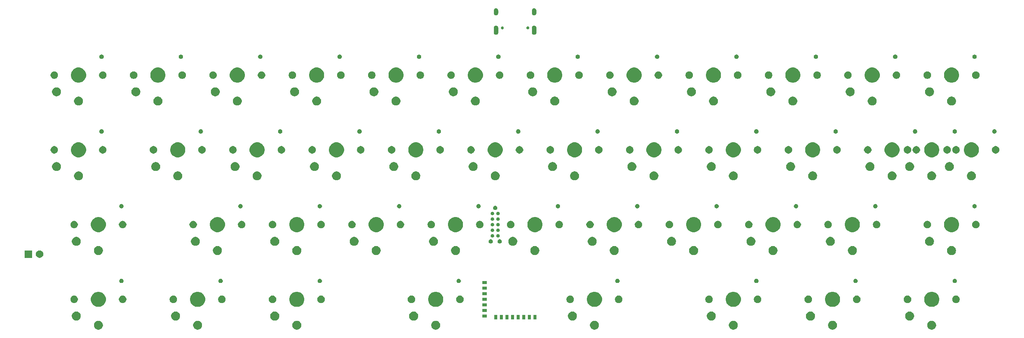
<source format=gbs>
G04 #@! TF.GenerationSoftware,KiCad,Pcbnew,(5.1.5-0-10_14)*
G04 #@! TF.CreationDate,2020-12-02T09:52:56-06:00*
G04 #@! TF.ProjectId,nrfmicro,6e72666d-6963-4726-9f2e-6b696361645f,rev?*
G04 #@! TF.SameCoordinates,Original*
G04 #@! TF.FileFunction,Soldermask,Bot*
G04 #@! TF.FilePolarity,Negative*
%FSLAX46Y46*%
G04 Gerber Fmt 4.6, Leading zero omitted, Abs format (unit mm)*
G04 Created by KiCad (PCBNEW (5.1.5-0-10_14)) date 2020-12-02 09:52:56*
%MOMM*%
%LPD*%
G04 APERTURE LIST*
%ADD10C,0.100000*%
G04 APERTURE END LIST*
D10*
G36*
X223730926Y-85910029D02*
G01*
X223796356Y-85923044D01*
X223981256Y-85999632D01*
X224147662Y-86110821D01*
X224289179Y-86252338D01*
X224400368Y-86418744D01*
X224476956Y-86603644D01*
X224516000Y-86799933D01*
X224516000Y-87000067D01*
X224476956Y-87196356D01*
X224400368Y-87381256D01*
X224289179Y-87547662D01*
X224147662Y-87689179D01*
X223981256Y-87800368D01*
X223796356Y-87876956D01*
X223730926Y-87889971D01*
X223600069Y-87916000D01*
X223399931Y-87916000D01*
X223269074Y-87889971D01*
X223203644Y-87876956D01*
X223018744Y-87800368D01*
X222852338Y-87689179D01*
X222710821Y-87547662D01*
X222599632Y-87381256D01*
X222523044Y-87196356D01*
X222484000Y-87000067D01*
X222484000Y-86799933D01*
X222523044Y-86603644D01*
X222599632Y-86418744D01*
X222710821Y-86252338D01*
X222852338Y-86110821D01*
X223018744Y-85999632D01*
X223203644Y-85923044D01*
X223269074Y-85910029D01*
X223399931Y-85884000D01*
X223600069Y-85884000D01*
X223730926Y-85910029D01*
G37*
G36*
X201230926Y-85910029D02*
G01*
X201296356Y-85923044D01*
X201481256Y-85999632D01*
X201647662Y-86110821D01*
X201789179Y-86252338D01*
X201900368Y-86418744D01*
X201976956Y-86603644D01*
X202016000Y-86799933D01*
X202016000Y-87000067D01*
X201976956Y-87196356D01*
X201900368Y-87381256D01*
X201789179Y-87547662D01*
X201647662Y-87689179D01*
X201481256Y-87800368D01*
X201296356Y-87876956D01*
X201230926Y-87889971D01*
X201100069Y-87916000D01*
X200899931Y-87916000D01*
X200769074Y-87889971D01*
X200703644Y-87876956D01*
X200518744Y-87800368D01*
X200352338Y-87689179D01*
X200210821Y-87547662D01*
X200099632Y-87381256D01*
X200023044Y-87196356D01*
X199984000Y-87000067D01*
X199984000Y-86799933D01*
X200023044Y-86603644D01*
X200099632Y-86418744D01*
X200210821Y-86252338D01*
X200352338Y-86110821D01*
X200518744Y-85999632D01*
X200703644Y-85923044D01*
X200769074Y-85910029D01*
X200899931Y-85884000D01*
X201100069Y-85884000D01*
X201230926Y-85910029D01*
G37*
G36*
X178730926Y-85910029D02*
G01*
X178796356Y-85923044D01*
X178981256Y-85999632D01*
X179147662Y-86110821D01*
X179289179Y-86252338D01*
X179400368Y-86418744D01*
X179476956Y-86603644D01*
X179516000Y-86799933D01*
X179516000Y-87000067D01*
X179476956Y-87196356D01*
X179400368Y-87381256D01*
X179289179Y-87547662D01*
X179147662Y-87689179D01*
X178981256Y-87800368D01*
X178796356Y-87876956D01*
X178730926Y-87889971D01*
X178600069Y-87916000D01*
X178399931Y-87916000D01*
X178269074Y-87889971D01*
X178203644Y-87876956D01*
X178018744Y-87800368D01*
X177852338Y-87689179D01*
X177710821Y-87547662D01*
X177599632Y-87381256D01*
X177523044Y-87196356D01*
X177484000Y-87000067D01*
X177484000Y-86799933D01*
X177523044Y-86603644D01*
X177599632Y-86418744D01*
X177710821Y-86252338D01*
X177852338Y-86110821D01*
X178018744Y-85999632D01*
X178203644Y-85923044D01*
X178269074Y-85910029D01*
X178399931Y-85884000D01*
X178600069Y-85884000D01*
X178730926Y-85910029D01*
G37*
G36*
X147230926Y-85910029D02*
G01*
X147296356Y-85923044D01*
X147481256Y-85999632D01*
X147647662Y-86110821D01*
X147789179Y-86252338D01*
X147900368Y-86418744D01*
X147976956Y-86603644D01*
X148016000Y-86799933D01*
X148016000Y-87000067D01*
X147976956Y-87196356D01*
X147900368Y-87381256D01*
X147789179Y-87547662D01*
X147647662Y-87689179D01*
X147481256Y-87800368D01*
X147296356Y-87876956D01*
X147230926Y-87889971D01*
X147100069Y-87916000D01*
X146899931Y-87916000D01*
X146769074Y-87889971D01*
X146703644Y-87876956D01*
X146518744Y-87800368D01*
X146352338Y-87689179D01*
X146210821Y-87547662D01*
X146099632Y-87381256D01*
X146023044Y-87196356D01*
X145984000Y-87000067D01*
X145984000Y-86799933D01*
X146023044Y-86603644D01*
X146099632Y-86418744D01*
X146210821Y-86252338D01*
X146352338Y-86110821D01*
X146518744Y-85999632D01*
X146703644Y-85923044D01*
X146769074Y-85910029D01*
X146899931Y-85884000D01*
X147100069Y-85884000D01*
X147230926Y-85910029D01*
G37*
G36*
X111230926Y-85910029D02*
G01*
X111296356Y-85923044D01*
X111481256Y-85999632D01*
X111647662Y-86110821D01*
X111789179Y-86252338D01*
X111900368Y-86418744D01*
X111976956Y-86603644D01*
X112016000Y-86799933D01*
X112016000Y-87000067D01*
X111976956Y-87196356D01*
X111900368Y-87381256D01*
X111789179Y-87547662D01*
X111647662Y-87689179D01*
X111481256Y-87800368D01*
X111296356Y-87876956D01*
X111230926Y-87889971D01*
X111100069Y-87916000D01*
X110899931Y-87916000D01*
X110769074Y-87889971D01*
X110703644Y-87876956D01*
X110518744Y-87800368D01*
X110352338Y-87689179D01*
X110210821Y-87547662D01*
X110099632Y-87381256D01*
X110023044Y-87196356D01*
X109984000Y-87000067D01*
X109984000Y-86799933D01*
X110023044Y-86603644D01*
X110099632Y-86418744D01*
X110210821Y-86252338D01*
X110352338Y-86110821D01*
X110518744Y-85999632D01*
X110703644Y-85923044D01*
X110769074Y-85910029D01*
X110899931Y-85884000D01*
X111100069Y-85884000D01*
X111230926Y-85910029D01*
G37*
G36*
X79730926Y-85910029D02*
G01*
X79796356Y-85923044D01*
X79981256Y-85999632D01*
X80147662Y-86110821D01*
X80289179Y-86252338D01*
X80400368Y-86418744D01*
X80476956Y-86603644D01*
X80516000Y-86799933D01*
X80516000Y-87000067D01*
X80476956Y-87196356D01*
X80400368Y-87381256D01*
X80289179Y-87547662D01*
X80147662Y-87689179D01*
X79981256Y-87800368D01*
X79796356Y-87876956D01*
X79730926Y-87889971D01*
X79600069Y-87916000D01*
X79399931Y-87916000D01*
X79269074Y-87889971D01*
X79203644Y-87876956D01*
X79018744Y-87800368D01*
X78852338Y-87689179D01*
X78710821Y-87547662D01*
X78599632Y-87381256D01*
X78523044Y-87196356D01*
X78484000Y-87000067D01*
X78484000Y-86799933D01*
X78523044Y-86603644D01*
X78599632Y-86418744D01*
X78710821Y-86252338D01*
X78852338Y-86110821D01*
X79018744Y-85999632D01*
X79203644Y-85923044D01*
X79269074Y-85910029D01*
X79399931Y-85884000D01*
X79600069Y-85884000D01*
X79730926Y-85910029D01*
G37*
G36*
X57230926Y-85910029D02*
G01*
X57296356Y-85923044D01*
X57481256Y-85999632D01*
X57647662Y-86110821D01*
X57789179Y-86252338D01*
X57900368Y-86418744D01*
X57976956Y-86603644D01*
X58016000Y-86799933D01*
X58016000Y-87000067D01*
X57976956Y-87196356D01*
X57900368Y-87381256D01*
X57789179Y-87547662D01*
X57647662Y-87689179D01*
X57481256Y-87800368D01*
X57296356Y-87876956D01*
X57230926Y-87889971D01*
X57100069Y-87916000D01*
X56899931Y-87916000D01*
X56769074Y-87889971D01*
X56703644Y-87876956D01*
X56518744Y-87800368D01*
X56352338Y-87689179D01*
X56210821Y-87547662D01*
X56099632Y-87381256D01*
X56023044Y-87196356D01*
X55984000Y-87000067D01*
X55984000Y-86799933D01*
X56023044Y-86603644D01*
X56099632Y-86418744D01*
X56210821Y-86252338D01*
X56352338Y-86110821D01*
X56518744Y-85999632D01*
X56703644Y-85923044D01*
X56769074Y-85910029D01*
X56899931Y-85884000D01*
X57100069Y-85884000D01*
X57230926Y-85910029D01*
G37*
G36*
X34730926Y-85910029D02*
G01*
X34796356Y-85923044D01*
X34981256Y-85999632D01*
X35147662Y-86110821D01*
X35289179Y-86252338D01*
X35400368Y-86418744D01*
X35476956Y-86603644D01*
X35516000Y-86799933D01*
X35516000Y-87000067D01*
X35476956Y-87196356D01*
X35400368Y-87381256D01*
X35289179Y-87547662D01*
X35147662Y-87689179D01*
X34981256Y-87800368D01*
X34796356Y-87876956D01*
X34730926Y-87889971D01*
X34600069Y-87916000D01*
X34399931Y-87916000D01*
X34269074Y-87889971D01*
X34203644Y-87876956D01*
X34018744Y-87800368D01*
X33852338Y-87689179D01*
X33710821Y-87547662D01*
X33599632Y-87381256D01*
X33523044Y-87196356D01*
X33484000Y-87000067D01*
X33484000Y-86799933D01*
X33523044Y-86603644D01*
X33599632Y-86418744D01*
X33710821Y-86252338D01*
X33852338Y-86110821D01*
X34018744Y-85999632D01*
X34203644Y-85923044D01*
X34269074Y-85910029D01*
X34399931Y-85884000D01*
X34600069Y-85884000D01*
X34730926Y-85910029D01*
G37*
G36*
X142230926Y-83810029D02*
G01*
X142296356Y-83823044D01*
X142481256Y-83899632D01*
X142647662Y-84010821D01*
X142789179Y-84152338D01*
X142900368Y-84318744D01*
X142976956Y-84503644D01*
X143016000Y-84699933D01*
X143016000Y-84900067D01*
X142976956Y-85096356D01*
X142900368Y-85281256D01*
X142789179Y-85447662D01*
X142647662Y-85589179D01*
X142481256Y-85700368D01*
X142296356Y-85776956D01*
X142230926Y-85789971D01*
X142100069Y-85816000D01*
X141899931Y-85816000D01*
X141769074Y-85789971D01*
X141703644Y-85776956D01*
X141518744Y-85700368D01*
X141352338Y-85589179D01*
X141210821Y-85447662D01*
X141099632Y-85281256D01*
X141023044Y-85096356D01*
X140984000Y-84900067D01*
X140984000Y-84699933D01*
X141023044Y-84503644D01*
X141099632Y-84318744D01*
X141210821Y-84152338D01*
X141352338Y-84010821D01*
X141518744Y-83899632D01*
X141703644Y-83823044D01*
X141769074Y-83810029D01*
X141899931Y-83784000D01*
X142100069Y-83784000D01*
X142230926Y-83810029D01*
G37*
G36*
X29730926Y-83810029D02*
G01*
X29796356Y-83823044D01*
X29981256Y-83899632D01*
X30147662Y-84010821D01*
X30289179Y-84152338D01*
X30400368Y-84318744D01*
X30476956Y-84503644D01*
X30516000Y-84699933D01*
X30516000Y-84900067D01*
X30476956Y-85096356D01*
X30400368Y-85281256D01*
X30289179Y-85447662D01*
X30147662Y-85589179D01*
X29981256Y-85700368D01*
X29796356Y-85776956D01*
X29730926Y-85789971D01*
X29600069Y-85816000D01*
X29399931Y-85816000D01*
X29269074Y-85789971D01*
X29203644Y-85776956D01*
X29018744Y-85700368D01*
X28852338Y-85589179D01*
X28710821Y-85447662D01*
X28599632Y-85281256D01*
X28523044Y-85096356D01*
X28484000Y-84900067D01*
X28484000Y-84699933D01*
X28523044Y-84503644D01*
X28599632Y-84318744D01*
X28710821Y-84152338D01*
X28852338Y-84010821D01*
X29018744Y-83899632D01*
X29203644Y-83823044D01*
X29269074Y-83810029D01*
X29399931Y-83784000D01*
X29600069Y-83784000D01*
X29730926Y-83810029D01*
G37*
G36*
X218730926Y-83810029D02*
G01*
X218796356Y-83823044D01*
X218981256Y-83899632D01*
X219147662Y-84010821D01*
X219289179Y-84152338D01*
X219400368Y-84318744D01*
X219476956Y-84503644D01*
X219516000Y-84699933D01*
X219516000Y-84900067D01*
X219476956Y-85096356D01*
X219400368Y-85281256D01*
X219289179Y-85447662D01*
X219147662Y-85589179D01*
X218981256Y-85700368D01*
X218796356Y-85776956D01*
X218730926Y-85789971D01*
X218600069Y-85816000D01*
X218399931Y-85816000D01*
X218269074Y-85789971D01*
X218203644Y-85776956D01*
X218018744Y-85700368D01*
X217852338Y-85589179D01*
X217710821Y-85447662D01*
X217599632Y-85281256D01*
X217523044Y-85096356D01*
X217484000Y-84900067D01*
X217484000Y-84699933D01*
X217523044Y-84503644D01*
X217599632Y-84318744D01*
X217710821Y-84152338D01*
X217852338Y-84010821D01*
X218018744Y-83899632D01*
X218203644Y-83823044D01*
X218269074Y-83810029D01*
X218399931Y-83784000D01*
X218600069Y-83784000D01*
X218730926Y-83810029D01*
G37*
G36*
X52230926Y-83810029D02*
G01*
X52296356Y-83823044D01*
X52481256Y-83899632D01*
X52647662Y-84010821D01*
X52789179Y-84152338D01*
X52900368Y-84318744D01*
X52976956Y-84503644D01*
X53016000Y-84699933D01*
X53016000Y-84900067D01*
X52976956Y-85096356D01*
X52900368Y-85281256D01*
X52789179Y-85447662D01*
X52647662Y-85589179D01*
X52481256Y-85700368D01*
X52296356Y-85776956D01*
X52230926Y-85789971D01*
X52100069Y-85816000D01*
X51899931Y-85816000D01*
X51769074Y-85789971D01*
X51703644Y-85776956D01*
X51518744Y-85700368D01*
X51352338Y-85589179D01*
X51210821Y-85447662D01*
X51099632Y-85281256D01*
X51023044Y-85096356D01*
X50984000Y-84900067D01*
X50984000Y-84699933D01*
X51023044Y-84503644D01*
X51099632Y-84318744D01*
X51210821Y-84152338D01*
X51352338Y-84010821D01*
X51518744Y-83899632D01*
X51703644Y-83823044D01*
X51769074Y-83810029D01*
X51899931Y-83784000D01*
X52100069Y-83784000D01*
X52230926Y-83810029D01*
G37*
G36*
X196230926Y-83810029D02*
G01*
X196296356Y-83823044D01*
X196481256Y-83899632D01*
X196647662Y-84010821D01*
X196789179Y-84152338D01*
X196900368Y-84318744D01*
X196976956Y-84503644D01*
X197016000Y-84699933D01*
X197016000Y-84900067D01*
X196976956Y-85096356D01*
X196900368Y-85281256D01*
X196789179Y-85447662D01*
X196647662Y-85589179D01*
X196481256Y-85700368D01*
X196296356Y-85776956D01*
X196230926Y-85789971D01*
X196100069Y-85816000D01*
X195899931Y-85816000D01*
X195769074Y-85789971D01*
X195703644Y-85776956D01*
X195518744Y-85700368D01*
X195352338Y-85589179D01*
X195210821Y-85447662D01*
X195099632Y-85281256D01*
X195023044Y-85096356D01*
X194984000Y-84900067D01*
X194984000Y-84699933D01*
X195023044Y-84503644D01*
X195099632Y-84318744D01*
X195210821Y-84152338D01*
X195352338Y-84010821D01*
X195518744Y-83899632D01*
X195703644Y-83823044D01*
X195769074Y-83810029D01*
X195899931Y-83784000D01*
X196100069Y-83784000D01*
X196230926Y-83810029D01*
G37*
G36*
X74730926Y-83810029D02*
G01*
X74796356Y-83823044D01*
X74981256Y-83899632D01*
X75147662Y-84010821D01*
X75289179Y-84152338D01*
X75400368Y-84318744D01*
X75476956Y-84503644D01*
X75516000Y-84699933D01*
X75516000Y-84900067D01*
X75476956Y-85096356D01*
X75400368Y-85281256D01*
X75289179Y-85447662D01*
X75147662Y-85589179D01*
X74981256Y-85700368D01*
X74796356Y-85776956D01*
X74730926Y-85789971D01*
X74600069Y-85816000D01*
X74399931Y-85816000D01*
X74269074Y-85789971D01*
X74203644Y-85776956D01*
X74018744Y-85700368D01*
X73852338Y-85589179D01*
X73710821Y-85447662D01*
X73599632Y-85281256D01*
X73523044Y-85096356D01*
X73484000Y-84900067D01*
X73484000Y-84699933D01*
X73523044Y-84503644D01*
X73599632Y-84318744D01*
X73710821Y-84152338D01*
X73852338Y-84010821D01*
X74018744Y-83899632D01*
X74203644Y-83823044D01*
X74269074Y-83810029D01*
X74399931Y-83784000D01*
X74600069Y-83784000D01*
X74730926Y-83810029D01*
G37*
G36*
X173730926Y-83810029D02*
G01*
X173796356Y-83823044D01*
X173981256Y-83899632D01*
X174147662Y-84010821D01*
X174289179Y-84152338D01*
X174400368Y-84318744D01*
X174476956Y-84503644D01*
X174516000Y-84699933D01*
X174516000Y-84900067D01*
X174476956Y-85096356D01*
X174400368Y-85281256D01*
X174289179Y-85447662D01*
X174147662Y-85589179D01*
X173981256Y-85700368D01*
X173796356Y-85776956D01*
X173730926Y-85789971D01*
X173600069Y-85816000D01*
X173399931Y-85816000D01*
X173269074Y-85789971D01*
X173203644Y-85776956D01*
X173018744Y-85700368D01*
X172852338Y-85589179D01*
X172710821Y-85447662D01*
X172599632Y-85281256D01*
X172523044Y-85096356D01*
X172484000Y-84900067D01*
X172484000Y-84699933D01*
X172523044Y-84503644D01*
X172599632Y-84318744D01*
X172710821Y-84152338D01*
X172852338Y-84010821D01*
X173018744Y-83899632D01*
X173203644Y-83823044D01*
X173269074Y-83810029D01*
X173399931Y-83784000D01*
X173600069Y-83784000D01*
X173730926Y-83810029D01*
G37*
G36*
X106230926Y-83810029D02*
G01*
X106296356Y-83823044D01*
X106481256Y-83899632D01*
X106647662Y-84010821D01*
X106789179Y-84152338D01*
X106900368Y-84318744D01*
X106976956Y-84503644D01*
X107016000Y-84699933D01*
X107016000Y-84900067D01*
X106976956Y-85096356D01*
X106900368Y-85281256D01*
X106789179Y-85447662D01*
X106647662Y-85589179D01*
X106481256Y-85700368D01*
X106296356Y-85776956D01*
X106230926Y-85789971D01*
X106100069Y-85816000D01*
X105899931Y-85816000D01*
X105769074Y-85789971D01*
X105703644Y-85776956D01*
X105518744Y-85700368D01*
X105352338Y-85589179D01*
X105210821Y-85447662D01*
X105099632Y-85281256D01*
X105023044Y-85096356D01*
X104984000Y-84900067D01*
X104984000Y-84699933D01*
X105023044Y-84503644D01*
X105099632Y-84318744D01*
X105210821Y-84152338D01*
X105352338Y-84010821D01*
X105518744Y-83899632D01*
X105703644Y-83823044D01*
X105769074Y-83810029D01*
X105899931Y-83784000D01*
X106100069Y-83784000D01*
X106230926Y-83810029D01*
G37*
G36*
X133847000Y-85541000D02*
G01*
X133197000Y-85541000D01*
X133197000Y-84541000D01*
X133847000Y-84541000D01*
X133847000Y-85541000D01*
G37*
G36*
X124957000Y-85541000D02*
G01*
X124307000Y-85541000D01*
X124307000Y-84541000D01*
X124957000Y-84541000D01*
X124957000Y-85541000D01*
G37*
G36*
X126227000Y-85541000D02*
G01*
X125577000Y-85541000D01*
X125577000Y-84541000D01*
X126227000Y-84541000D01*
X126227000Y-85541000D01*
G37*
G36*
X127497000Y-85541000D02*
G01*
X126847000Y-85541000D01*
X126847000Y-84541000D01*
X127497000Y-84541000D01*
X127497000Y-85541000D01*
G37*
G36*
X128767000Y-85541000D02*
G01*
X128117000Y-85541000D01*
X128117000Y-84541000D01*
X128767000Y-84541000D01*
X128767000Y-85541000D01*
G37*
G36*
X130037000Y-85541000D02*
G01*
X129387000Y-85541000D01*
X129387000Y-84541000D01*
X130037000Y-84541000D01*
X130037000Y-85541000D01*
G37*
G36*
X131307000Y-85541000D02*
G01*
X130657000Y-85541000D01*
X130657000Y-84541000D01*
X131307000Y-84541000D01*
X131307000Y-85541000D01*
G37*
G36*
X132577000Y-85541000D02*
G01*
X131927000Y-85541000D01*
X131927000Y-84541000D01*
X132577000Y-84541000D01*
X132577000Y-85541000D01*
G37*
G36*
X122592000Y-85112000D02*
G01*
X121592000Y-85112000D01*
X121592000Y-84462000D01*
X122592000Y-84462000D01*
X122592000Y-85112000D01*
G37*
G36*
X122592000Y-83842000D02*
G01*
X121592000Y-83842000D01*
X121592000Y-83192000D01*
X122592000Y-83192000D01*
X122592000Y-83842000D01*
G37*
G36*
X224000100Y-79351386D02*
G01*
X224312119Y-79480629D01*
X224592930Y-79668260D01*
X224831740Y-79907070D01*
X225019371Y-80187881D01*
X225148614Y-80499900D01*
X225214500Y-80831135D01*
X225214500Y-81168865D01*
X225148614Y-81500100D01*
X225019371Y-81812119D01*
X224831740Y-82092930D01*
X224592930Y-82331740D01*
X224312119Y-82519371D01*
X224000100Y-82648614D01*
X223668865Y-82714500D01*
X223331135Y-82714500D01*
X222999900Y-82648614D01*
X222687881Y-82519371D01*
X222407070Y-82331740D01*
X222168260Y-82092930D01*
X221980629Y-81812119D01*
X221851386Y-81500100D01*
X221785500Y-81168865D01*
X221785500Y-80831135D01*
X221851386Y-80499900D01*
X221980629Y-80187881D01*
X222168260Y-79907070D01*
X222407070Y-79668260D01*
X222687881Y-79480629D01*
X222999900Y-79351386D01*
X223331135Y-79285500D01*
X223668865Y-79285500D01*
X224000100Y-79351386D01*
G37*
G36*
X201500100Y-79351386D02*
G01*
X201812119Y-79480629D01*
X202092930Y-79668260D01*
X202331740Y-79907070D01*
X202519371Y-80187881D01*
X202648614Y-80499900D01*
X202714500Y-80831135D01*
X202714500Y-81168865D01*
X202648614Y-81500100D01*
X202519371Y-81812119D01*
X202331740Y-82092930D01*
X202092930Y-82331740D01*
X201812119Y-82519371D01*
X201500100Y-82648614D01*
X201168865Y-82714500D01*
X200831135Y-82714500D01*
X200499900Y-82648614D01*
X200187881Y-82519371D01*
X199907070Y-82331740D01*
X199668260Y-82092930D01*
X199480629Y-81812119D01*
X199351386Y-81500100D01*
X199285500Y-81168865D01*
X199285500Y-80831135D01*
X199351386Y-80499900D01*
X199480629Y-80187881D01*
X199668260Y-79907070D01*
X199907070Y-79668260D01*
X200187881Y-79480629D01*
X200499900Y-79351386D01*
X200831135Y-79285500D01*
X201168865Y-79285500D01*
X201500100Y-79351386D01*
G37*
G36*
X179000100Y-79351386D02*
G01*
X179312119Y-79480629D01*
X179592930Y-79668260D01*
X179831740Y-79907070D01*
X180019371Y-80187881D01*
X180148614Y-80499900D01*
X180214500Y-80831135D01*
X180214500Y-81168865D01*
X180148614Y-81500100D01*
X180019371Y-81812119D01*
X179831740Y-82092930D01*
X179592930Y-82331740D01*
X179312119Y-82519371D01*
X179000100Y-82648614D01*
X178668865Y-82714500D01*
X178331135Y-82714500D01*
X177999900Y-82648614D01*
X177687881Y-82519371D01*
X177407070Y-82331740D01*
X177168260Y-82092930D01*
X176980629Y-81812119D01*
X176851386Y-81500100D01*
X176785500Y-81168865D01*
X176785500Y-80831135D01*
X176851386Y-80499900D01*
X176980629Y-80187881D01*
X177168260Y-79907070D01*
X177407070Y-79668260D01*
X177687881Y-79480629D01*
X177999900Y-79351386D01*
X178331135Y-79285500D01*
X178668865Y-79285500D01*
X179000100Y-79351386D01*
G37*
G36*
X147500100Y-79351386D02*
G01*
X147812119Y-79480629D01*
X148092930Y-79668260D01*
X148331740Y-79907070D01*
X148519371Y-80187881D01*
X148648614Y-80499900D01*
X148714500Y-80831135D01*
X148714500Y-81168865D01*
X148648614Y-81500100D01*
X148519371Y-81812119D01*
X148331740Y-82092930D01*
X148092930Y-82331740D01*
X147812119Y-82519371D01*
X147500100Y-82648614D01*
X147168865Y-82714500D01*
X146831135Y-82714500D01*
X146499900Y-82648614D01*
X146187881Y-82519371D01*
X145907070Y-82331740D01*
X145668260Y-82092930D01*
X145480629Y-81812119D01*
X145351386Y-81500100D01*
X145285500Y-81168865D01*
X145285500Y-80831135D01*
X145351386Y-80499900D01*
X145480629Y-80187881D01*
X145668260Y-79907070D01*
X145907070Y-79668260D01*
X146187881Y-79480629D01*
X146499900Y-79351386D01*
X146831135Y-79285500D01*
X147168865Y-79285500D01*
X147500100Y-79351386D01*
G37*
G36*
X111500100Y-79351386D02*
G01*
X111812119Y-79480629D01*
X112092930Y-79668260D01*
X112331740Y-79907070D01*
X112519371Y-80187881D01*
X112648614Y-80499900D01*
X112714500Y-80831135D01*
X112714500Y-81168865D01*
X112648614Y-81500100D01*
X112519371Y-81812119D01*
X112331740Y-82092930D01*
X112092930Y-82331740D01*
X111812119Y-82519371D01*
X111500100Y-82648614D01*
X111168865Y-82714500D01*
X110831135Y-82714500D01*
X110499900Y-82648614D01*
X110187881Y-82519371D01*
X109907070Y-82331740D01*
X109668260Y-82092930D01*
X109480629Y-81812119D01*
X109351386Y-81500100D01*
X109285500Y-81168865D01*
X109285500Y-80831135D01*
X109351386Y-80499900D01*
X109480629Y-80187881D01*
X109668260Y-79907070D01*
X109907070Y-79668260D01*
X110187881Y-79480629D01*
X110499900Y-79351386D01*
X110831135Y-79285500D01*
X111168865Y-79285500D01*
X111500100Y-79351386D01*
G37*
G36*
X80000100Y-79351386D02*
G01*
X80312119Y-79480629D01*
X80592930Y-79668260D01*
X80831740Y-79907070D01*
X81019371Y-80187881D01*
X81148614Y-80499900D01*
X81214500Y-80831135D01*
X81214500Y-81168865D01*
X81148614Y-81500100D01*
X81019371Y-81812119D01*
X80831740Y-82092930D01*
X80592930Y-82331740D01*
X80312119Y-82519371D01*
X80000100Y-82648614D01*
X79668865Y-82714500D01*
X79331135Y-82714500D01*
X78999900Y-82648614D01*
X78687881Y-82519371D01*
X78407070Y-82331740D01*
X78168260Y-82092930D01*
X77980629Y-81812119D01*
X77851386Y-81500100D01*
X77785500Y-81168865D01*
X77785500Y-80831135D01*
X77851386Y-80499900D01*
X77980629Y-80187881D01*
X78168260Y-79907070D01*
X78407070Y-79668260D01*
X78687881Y-79480629D01*
X78999900Y-79351386D01*
X79331135Y-79285500D01*
X79668865Y-79285500D01*
X80000100Y-79351386D01*
G37*
G36*
X35000100Y-79351386D02*
G01*
X35312119Y-79480629D01*
X35592930Y-79668260D01*
X35831740Y-79907070D01*
X36019371Y-80187881D01*
X36148614Y-80499900D01*
X36214500Y-80831135D01*
X36214500Y-81168865D01*
X36148614Y-81500100D01*
X36019371Y-81812119D01*
X35831740Y-82092930D01*
X35592930Y-82331740D01*
X35312119Y-82519371D01*
X35000100Y-82648614D01*
X34668865Y-82714500D01*
X34331135Y-82714500D01*
X33999900Y-82648614D01*
X33687881Y-82519371D01*
X33407070Y-82331740D01*
X33168260Y-82092930D01*
X32980629Y-81812119D01*
X32851386Y-81500100D01*
X32785500Y-81168865D01*
X32785500Y-80831135D01*
X32851386Y-80499900D01*
X32980629Y-80187881D01*
X33168260Y-79907070D01*
X33407070Y-79668260D01*
X33687881Y-79480629D01*
X33999900Y-79351386D01*
X34331135Y-79285500D01*
X34668865Y-79285500D01*
X35000100Y-79351386D01*
G37*
G36*
X57500100Y-79351386D02*
G01*
X57812119Y-79480629D01*
X58092930Y-79668260D01*
X58331740Y-79907070D01*
X58519371Y-80187881D01*
X58648614Y-80499900D01*
X58714500Y-80831135D01*
X58714500Y-81168865D01*
X58648614Y-81500100D01*
X58519371Y-81812119D01*
X58331740Y-82092930D01*
X58092930Y-82331740D01*
X57812119Y-82519371D01*
X57500100Y-82648614D01*
X57168865Y-82714500D01*
X56831135Y-82714500D01*
X56499900Y-82648614D01*
X56187881Y-82519371D01*
X55907070Y-82331740D01*
X55668260Y-82092930D01*
X55480629Y-81812119D01*
X55351386Y-81500100D01*
X55285500Y-81168865D01*
X55285500Y-80831135D01*
X55351386Y-80499900D01*
X55480629Y-80187881D01*
X55668260Y-79907070D01*
X55907070Y-79668260D01*
X56187881Y-79480629D01*
X56499900Y-79351386D01*
X56831135Y-79285500D01*
X57168865Y-79285500D01*
X57500100Y-79351386D01*
G37*
G36*
X122592000Y-82572000D02*
G01*
X121592000Y-82572000D01*
X121592000Y-81922000D01*
X122592000Y-81922000D01*
X122592000Y-82572000D01*
G37*
G36*
X62748198Y-80181799D02*
G01*
X62903055Y-80245943D01*
X63042412Y-80339059D01*
X63042414Y-80339061D01*
X63042417Y-80339063D01*
X63160937Y-80457583D01*
X63160939Y-80457586D01*
X63160941Y-80457588D01*
X63254057Y-80596945D01*
X63318201Y-80751802D01*
X63350900Y-80916192D01*
X63350900Y-81083808D01*
X63318201Y-81248198D01*
X63254057Y-81403055D01*
X63160941Y-81542412D01*
X63160939Y-81542414D01*
X63160937Y-81542417D01*
X63042417Y-81660937D01*
X63042414Y-81660939D01*
X63042412Y-81660941D01*
X62903055Y-81754057D01*
X62748198Y-81818201D01*
X62583808Y-81850900D01*
X62416192Y-81850900D01*
X62251802Y-81818201D01*
X62096945Y-81754057D01*
X61957588Y-81660941D01*
X61957586Y-81660939D01*
X61957583Y-81660937D01*
X61839063Y-81542417D01*
X61839061Y-81542414D01*
X61839059Y-81542412D01*
X61745943Y-81403055D01*
X61681799Y-81248198D01*
X61649100Y-81083808D01*
X61649100Y-80916192D01*
X61681799Y-80751802D01*
X61745943Y-80596945D01*
X61839059Y-80457588D01*
X61839061Y-80457586D01*
X61839063Y-80457583D01*
X61957583Y-80339063D01*
X61957586Y-80339061D01*
X61957588Y-80339059D01*
X62096945Y-80245943D01*
X62251802Y-80181799D01*
X62416192Y-80149100D01*
X62583808Y-80149100D01*
X62748198Y-80181799D01*
G37*
G36*
X51748198Y-80181799D02*
G01*
X51903055Y-80245943D01*
X52042412Y-80339059D01*
X52042414Y-80339061D01*
X52042417Y-80339063D01*
X52160937Y-80457583D01*
X52160939Y-80457586D01*
X52160941Y-80457588D01*
X52254057Y-80596945D01*
X52318201Y-80751802D01*
X52350900Y-80916192D01*
X52350900Y-81083808D01*
X52318201Y-81248198D01*
X52254057Y-81403055D01*
X52160941Y-81542412D01*
X52160939Y-81542414D01*
X52160937Y-81542417D01*
X52042417Y-81660937D01*
X52042414Y-81660939D01*
X52042412Y-81660941D01*
X51903055Y-81754057D01*
X51748198Y-81818201D01*
X51583808Y-81850900D01*
X51416192Y-81850900D01*
X51251802Y-81818201D01*
X51096945Y-81754057D01*
X50957588Y-81660941D01*
X50957586Y-81660939D01*
X50957583Y-81660937D01*
X50839063Y-81542417D01*
X50839061Y-81542414D01*
X50839059Y-81542412D01*
X50745943Y-81403055D01*
X50681799Y-81248198D01*
X50649100Y-81083808D01*
X50649100Y-80916192D01*
X50681799Y-80751802D01*
X50745943Y-80596945D01*
X50839059Y-80457588D01*
X50839061Y-80457586D01*
X50839063Y-80457583D01*
X50957583Y-80339063D01*
X50957586Y-80339061D01*
X50957588Y-80339059D01*
X51096945Y-80245943D01*
X51251802Y-80181799D01*
X51416192Y-80149100D01*
X51583808Y-80149100D01*
X51748198Y-80181799D01*
G37*
G36*
X218248198Y-80181799D02*
G01*
X218403055Y-80245943D01*
X218542412Y-80339059D01*
X218542414Y-80339061D01*
X218542417Y-80339063D01*
X218660937Y-80457583D01*
X218660939Y-80457586D01*
X218660941Y-80457588D01*
X218754057Y-80596945D01*
X218818201Y-80751802D01*
X218850900Y-80916192D01*
X218850900Y-81083808D01*
X218818201Y-81248198D01*
X218754057Y-81403055D01*
X218660941Y-81542412D01*
X218660939Y-81542414D01*
X218660937Y-81542417D01*
X218542417Y-81660937D01*
X218542414Y-81660939D01*
X218542412Y-81660941D01*
X218403055Y-81754057D01*
X218248198Y-81818201D01*
X218083808Y-81850900D01*
X217916192Y-81850900D01*
X217751802Y-81818201D01*
X217596945Y-81754057D01*
X217457588Y-81660941D01*
X217457586Y-81660939D01*
X217457583Y-81660937D01*
X217339063Y-81542417D01*
X217339061Y-81542414D01*
X217339059Y-81542412D01*
X217245943Y-81403055D01*
X217181799Y-81248198D01*
X217149100Y-81083808D01*
X217149100Y-80916192D01*
X217181799Y-80751802D01*
X217245943Y-80596945D01*
X217339059Y-80457588D01*
X217339061Y-80457586D01*
X217339063Y-80457583D01*
X217457583Y-80339063D01*
X217457586Y-80339061D01*
X217457588Y-80339059D01*
X217596945Y-80245943D01*
X217751802Y-80181799D01*
X217916192Y-80149100D01*
X218083808Y-80149100D01*
X218248198Y-80181799D01*
G37*
G36*
X229248198Y-80181799D02*
G01*
X229403055Y-80245943D01*
X229542412Y-80339059D01*
X229542414Y-80339061D01*
X229542417Y-80339063D01*
X229660937Y-80457583D01*
X229660939Y-80457586D01*
X229660941Y-80457588D01*
X229754057Y-80596945D01*
X229818201Y-80751802D01*
X229850900Y-80916192D01*
X229850900Y-81083808D01*
X229818201Y-81248198D01*
X229754057Y-81403055D01*
X229660941Y-81542412D01*
X229660939Y-81542414D01*
X229660937Y-81542417D01*
X229542417Y-81660937D01*
X229542414Y-81660939D01*
X229542412Y-81660941D01*
X229403055Y-81754057D01*
X229248198Y-81818201D01*
X229083808Y-81850900D01*
X228916192Y-81850900D01*
X228751802Y-81818201D01*
X228596945Y-81754057D01*
X228457588Y-81660941D01*
X228457586Y-81660939D01*
X228457583Y-81660937D01*
X228339063Y-81542417D01*
X228339061Y-81542414D01*
X228339059Y-81542412D01*
X228245943Y-81403055D01*
X228181799Y-81248198D01*
X228149100Y-81083808D01*
X228149100Y-80916192D01*
X228181799Y-80751802D01*
X228245943Y-80596945D01*
X228339059Y-80457588D01*
X228339061Y-80457586D01*
X228339063Y-80457583D01*
X228457583Y-80339063D01*
X228457586Y-80339061D01*
X228457588Y-80339059D01*
X228596945Y-80245943D01*
X228751802Y-80181799D01*
X228916192Y-80149100D01*
X229083808Y-80149100D01*
X229248198Y-80181799D01*
G37*
G36*
X206748198Y-80181799D02*
G01*
X206903055Y-80245943D01*
X207042412Y-80339059D01*
X207042414Y-80339061D01*
X207042417Y-80339063D01*
X207160937Y-80457583D01*
X207160939Y-80457586D01*
X207160941Y-80457588D01*
X207254057Y-80596945D01*
X207318201Y-80751802D01*
X207350900Y-80916192D01*
X207350900Y-81083808D01*
X207318201Y-81248198D01*
X207254057Y-81403055D01*
X207160941Y-81542412D01*
X207160939Y-81542414D01*
X207160937Y-81542417D01*
X207042417Y-81660937D01*
X207042414Y-81660939D01*
X207042412Y-81660941D01*
X206903055Y-81754057D01*
X206748198Y-81818201D01*
X206583808Y-81850900D01*
X206416192Y-81850900D01*
X206251802Y-81818201D01*
X206096945Y-81754057D01*
X205957588Y-81660941D01*
X205957586Y-81660939D01*
X205957583Y-81660937D01*
X205839063Y-81542417D01*
X205839061Y-81542414D01*
X205839059Y-81542412D01*
X205745943Y-81403055D01*
X205681799Y-81248198D01*
X205649100Y-81083808D01*
X205649100Y-80916192D01*
X205681799Y-80751802D01*
X205745943Y-80596945D01*
X205839059Y-80457588D01*
X205839061Y-80457586D01*
X205839063Y-80457583D01*
X205957583Y-80339063D01*
X205957586Y-80339061D01*
X205957588Y-80339059D01*
X206096945Y-80245943D01*
X206251802Y-80181799D01*
X206416192Y-80149100D01*
X206583808Y-80149100D01*
X206748198Y-80181799D01*
G37*
G36*
X85248198Y-80181799D02*
G01*
X85403055Y-80245943D01*
X85542412Y-80339059D01*
X85542414Y-80339061D01*
X85542417Y-80339063D01*
X85660937Y-80457583D01*
X85660939Y-80457586D01*
X85660941Y-80457588D01*
X85754057Y-80596945D01*
X85818201Y-80751802D01*
X85850900Y-80916192D01*
X85850900Y-81083808D01*
X85818201Y-81248198D01*
X85754057Y-81403055D01*
X85660941Y-81542412D01*
X85660939Y-81542414D01*
X85660937Y-81542417D01*
X85542417Y-81660937D01*
X85542414Y-81660939D01*
X85542412Y-81660941D01*
X85403055Y-81754057D01*
X85248198Y-81818201D01*
X85083808Y-81850900D01*
X84916192Y-81850900D01*
X84751802Y-81818201D01*
X84596945Y-81754057D01*
X84457588Y-81660941D01*
X84457586Y-81660939D01*
X84457583Y-81660937D01*
X84339063Y-81542417D01*
X84339061Y-81542414D01*
X84339059Y-81542412D01*
X84245943Y-81403055D01*
X84181799Y-81248198D01*
X84149100Y-81083808D01*
X84149100Y-80916192D01*
X84181799Y-80751802D01*
X84245943Y-80596945D01*
X84339059Y-80457588D01*
X84339061Y-80457586D01*
X84339063Y-80457583D01*
X84457583Y-80339063D01*
X84457586Y-80339061D01*
X84457588Y-80339059D01*
X84596945Y-80245943D01*
X84751802Y-80181799D01*
X84916192Y-80149100D01*
X85083808Y-80149100D01*
X85248198Y-80181799D01*
G37*
G36*
X74248198Y-80181799D02*
G01*
X74403055Y-80245943D01*
X74542412Y-80339059D01*
X74542414Y-80339061D01*
X74542417Y-80339063D01*
X74660937Y-80457583D01*
X74660939Y-80457586D01*
X74660941Y-80457588D01*
X74754057Y-80596945D01*
X74818201Y-80751802D01*
X74850900Y-80916192D01*
X74850900Y-81083808D01*
X74818201Y-81248198D01*
X74754057Y-81403055D01*
X74660941Y-81542412D01*
X74660939Y-81542414D01*
X74660937Y-81542417D01*
X74542417Y-81660937D01*
X74542414Y-81660939D01*
X74542412Y-81660941D01*
X74403055Y-81754057D01*
X74248198Y-81818201D01*
X74083808Y-81850900D01*
X73916192Y-81850900D01*
X73751802Y-81818201D01*
X73596945Y-81754057D01*
X73457588Y-81660941D01*
X73457586Y-81660939D01*
X73457583Y-81660937D01*
X73339063Y-81542417D01*
X73339061Y-81542414D01*
X73339059Y-81542412D01*
X73245943Y-81403055D01*
X73181799Y-81248198D01*
X73149100Y-81083808D01*
X73149100Y-80916192D01*
X73181799Y-80751802D01*
X73245943Y-80596945D01*
X73339059Y-80457588D01*
X73339061Y-80457586D01*
X73339063Y-80457583D01*
X73457583Y-80339063D01*
X73457586Y-80339061D01*
X73457588Y-80339059D01*
X73596945Y-80245943D01*
X73751802Y-80181799D01*
X73916192Y-80149100D01*
X74083808Y-80149100D01*
X74248198Y-80181799D01*
G37*
G36*
X29248198Y-80181799D02*
G01*
X29403055Y-80245943D01*
X29542412Y-80339059D01*
X29542414Y-80339061D01*
X29542417Y-80339063D01*
X29660937Y-80457583D01*
X29660939Y-80457586D01*
X29660941Y-80457588D01*
X29754057Y-80596945D01*
X29818201Y-80751802D01*
X29850900Y-80916192D01*
X29850900Y-81083808D01*
X29818201Y-81248198D01*
X29754057Y-81403055D01*
X29660941Y-81542412D01*
X29660939Y-81542414D01*
X29660937Y-81542417D01*
X29542417Y-81660937D01*
X29542414Y-81660939D01*
X29542412Y-81660941D01*
X29403055Y-81754057D01*
X29248198Y-81818201D01*
X29083808Y-81850900D01*
X28916192Y-81850900D01*
X28751802Y-81818201D01*
X28596945Y-81754057D01*
X28457588Y-81660941D01*
X28457586Y-81660939D01*
X28457583Y-81660937D01*
X28339063Y-81542417D01*
X28339061Y-81542414D01*
X28339059Y-81542412D01*
X28245943Y-81403055D01*
X28181799Y-81248198D01*
X28149100Y-81083808D01*
X28149100Y-80916192D01*
X28181799Y-80751802D01*
X28245943Y-80596945D01*
X28339059Y-80457588D01*
X28339061Y-80457586D01*
X28339063Y-80457583D01*
X28457583Y-80339063D01*
X28457586Y-80339061D01*
X28457588Y-80339059D01*
X28596945Y-80245943D01*
X28751802Y-80181799D01*
X28916192Y-80149100D01*
X29083808Y-80149100D01*
X29248198Y-80181799D01*
G37*
G36*
X40248198Y-80181799D02*
G01*
X40403055Y-80245943D01*
X40542412Y-80339059D01*
X40542414Y-80339061D01*
X40542417Y-80339063D01*
X40660937Y-80457583D01*
X40660939Y-80457586D01*
X40660941Y-80457588D01*
X40754057Y-80596945D01*
X40818201Y-80751802D01*
X40850900Y-80916192D01*
X40850900Y-81083808D01*
X40818201Y-81248198D01*
X40754057Y-81403055D01*
X40660941Y-81542412D01*
X40660939Y-81542414D01*
X40660937Y-81542417D01*
X40542417Y-81660937D01*
X40542414Y-81660939D01*
X40542412Y-81660941D01*
X40403055Y-81754057D01*
X40248198Y-81818201D01*
X40083808Y-81850900D01*
X39916192Y-81850900D01*
X39751802Y-81818201D01*
X39596945Y-81754057D01*
X39457588Y-81660941D01*
X39457586Y-81660939D01*
X39457583Y-81660937D01*
X39339063Y-81542417D01*
X39339061Y-81542414D01*
X39339059Y-81542412D01*
X39245943Y-81403055D01*
X39181799Y-81248198D01*
X39149100Y-81083808D01*
X39149100Y-80916192D01*
X39181799Y-80751802D01*
X39245943Y-80596945D01*
X39339059Y-80457588D01*
X39339061Y-80457586D01*
X39339063Y-80457583D01*
X39457583Y-80339063D01*
X39457586Y-80339061D01*
X39457588Y-80339059D01*
X39596945Y-80245943D01*
X39751802Y-80181799D01*
X39916192Y-80149100D01*
X40083808Y-80149100D01*
X40248198Y-80181799D01*
G37*
G36*
X195748198Y-80181799D02*
G01*
X195903055Y-80245943D01*
X196042412Y-80339059D01*
X196042414Y-80339061D01*
X196042417Y-80339063D01*
X196160937Y-80457583D01*
X196160939Y-80457586D01*
X196160941Y-80457588D01*
X196254057Y-80596945D01*
X196318201Y-80751802D01*
X196350900Y-80916192D01*
X196350900Y-81083808D01*
X196318201Y-81248198D01*
X196254057Y-81403055D01*
X196160941Y-81542412D01*
X196160939Y-81542414D01*
X196160937Y-81542417D01*
X196042417Y-81660937D01*
X196042414Y-81660939D01*
X196042412Y-81660941D01*
X195903055Y-81754057D01*
X195748198Y-81818201D01*
X195583808Y-81850900D01*
X195416192Y-81850900D01*
X195251802Y-81818201D01*
X195096945Y-81754057D01*
X194957588Y-81660941D01*
X194957586Y-81660939D01*
X194957583Y-81660937D01*
X194839063Y-81542417D01*
X194839061Y-81542414D01*
X194839059Y-81542412D01*
X194745943Y-81403055D01*
X194681799Y-81248198D01*
X194649100Y-81083808D01*
X194649100Y-80916192D01*
X194681799Y-80751802D01*
X194745943Y-80596945D01*
X194839059Y-80457588D01*
X194839061Y-80457586D01*
X194839063Y-80457583D01*
X194957583Y-80339063D01*
X194957586Y-80339061D01*
X194957588Y-80339059D01*
X195096945Y-80245943D01*
X195251802Y-80181799D01*
X195416192Y-80149100D01*
X195583808Y-80149100D01*
X195748198Y-80181799D01*
G37*
G36*
X116748198Y-80181799D02*
G01*
X116903055Y-80245943D01*
X117042412Y-80339059D01*
X117042414Y-80339061D01*
X117042417Y-80339063D01*
X117160937Y-80457583D01*
X117160939Y-80457586D01*
X117160941Y-80457588D01*
X117254057Y-80596945D01*
X117318201Y-80751802D01*
X117350900Y-80916192D01*
X117350900Y-81083808D01*
X117318201Y-81248198D01*
X117254057Y-81403055D01*
X117160941Y-81542412D01*
X117160939Y-81542414D01*
X117160937Y-81542417D01*
X117042417Y-81660937D01*
X117042414Y-81660939D01*
X117042412Y-81660941D01*
X116903055Y-81754057D01*
X116748198Y-81818201D01*
X116583808Y-81850900D01*
X116416192Y-81850900D01*
X116251802Y-81818201D01*
X116096945Y-81754057D01*
X115957588Y-81660941D01*
X115957586Y-81660939D01*
X115957583Y-81660937D01*
X115839063Y-81542417D01*
X115839061Y-81542414D01*
X115839059Y-81542412D01*
X115745943Y-81403055D01*
X115681799Y-81248198D01*
X115649100Y-81083808D01*
X115649100Y-80916192D01*
X115681799Y-80751802D01*
X115745943Y-80596945D01*
X115839059Y-80457588D01*
X115839061Y-80457586D01*
X115839063Y-80457583D01*
X115957583Y-80339063D01*
X115957586Y-80339061D01*
X115957588Y-80339059D01*
X116096945Y-80245943D01*
X116251802Y-80181799D01*
X116416192Y-80149100D01*
X116583808Y-80149100D01*
X116748198Y-80181799D01*
G37*
G36*
X105748198Y-80181799D02*
G01*
X105903055Y-80245943D01*
X106042412Y-80339059D01*
X106042414Y-80339061D01*
X106042417Y-80339063D01*
X106160937Y-80457583D01*
X106160939Y-80457586D01*
X106160941Y-80457588D01*
X106254057Y-80596945D01*
X106318201Y-80751802D01*
X106350900Y-80916192D01*
X106350900Y-81083808D01*
X106318201Y-81248198D01*
X106254057Y-81403055D01*
X106160941Y-81542412D01*
X106160939Y-81542414D01*
X106160937Y-81542417D01*
X106042417Y-81660937D01*
X106042414Y-81660939D01*
X106042412Y-81660941D01*
X105903055Y-81754057D01*
X105748198Y-81818201D01*
X105583808Y-81850900D01*
X105416192Y-81850900D01*
X105251802Y-81818201D01*
X105096945Y-81754057D01*
X104957588Y-81660941D01*
X104957586Y-81660939D01*
X104957583Y-81660937D01*
X104839063Y-81542417D01*
X104839061Y-81542414D01*
X104839059Y-81542412D01*
X104745943Y-81403055D01*
X104681799Y-81248198D01*
X104649100Y-81083808D01*
X104649100Y-80916192D01*
X104681799Y-80751802D01*
X104745943Y-80596945D01*
X104839059Y-80457588D01*
X104839061Y-80457586D01*
X104839063Y-80457583D01*
X104957583Y-80339063D01*
X104957586Y-80339061D01*
X104957588Y-80339059D01*
X105096945Y-80245943D01*
X105251802Y-80181799D01*
X105416192Y-80149100D01*
X105583808Y-80149100D01*
X105748198Y-80181799D01*
G37*
G36*
X184248198Y-80181799D02*
G01*
X184403055Y-80245943D01*
X184542412Y-80339059D01*
X184542414Y-80339061D01*
X184542417Y-80339063D01*
X184660937Y-80457583D01*
X184660939Y-80457586D01*
X184660941Y-80457588D01*
X184754057Y-80596945D01*
X184818201Y-80751802D01*
X184850900Y-80916192D01*
X184850900Y-81083808D01*
X184818201Y-81248198D01*
X184754057Y-81403055D01*
X184660941Y-81542412D01*
X184660939Y-81542414D01*
X184660937Y-81542417D01*
X184542417Y-81660937D01*
X184542414Y-81660939D01*
X184542412Y-81660941D01*
X184403055Y-81754057D01*
X184248198Y-81818201D01*
X184083808Y-81850900D01*
X183916192Y-81850900D01*
X183751802Y-81818201D01*
X183596945Y-81754057D01*
X183457588Y-81660941D01*
X183457586Y-81660939D01*
X183457583Y-81660937D01*
X183339063Y-81542417D01*
X183339061Y-81542414D01*
X183339059Y-81542412D01*
X183245943Y-81403055D01*
X183181799Y-81248198D01*
X183149100Y-81083808D01*
X183149100Y-80916192D01*
X183181799Y-80751802D01*
X183245943Y-80596945D01*
X183339059Y-80457588D01*
X183339061Y-80457586D01*
X183339063Y-80457583D01*
X183457583Y-80339063D01*
X183457586Y-80339061D01*
X183457588Y-80339059D01*
X183596945Y-80245943D01*
X183751802Y-80181799D01*
X183916192Y-80149100D01*
X184083808Y-80149100D01*
X184248198Y-80181799D01*
G37*
G36*
X173248198Y-80181799D02*
G01*
X173403055Y-80245943D01*
X173542412Y-80339059D01*
X173542414Y-80339061D01*
X173542417Y-80339063D01*
X173660937Y-80457583D01*
X173660939Y-80457586D01*
X173660941Y-80457588D01*
X173754057Y-80596945D01*
X173818201Y-80751802D01*
X173850900Y-80916192D01*
X173850900Y-81083808D01*
X173818201Y-81248198D01*
X173754057Y-81403055D01*
X173660941Y-81542412D01*
X173660939Y-81542414D01*
X173660937Y-81542417D01*
X173542417Y-81660937D01*
X173542414Y-81660939D01*
X173542412Y-81660941D01*
X173403055Y-81754057D01*
X173248198Y-81818201D01*
X173083808Y-81850900D01*
X172916192Y-81850900D01*
X172751802Y-81818201D01*
X172596945Y-81754057D01*
X172457588Y-81660941D01*
X172457586Y-81660939D01*
X172457583Y-81660937D01*
X172339063Y-81542417D01*
X172339061Y-81542414D01*
X172339059Y-81542412D01*
X172245943Y-81403055D01*
X172181799Y-81248198D01*
X172149100Y-81083808D01*
X172149100Y-80916192D01*
X172181799Y-80751802D01*
X172245943Y-80596945D01*
X172339059Y-80457588D01*
X172339061Y-80457586D01*
X172339063Y-80457583D01*
X172457583Y-80339063D01*
X172457586Y-80339061D01*
X172457588Y-80339059D01*
X172596945Y-80245943D01*
X172751802Y-80181799D01*
X172916192Y-80149100D01*
X173083808Y-80149100D01*
X173248198Y-80181799D01*
G37*
G36*
X152748198Y-80181799D02*
G01*
X152903055Y-80245943D01*
X153042412Y-80339059D01*
X153042414Y-80339061D01*
X153042417Y-80339063D01*
X153160937Y-80457583D01*
X153160939Y-80457586D01*
X153160941Y-80457588D01*
X153254057Y-80596945D01*
X153318201Y-80751802D01*
X153350900Y-80916192D01*
X153350900Y-81083808D01*
X153318201Y-81248198D01*
X153254057Y-81403055D01*
X153160941Y-81542412D01*
X153160939Y-81542414D01*
X153160937Y-81542417D01*
X153042417Y-81660937D01*
X153042414Y-81660939D01*
X153042412Y-81660941D01*
X152903055Y-81754057D01*
X152748198Y-81818201D01*
X152583808Y-81850900D01*
X152416192Y-81850900D01*
X152251802Y-81818201D01*
X152096945Y-81754057D01*
X151957588Y-81660941D01*
X151957586Y-81660939D01*
X151957583Y-81660937D01*
X151839063Y-81542417D01*
X151839061Y-81542414D01*
X151839059Y-81542412D01*
X151745943Y-81403055D01*
X151681799Y-81248198D01*
X151649100Y-81083808D01*
X151649100Y-80916192D01*
X151681799Y-80751802D01*
X151745943Y-80596945D01*
X151839059Y-80457588D01*
X151839061Y-80457586D01*
X151839063Y-80457583D01*
X151957583Y-80339063D01*
X151957586Y-80339061D01*
X151957588Y-80339059D01*
X152096945Y-80245943D01*
X152251802Y-80181799D01*
X152416192Y-80149100D01*
X152583808Y-80149100D01*
X152748198Y-80181799D01*
G37*
G36*
X141748198Y-80181799D02*
G01*
X141903055Y-80245943D01*
X142042412Y-80339059D01*
X142042414Y-80339061D01*
X142042417Y-80339063D01*
X142160937Y-80457583D01*
X142160939Y-80457586D01*
X142160941Y-80457588D01*
X142254057Y-80596945D01*
X142318201Y-80751802D01*
X142350900Y-80916192D01*
X142350900Y-81083808D01*
X142318201Y-81248198D01*
X142254057Y-81403055D01*
X142160941Y-81542412D01*
X142160939Y-81542414D01*
X142160937Y-81542417D01*
X142042417Y-81660937D01*
X142042414Y-81660939D01*
X142042412Y-81660941D01*
X141903055Y-81754057D01*
X141748198Y-81818201D01*
X141583808Y-81850900D01*
X141416192Y-81850900D01*
X141251802Y-81818201D01*
X141096945Y-81754057D01*
X140957588Y-81660941D01*
X140957586Y-81660939D01*
X140957583Y-81660937D01*
X140839063Y-81542417D01*
X140839061Y-81542414D01*
X140839059Y-81542412D01*
X140745943Y-81403055D01*
X140681799Y-81248198D01*
X140649100Y-81083808D01*
X140649100Y-80916192D01*
X140681799Y-80751802D01*
X140745943Y-80596945D01*
X140839059Y-80457588D01*
X140839061Y-80457586D01*
X140839063Y-80457583D01*
X140957583Y-80339063D01*
X140957586Y-80339061D01*
X140957588Y-80339059D01*
X141096945Y-80245943D01*
X141251802Y-80181799D01*
X141416192Y-80149100D01*
X141583808Y-80149100D01*
X141748198Y-80181799D01*
G37*
G36*
X122592000Y-81302000D02*
G01*
X121592000Y-81302000D01*
X121592000Y-80652000D01*
X122592000Y-80652000D01*
X122592000Y-81302000D01*
G37*
G36*
X122592000Y-80032000D02*
G01*
X121592000Y-80032000D01*
X121592000Y-79382000D01*
X122592000Y-79382000D01*
X122592000Y-80032000D01*
G37*
G36*
X122592000Y-78762000D02*
G01*
X121592000Y-78762000D01*
X121592000Y-78112000D01*
X122592000Y-78112000D01*
X122592000Y-78762000D01*
G37*
G36*
X122592000Y-77492000D02*
G01*
X121592000Y-77492000D01*
X121592000Y-76842000D01*
X122592000Y-76842000D01*
X122592000Y-77492000D01*
G37*
G36*
X39864474Y-76323734D02*
G01*
X39954613Y-76361070D01*
X40035736Y-76415275D01*
X40104725Y-76484264D01*
X40158930Y-76565387D01*
X40196266Y-76655526D01*
X40215300Y-76751217D01*
X40215300Y-76848783D01*
X40196266Y-76944474D01*
X40158930Y-77034613D01*
X40104725Y-77115736D01*
X40035736Y-77184725D01*
X39954613Y-77238930D01*
X39864474Y-77276266D01*
X39768783Y-77295300D01*
X39671217Y-77295300D01*
X39575526Y-77276266D01*
X39485387Y-77238930D01*
X39404264Y-77184725D01*
X39335275Y-77115736D01*
X39281070Y-77034613D01*
X39243734Y-76944474D01*
X39224700Y-76848783D01*
X39224700Y-76751217D01*
X39243734Y-76655526D01*
X39281070Y-76565387D01*
X39335275Y-76484264D01*
X39404264Y-76415275D01*
X39485387Y-76361070D01*
X39575526Y-76323734D01*
X39671217Y-76304700D01*
X39768783Y-76304700D01*
X39864474Y-76323734D01*
G37*
G36*
X62364474Y-76323734D02*
G01*
X62454613Y-76361070D01*
X62535736Y-76415275D01*
X62604725Y-76484264D01*
X62658930Y-76565387D01*
X62696266Y-76655526D01*
X62715300Y-76751217D01*
X62715300Y-76848783D01*
X62696266Y-76944474D01*
X62658930Y-77034613D01*
X62604725Y-77115736D01*
X62535736Y-77184725D01*
X62454613Y-77238930D01*
X62364474Y-77276266D01*
X62268783Y-77295300D01*
X62171217Y-77295300D01*
X62075526Y-77276266D01*
X61985387Y-77238930D01*
X61904264Y-77184725D01*
X61835275Y-77115736D01*
X61781070Y-77034613D01*
X61743734Y-76944474D01*
X61724700Y-76848783D01*
X61724700Y-76751217D01*
X61743734Y-76655526D01*
X61781070Y-76565387D01*
X61835275Y-76484264D01*
X61904264Y-76415275D01*
X61985387Y-76361070D01*
X62075526Y-76323734D01*
X62171217Y-76304700D01*
X62268783Y-76304700D01*
X62364474Y-76323734D01*
G37*
G36*
X84864474Y-76323734D02*
G01*
X84954613Y-76361070D01*
X85035736Y-76415275D01*
X85104725Y-76484264D01*
X85158930Y-76565387D01*
X85196266Y-76655526D01*
X85215300Y-76751217D01*
X85215300Y-76848783D01*
X85196266Y-76944474D01*
X85158930Y-77034613D01*
X85104725Y-77115736D01*
X85035736Y-77184725D01*
X84954613Y-77238930D01*
X84864474Y-77276266D01*
X84768783Y-77295300D01*
X84671217Y-77295300D01*
X84575526Y-77276266D01*
X84485387Y-77238930D01*
X84404264Y-77184725D01*
X84335275Y-77115736D01*
X84281070Y-77034613D01*
X84243734Y-76944474D01*
X84224700Y-76848783D01*
X84224700Y-76751217D01*
X84243734Y-76655526D01*
X84281070Y-76565387D01*
X84335275Y-76484264D01*
X84404264Y-76415275D01*
X84485387Y-76361070D01*
X84575526Y-76323734D01*
X84671217Y-76304700D01*
X84768783Y-76304700D01*
X84864474Y-76323734D01*
G37*
G36*
X116364474Y-76323734D02*
G01*
X116454613Y-76361070D01*
X116535736Y-76415275D01*
X116604725Y-76484264D01*
X116658930Y-76565387D01*
X116696266Y-76655526D01*
X116715300Y-76751217D01*
X116715300Y-76848783D01*
X116696266Y-76944474D01*
X116658930Y-77034613D01*
X116604725Y-77115736D01*
X116535736Y-77184725D01*
X116454613Y-77238930D01*
X116364474Y-77276266D01*
X116268783Y-77295300D01*
X116171217Y-77295300D01*
X116075526Y-77276266D01*
X115985387Y-77238930D01*
X115904264Y-77184725D01*
X115835275Y-77115736D01*
X115781070Y-77034613D01*
X115743734Y-76944474D01*
X115724700Y-76848783D01*
X115724700Y-76751217D01*
X115743734Y-76655526D01*
X115781070Y-76565387D01*
X115835275Y-76484264D01*
X115904264Y-76415275D01*
X115985387Y-76361070D01*
X116075526Y-76323734D01*
X116171217Y-76304700D01*
X116268783Y-76304700D01*
X116364474Y-76323734D01*
G37*
G36*
X228864474Y-76323734D02*
G01*
X228954613Y-76361070D01*
X229035736Y-76415275D01*
X229104725Y-76484264D01*
X229158930Y-76565387D01*
X229196266Y-76655526D01*
X229215300Y-76751217D01*
X229215300Y-76848783D01*
X229196266Y-76944474D01*
X229158930Y-77034613D01*
X229104725Y-77115736D01*
X229035736Y-77184725D01*
X228954613Y-77238930D01*
X228864474Y-77276266D01*
X228768783Y-77295300D01*
X228671217Y-77295300D01*
X228575526Y-77276266D01*
X228485387Y-77238930D01*
X228404264Y-77184725D01*
X228335275Y-77115736D01*
X228281070Y-77034613D01*
X228243734Y-76944474D01*
X228224700Y-76848783D01*
X228224700Y-76751217D01*
X228243734Y-76655526D01*
X228281070Y-76565387D01*
X228335275Y-76484264D01*
X228404264Y-76415275D01*
X228485387Y-76361070D01*
X228575526Y-76323734D01*
X228671217Y-76304700D01*
X228768783Y-76304700D01*
X228864474Y-76323734D01*
G37*
G36*
X152364474Y-76323734D02*
G01*
X152454613Y-76361070D01*
X152535736Y-76415275D01*
X152604725Y-76484264D01*
X152658930Y-76565387D01*
X152696266Y-76655526D01*
X152715300Y-76751217D01*
X152715300Y-76848783D01*
X152696266Y-76944474D01*
X152658930Y-77034613D01*
X152604725Y-77115736D01*
X152535736Y-77184725D01*
X152454613Y-77238930D01*
X152364474Y-77276266D01*
X152268783Y-77295300D01*
X152171217Y-77295300D01*
X152075526Y-77276266D01*
X151985387Y-77238930D01*
X151904264Y-77184725D01*
X151835275Y-77115736D01*
X151781070Y-77034613D01*
X151743734Y-76944474D01*
X151724700Y-76848783D01*
X151724700Y-76751217D01*
X151743734Y-76655526D01*
X151781070Y-76565387D01*
X151835275Y-76484264D01*
X151904264Y-76415275D01*
X151985387Y-76361070D01*
X152075526Y-76323734D01*
X152171217Y-76304700D01*
X152268783Y-76304700D01*
X152364474Y-76323734D01*
G37*
G36*
X206364474Y-76323734D02*
G01*
X206454613Y-76361070D01*
X206535736Y-76415275D01*
X206604725Y-76484264D01*
X206658930Y-76565387D01*
X206696266Y-76655526D01*
X206715300Y-76751217D01*
X206715300Y-76848783D01*
X206696266Y-76944474D01*
X206658930Y-77034613D01*
X206604725Y-77115736D01*
X206535736Y-77184725D01*
X206454613Y-77238930D01*
X206364474Y-77276266D01*
X206268783Y-77295300D01*
X206171217Y-77295300D01*
X206075526Y-77276266D01*
X205985387Y-77238930D01*
X205904264Y-77184725D01*
X205835275Y-77115736D01*
X205781070Y-77034613D01*
X205743734Y-76944474D01*
X205724700Y-76848783D01*
X205724700Y-76751217D01*
X205743734Y-76655526D01*
X205781070Y-76565387D01*
X205835275Y-76484264D01*
X205904264Y-76415275D01*
X205985387Y-76361070D01*
X206075526Y-76323734D01*
X206171217Y-76304700D01*
X206268783Y-76304700D01*
X206364474Y-76323734D01*
G37*
G36*
X183864474Y-76323734D02*
G01*
X183954613Y-76361070D01*
X184035736Y-76415275D01*
X184104725Y-76484264D01*
X184158930Y-76565387D01*
X184196266Y-76655526D01*
X184215300Y-76751217D01*
X184215300Y-76848783D01*
X184196266Y-76944474D01*
X184158930Y-77034613D01*
X184104725Y-77115736D01*
X184035736Y-77184725D01*
X183954613Y-77238930D01*
X183954612Y-77238931D01*
X183954611Y-77238931D01*
X183864474Y-77276266D01*
X183768783Y-77295300D01*
X183671217Y-77295300D01*
X183575526Y-77276266D01*
X183485389Y-77238931D01*
X183485388Y-77238931D01*
X183485387Y-77238930D01*
X183404264Y-77184725D01*
X183335275Y-77115736D01*
X183281070Y-77034613D01*
X183243734Y-76944474D01*
X183224700Y-76848783D01*
X183224700Y-76751217D01*
X183243734Y-76655526D01*
X183281070Y-76565387D01*
X183335275Y-76484264D01*
X183404264Y-76415275D01*
X183485387Y-76361070D01*
X183575526Y-76323734D01*
X183671217Y-76304700D01*
X183768783Y-76304700D01*
X183864474Y-76323734D01*
G37*
G36*
X19468750Y-71562500D02*
G01*
X17768750Y-71562500D01*
X17768750Y-69862500D01*
X19468750Y-69862500D01*
X19468750Y-71562500D01*
G37*
G36*
X21406685Y-69895164D02*
G01*
X21561374Y-69959239D01*
X21561376Y-69959240D01*
X21700594Y-70052262D01*
X21818988Y-70170656D01*
X21912010Y-70309874D01*
X21912011Y-70309876D01*
X21976086Y-70464565D01*
X22008750Y-70628781D01*
X22008750Y-70796219D01*
X21976086Y-70960435D01*
X21912011Y-71115124D01*
X21912010Y-71115126D01*
X21818988Y-71254344D01*
X21700594Y-71372738D01*
X21561376Y-71465760D01*
X21561375Y-71465761D01*
X21561374Y-71465761D01*
X21406685Y-71529836D01*
X21242469Y-71562500D01*
X21075031Y-71562500D01*
X20910815Y-71529836D01*
X20756126Y-71465761D01*
X20756125Y-71465761D01*
X20756124Y-71465760D01*
X20616906Y-71372738D01*
X20498512Y-71254344D01*
X20405490Y-71115126D01*
X20405489Y-71115124D01*
X20341414Y-70960435D01*
X20308750Y-70796219D01*
X20308750Y-70628781D01*
X20341414Y-70464565D01*
X20405489Y-70309876D01*
X20405490Y-70309874D01*
X20498512Y-70170656D01*
X20616906Y-70052262D01*
X20756124Y-69959240D01*
X20756126Y-69959239D01*
X20910815Y-69895164D01*
X21075031Y-69862500D01*
X21242469Y-69862500D01*
X21406685Y-69895164D01*
G37*
G36*
X228230926Y-68910029D02*
G01*
X228296356Y-68923044D01*
X228481256Y-68999632D01*
X228647662Y-69110821D01*
X228789179Y-69252338D01*
X228900368Y-69418744D01*
X228976956Y-69603644D01*
X229016000Y-69799933D01*
X229016000Y-70000067D01*
X228976956Y-70196356D01*
X228900368Y-70381256D01*
X228789179Y-70547662D01*
X228647662Y-70689179D01*
X228481256Y-70800368D01*
X228296356Y-70876956D01*
X228230926Y-70889971D01*
X228100069Y-70916000D01*
X227899931Y-70916000D01*
X227769074Y-70889971D01*
X227703644Y-70876956D01*
X227518744Y-70800368D01*
X227352338Y-70689179D01*
X227210821Y-70547662D01*
X227099632Y-70381256D01*
X227023044Y-70196356D01*
X226984000Y-70000067D01*
X226984000Y-69799933D01*
X227023044Y-69603644D01*
X227099632Y-69418744D01*
X227210821Y-69252338D01*
X227352338Y-69110821D01*
X227518744Y-68999632D01*
X227703644Y-68923044D01*
X227769074Y-68910029D01*
X227899931Y-68884000D01*
X228100069Y-68884000D01*
X228230926Y-68910029D01*
G37*
G36*
X169730926Y-68910029D02*
G01*
X169796356Y-68923044D01*
X169981256Y-68999632D01*
X170147662Y-69110821D01*
X170289179Y-69252338D01*
X170400368Y-69418744D01*
X170476956Y-69603644D01*
X170516000Y-69799933D01*
X170516000Y-70000067D01*
X170476956Y-70196356D01*
X170400368Y-70381256D01*
X170289179Y-70547662D01*
X170147662Y-70689179D01*
X169981256Y-70800368D01*
X169796356Y-70876956D01*
X169730926Y-70889971D01*
X169600069Y-70916000D01*
X169399931Y-70916000D01*
X169269074Y-70889971D01*
X169203644Y-70876956D01*
X169018744Y-70800368D01*
X168852338Y-70689179D01*
X168710821Y-70547662D01*
X168599632Y-70381256D01*
X168523044Y-70196356D01*
X168484000Y-70000067D01*
X168484000Y-69799933D01*
X168523044Y-69603644D01*
X168599632Y-69418744D01*
X168710821Y-69252338D01*
X168852338Y-69110821D01*
X169018744Y-68999632D01*
X169203644Y-68923044D01*
X169269074Y-68910029D01*
X169399931Y-68884000D01*
X169600069Y-68884000D01*
X169730926Y-68910029D01*
G37*
G36*
X205730926Y-68910029D02*
G01*
X205796356Y-68923044D01*
X205981256Y-68999632D01*
X206147662Y-69110821D01*
X206289179Y-69252338D01*
X206400368Y-69418744D01*
X206476956Y-69603644D01*
X206516000Y-69799933D01*
X206516000Y-70000067D01*
X206476956Y-70196356D01*
X206400368Y-70381256D01*
X206289179Y-70547662D01*
X206147662Y-70689179D01*
X205981256Y-70800368D01*
X205796356Y-70876956D01*
X205730926Y-70889971D01*
X205600069Y-70916000D01*
X205399931Y-70916000D01*
X205269074Y-70889971D01*
X205203644Y-70876956D01*
X205018744Y-70800368D01*
X204852338Y-70689179D01*
X204710821Y-70547662D01*
X204599632Y-70381256D01*
X204523044Y-70196356D01*
X204484000Y-70000067D01*
X204484000Y-69799933D01*
X204523044Y-69603644D01*
X204599632Y-69418744D01*
X204710821Y-69252338D01*
X204852338Y-69110821D01*
X205018744Y-68999632D01*
X205203644Y-68923044D01*
X205269074Y-68910029D01*
X205399931Y-68884000D01*
X205600069Y-68884000D01*
X205730926Y-68910029D01*
G37*
G36*
X187730926Y-68910029D02*
G01*
X187796356Y-68923044D01*
X187981256Y-68999632D01*
X188147662Y-69110821D01*
X188289179Y-69252338D01*
X188400368Y-69418744D01*
X188476956Y-69603644D01*
X188516000Y-69799933D01*
X188516000Y-70000067D01*
X188476956Y-70196356D01*
X188400368Y-70381256D01*
X188289179Y-70547662D01*
X188147662Y-70689179D01*
X187981256Y-70800368D01*
X187796356Y-70876956D01*
X187730926Y-70889971D01*
X187600069Y-70916000D01*
X187399931Y-70916000D01*
X187269074Y-70889971D01*
X187203644Y-70876956D01*
X187018744Y-70800368D01*
X186852338Y-70689179D01*
X186710821Y-70547662D01*
X186599632Y-70381256D01*
X186523044Y-70196356D01*
X186484000Y-70000067D01*
X186484000Y-69799933D01*
X186523044Y-69603644D01*
X186599632Y-69418744D01*
X186710821Y-69252338D01*
X186852338Y-69110821D01*
X187018744Y-68999632D01*
X187203644Y-68923044D01*
X187269074Y-68910029D01*
X187399931Y-68884000D01*
X187600069Y-68884000D01*
X187730926Y-68910029D01*
G37*
G36*
X151730926Y-68910029D02*
G01*
X151796356Y-68923044D01*
X151981256Y-68999632D01*
X152147662Y-69110821D01*
X152289179Y-69252338D01*
X152400368Y-69418744D01*
X152476956Y-69603644D01*
X152516000Y-69799933D01*
X152516000Y-70000067D01*
X152476956Y-70196356D01*
X152400368Y-70381256D01*
X152289179Y-70547662D01*
X152147662Y-70689179D01*
X151981256Y-70800368D01*
X151796356Y-70876956D01*
X151730926Y-70889971D01*
X151600069Y-70916000D01*
X151399931Y-70916000D01*
X151269074Y-70889971D01*
X151203644Y-70876956D01*
X151018744Y-70800368D01*
X150852338Y-70689179D01*
X150710821Y-70547662D01*
X150599632Y-70381256D01*
X150523044Y-70196356D01*
X150484000Y-70000067D01*
X150484000Y-69799933D01*
X150523044Y-69603644D01*
X150599632Y-69418744D01*
X150710821Y-69252338D01*
X150852338Y-69110821D01*
X151018744Y-68999632D01*
X151203644Y-68923044D01*
X151269074Y-68910029D01*
X151399931Y-68884000D01*
X151600069Y-68884000D01*
X151730926Y-68910029D01*
G37*
G36*
X133730926Y-68910029D02*
G01*
X133796356Y-68923044D01*
X133981256Y-68999632D01*
X134147662Y-69110821D01*
X134289179Y-69252338D01*
X134400368Y-69418744D01*
X134476956Y-69603644D01*
X134516000Y-69799933D01*
X134516000Y-70000067D01*
X134476956Y-70196356D01*
X134400368Y-70381256D01*
X134289179Y-70547662D01*
X134147662Y-70689179D01*
X133981256Y-70800368D01*
X133796356Y-70876956D01*
X133730926Y-70889971D01*
X133600069Y-70916000D01*
X133399931Y-70916000D01*
X133269074Y-70889971D01*
X133203644Y-70876956D01*
X133018744Y-70800368D01*
X132852338Y-70689179D01*
X132710821Y-70547662D01*
X132599632Y-70381256D01*
X132523044Y-70196356D01*
X132484000Y-70000067D01*
X132484000Y-69799933D01*
X132523044Y-69603644D01*
X132599632Y-69418744D01*
X132710821Y-69252338D01*
X132852338Y-69110821D01*
X133018744Y-68999632D01*
X133203644Y-68923044D01*
X133269074Y-68910029D01*
X133399931Y-68884000D01*
X133600069Y-68884000D01*
X133730926Y-68910029D01*
G37*
G36*
X115730926Y-68910029D02*
G01*
X115796356Y-68923044D01*
X115981256Y-68999632D01*
X116147662Y-69110821D01*
X116289179Y-69252338D01*
X116400368Y-69418744D01*
X116476956Y-69603644D01*
X116516000Y-69799933D01*
X116516000Y-70000067D01*
X116476956Y-70196356D01*
X116400368Y-70381256D01*
X116289179Y-70547662D01*
X116147662Y-70689179D01*
X115981256Y-70800368D01*
X115796356Y-70876956D01*
X115730926Y-70889971D01*
X115600069Y-70916000D01*
X115399931Y-70916000D01*
X115269074Y-70889971D01*
X115203644Y-70876956D01*
X115018744Y-70800368D01*
X114852338Y-70689179D01*
X114710821Y-70547662D01*
X114599632Y-70381256D01*
X114523044Y-70196356D01*
X114484000Y-70000067D01*
X114484000Y-69799933D01*
X114523044Y-69603644D01*
X114599632Y-69418744D01*
X114710821Y-69252338D01*
X114852338Y-69110821D01*
X115018744Y-68999632D01*
X115203644Y-68923044D01*
X115269074Y-68910029D01*
X115399931Y-68884000D01*
X115600069Y-68884000D01*
X115730926Y-68910029D01*
G37*
G36*
X97730926Y-68910029D02*
G01*
X97796356Y-68923044D01*
X97981256Y-68999632D01*
X98147662Y-69110821D01*
X98289179Y-69252338D01*
X98400368Y-69418744D01*
X98476956Y-69603644D01*
X98516000Y-69799933D01*
X98516000Y-70000067D01*
X98476956Y-70196356D01*
X98400368Y-70381256D01*
X98289179Y-70547662D01*
X98147662Y-70689179D01*
X97981256Y-70800368D01*
X97796356Y-70876956D01*
X97730926Y-70889971D01*
X97600069Y-70916000D01*
X97399931Y-70916000D01*
X97269074Y-70889971D01*
X97203644Y-70876956D01*
X97018744Y-70800368D01*
X96852338Y-70689179D01*
X96710821Y-70547662D01*
X96599632Y-70381256D01*
X96523044Y-70196356D01*
X96484000Y-70000067D01*
X96484000Y-69799933D01*
X96523044Y-69603644D01*
X96599632Y-69418744D01*
X96710821Y-69252338D01*
X96852338Y-69110821D01*
X97018744Y-68999632D01*
X97203644Y-68923044D01*
X97269074Y-68910029D01*
X97399931Y-68884000D01*
X97600069Y-68884000D01*
X97730926Y-68910029D01*
G37*
G36*
X79730926Y-68910029D02*
G01*
X79796356Y-68923044D01*
X79981256Y-68999632D01*
X80147662Y-69110821D01*
X80289179Y-69252338D01*
X80400368Y-69418744D01*
X80476956Y-69603644D01*
X80516000Y-69799933D01*
X80516000Y-70000067D01*
X80476956Y-70196356D01*
X80400368Y-70381256D01*
X80289179Y-70547662D01*
X80147662Y-70689179D01*
X79981256Y-70800368D01*
X79796356Y-70876956D01*
X79730926Y-70889971D01*
X79600069Y-70916000D01*
X79399931Y-70916000D01*
X79269074Y-70889971D01*
X79203644Y-70876956D01*
X79018744Y-70800368D01*
X78852338Y-70689179D01*
X78710821Y-70547662D01*
X78599632Y-70381256D01*
X78523044Y-70196356D01*
X78484000Y-70000067D01*
X78484000Y-69799933D01*
X78523044Y-69603644D01*
X78599632Y-69418744D01*
X78710821Y-69252338D01*
X78852338Y-69110821D01*
X79018744Y-68999632D01*
X79203644Y-68923044D01*
X79269074Y-68910029D01*
X79399931Y-68884000D01*
X79600069Y-68884000D01*
X79730926Y-68910029D01*
G37*
G36*
X61730926Y-68910029D02*
G01*
X61796356Y-68923044D01*
X61981256Y-68999632D01*
X62147662Y-69110821D01*
X62289179Y-69252338D01*
X62400368Y-69418744D01*
X62476956Y-69603644D01*
X62516000Y-69799933D01*
X62516000Y-70000067D01*
X62476956Y-70196356D01*
X62400368Y-70381256D01*
X62289179Y-70547662D01*
X62147662Y-70689179D01*
X61981256Y-70800368D01*
X61796356Y-70876956D01*
X61730926Y-70889971D01*
X61600069Y-70916000D01*
X61399931Y-70916000D01*
X61269074Y-70889971D01*
X61203644Y-70876956D01*
X61018744Y-70800368D01*
X60852338Y-70689179D01*
X60710821Y-70547662D01*
X60599632Y-70381256D01*
X60523044Y-70196356D01*
X60484000Y-70000067D01*
X60484000Y-69799933D01*
X60523044Y-69603644D01*
X60599632Y-69418744D01*
X60710821Y-69252338D01*
X60852338Y-69110821D01*
X61018744Y-68999632D01*
X61203644Y-68923044D01*
X61269074Y-68910029D01*
X61399931Y-68884000D01*
X61600069Y-68884000D01*
X61730926Y-68910029D01*
G37*
G36*
X34730926Y-68910029D02*
G01*
X34796356Y-68923044D01*
X34981256Y-68999632D01*
X35147662Y-69110821D01*
X35289179Y-69252338D01*
X35400368Y-69418744D01*
X35476956Y-69603644D01*
X35516000Y-69799933D01*
X35516000Y-70000067D01*
X35476956Y-70196356D01*
X35400368Y-70381256D01*
X35289179Y-70547662D01*
X35147662Y-70689179D01*
X34981256Y-70800368D01*
X34796356Y-70876956D01*
X34730926Y-70889971D01*
X34600069Y-70916000D01*
X34399931Y-70916000D01*
X34269074Y-70889971D01*
X34203644Y-70876956D01*
X34018744Y-70800368D01*
X33852338Y-70689179D01*
X33710821Y-70547662D01*
X33599632Y-70381256D01*
X33523044Y-70196356D01*
X33484000Y-70000067D01*
X33484000Y-69799933D01*
X33523044Y-69603644D01*
X33599632Y-69418744D01*
X33710821Y-69252338D01*
X33852338Y-69110821D01*
X34018744Y-68999632D01*
X34203644Y-68923044D01*
X34269074Y-68910029D01*
X34399931Y-68884000D01*
X34600069Y-68884000D01*
X34730926Y-68910029D01*
G37*
G36*
X92730926Y-66810029D02*
G01*
X92796356Y-66823044D01*
X92981256Y-66899632D01*
X93147662Y-67010821D01*
X93289179Y-67152338D01*
X93400368Y-67318744D01*
X93476956Y-67503644D01*
X93516000Y-67699933D01*
X93516000Y-67900067D01*
X93476956Y-68096356D01*
X93400368Y-68281256D01*
X93289179Y-68447662D01*
X93147662Y-68589179D01*
X92981256Y-68700368D01*
X92796356Y-68776956D01*
X92730926Y-68789971D01*
X92600069Y-68816000D01*
X92399931Y-68816000D01*
X92269074Y-68789971D01*
X92203644Y-68776956D01*
X92018744Y-68700368D01*
X91852338Y-68589179D01*
X91710821Y-68447662D01*
X91599632Y-68281256D01*
X91523044Y-68096356D01*
X91484000Y-67900067D01*
X91484000Y-67699933D01*
X91523044Y-67503644D01*
X91599632Y-67318744D01*
X91710821Y-67152338D01*
X91852338Y-67010821D01*
X92018744Y-66899632D01*
X92203644Y-66823044D01*
X92269074Y-66810029D01*
X92399931Y-66784000D01*
X92600069Y-66784000D01*
X92730926Y-66810029D01*
G37*
G36*
X56730926Y-66810029D02*
G01*
X56796356Y-66823044D01*
X56981256Y-66899632D01*
X57147662Y-67010821D01*
X57289179Y-67152338D01*
X57400368Y-67318744D01*
X57476956Y-67503644D01*
X57516000Y-67699933D01*
X57516000Y-67900067D01*
X57476956Y-68096356D01*
X57400368Y-68281256D01*
X57289179Y-68447662D01*
X57147662Y-68589179D01*
X56981256Y-68700368D01*
X56796356Y-68776956D01*
X56730926Y-68789971D01*
X56600069Y-68816000D01*
X56399931Y-68816000D01*
X56269074Y-68789971D01*
X56203644Y-68776956D01*
X56018744Y-68700368D01*
X55852338Y-68589179D01*
X55710821Y-68447662D01*
X55599632Y-68281256D01*
X55523044Y-68096356D01*
X55484000Y-67900067D01*
X55484000Y-67699933D01*
X55523044Y-67503644D01*
X55599632Y-67318744D01*
X55710821Y-67152338D01*
X55852338Y-67010821D01*
X56018744Y-66899632D01*
X56203644Y-66823044D01*
X56269074Y-66810029D01*
X56399931Y-66784000D01*
X56600069Y-66784000D01*
X56730926Y-66810029D01*
G37*
G36*
X29730926Y-66810029D02*
G01*
X29796356Y-66823044D01*
X29981256Y-66899632D01*
X30147662Y-67010821D01*
X30289179Y-67152338D01*
X30400368Y-67318744D01*
X30476956Y-67503644D01*
X30516000Y-67699933D01*
X30516000Y-67900067D01*
X30476956Y-68096356D01*
X30400368Y-68281256D01*
X30289179Y-68447662D01*
X30147662Y-68589179D01*
X29981256Y-68700368D01*
X29796356Y-68776956D01*
X29730926Y-68789971D01*
X29600069Y-68816000D01*
X29399931Y-68816000D01*
X29269074Y-68789971D01*
X29203644Y-68776956D01*
X29018744Y-68700368D01*
X28852338Y-68589179D01*
X28710821Y-68447662D01*
X28599632Y-68281256D01*
X28523044Y-68096356D01*
X28484000Y-67900067D01*
X28484000Y-67699933D01*
X28523044Y-67503644D01*
X28599632Y-67318744D01*
X28710821Y-67152338D01*
X28852338Y-67010821D01*
X29018744Y-66899632D01*
X29203644Y-66823044D01*
X29269074Y-66810029D01*
X29399931Y-66784000D01*
X29600069Y-66784000D01*
X29730926Y-66810029D01*
G37*
G36*
X74730926Y-66810029D02*
G01*
X74796356Y-66823044D01*
X74981256Y-66899632D01*
X75147662Y-67010821D01*
X75289179Y-67152338D01*
X75400368Y-67318744D01*
X75476956Y-67503644D01*
X75516000Y-67699933D01*
X75516000Y-67900067D01*
X75476956Y-68096356D01*
X75400368Y-68281256D01*
X75289179Y-68447662D01*
X75147662Y-68589179D01*
X74981256Y-68700368D01*
X74796356Y-68776956D01*
X74730926Y-68789971D01*
X74600069Y-68816000D01*
X74399931Y-68816000D01*
X74269074Y-68789971D01*
X74203644Y-68776956D01*
X74018744Y-68700368D01*
X73852338Y-68589179D01*
X73710821Y-68447662D01*
X73599632Y-68281256D01*
X73523044Y-68096356D01*
X73484000Y-67900067D01*
X73484000Y-67699933D01*
X73523044Y-67503644D01*
X73599632Y-67318744D01*
X73710821Y-67152338D01*
X73852338Y-67010821D01*
X74018744Y-66899632D01*
X74203644Y-66823044D01*
X74269074Y-66810029D01*
X74399931Y-66784000D01*
X74600069Y-66784000D01*
X74730926Y-66810029D01*
G37*
G36*
X128730926Y-66810029D02*
G01*
X128796356Y-66823044D01*
X128981256Y-66899632D01*
X129147662Y-67010821D01*
X129289179Y-67152338D01*
X129400368Y-67318744D01*
X129476956Y-67503644D01*
X129516000Y-67699933D01*
X129516000Y-67900067D01*
X129476956Y-68096356D01*
X129400368Y-68281256D01*
X129289179Y-68447662D01*
X129147662Y-68589179D01*
X128981256Y-68700368D01*
X128796356Y-68776956D01*
X128730926Y-68789971D01*
X128600069Y-68816000D01*
X128399931Y-68816000D01*
X128269074Y-68789971D01*
X128203644Y-68776956D01*
X128018744Y-68700368D01*
X127852338Y-68589179D01*
X127710821Y-68447662D01*
X127599632Y-68281256D01*
X127523044Y-68096356D01*
X127484000Y-67900067D01*
X127484000Y-67699933D01*
X127523044Y-67503644D01*
X127599632Y-67318744D01*
X127710821Y-67152338D01*
X127852338Y-67010821D01*
X128018744Y-66899632D01*
X128203644Y-66823044D01*
X128269074Y-66810029D01*
X128399931Y-66784000D01*
X128600069Y-66784000D01*
X128730926Y-66810029D01*
G37*
G36*
X146730926Y-66810029D02*
G01*
X146796356Y-66823044D01*
X146981256Y-66899632D01*
X147147662Y-67010821D01*
X147289179Y-67152338D01*
X147400368Y-67318744D01*
X147476956Y-67503644D01*
X147516000Y-67699933D01*
X147516000Y-67900067D01*
X147476956Y-68096356D01*
X147400368Y-68281256D01*
X147289179Y-68447662D01*
X147147662Y-68589179D01*
X146981256Y-68700368D01*
X146796356Y-68776956D01*
X146730926Y-68789971D01*
X146600069Y-68816000D01*
X146399931Y-68816000D01*
X146269074Y-68789971D01*
X146203644Y-68776956D01*
X146018744Y-68700368D01*
X145852338Y-68589179D01*
X145710821Y-68447662D01*
X145599632Y-68281256D01*
X145523044Y-68096356D01*
X145484000Y-67900067D01*
X145484000Y-67699933D01*
X145523044Y-67503644D01*
X145599632Y-67318744D01*
X145710821Y-67152338D01*
X145852338Y-67010821D01*
X146018744Y-66899632D01*
X146203644Y-66823044D01*
X146269074Y-66810029D01*
X146399931Y-66784000D01*
X146600069Y-66784000D01*
X146730926Y-66810029D01*
G37*
G36*
X223230926Y-66810029D02*
G01*
X223296356Y-66823044D01*
X223481256Y-66899632D01*
X223647662Y-67010821D01*
X223789179Y-67152338D01*
X223900368Y-67318744D01*
X223976956Y-67503644D01*
X224016000Y-67699933D01*
X224016000Y-67900067D01*
X223976956Y-68096356D01*
X223900368Y-68281256D01*
X223789179Y-68447662D01*
X223647662Y-68589179D01*
X223481256Y-68700368D01*
X223296356Y-68776956D01*
X223230926Y-68789971D01*
X223100069Y-68816000D01*
X222899931Y-68816000D01*
X222769074Y-68789971D01*
X222703644Y-68776956D01*
X222518744Y-68700368D01*
X222352338Y-68589179D01*
X222210821Y-68447662D01*
X222099632Y-68281256D01*
X222023044Y-68096356D01*
X221984000Y-67900067D01*
X221984000Y-67699933D01*
X222023044Y-67503644D01*
X222099632Y-67318744D01*
X222210821Y-67152338D01*
X222352338Y-67010821D01*
X222518744Y-66899632D01*
X222703644Y-66823044D01*
X222769074Y-66810029D01*
X222899931Y-66784000D01*
X223100069Y-66784000D01*
X223230926Y-66810029D01*
G37*
G36*
X200730926Y-66810029D02*
G01*
X200796356Y-66823044D01*
X200981256Y-66899632D01*
X201147662Y-67010821D01*
X201289179Y-67152338D01*
X201400368Y-67318744D01*
X201476956Y-67503644D01*
X201516000Y-67699933D01*
X201516000Y-67900067D01*
X201476956Y-68096356D01*
X201400368Y-68281256D01*
X201289179Y-68447662D01*
X201147662Y-68589179D01*
X200981256Y-68700368D01*
X200796356Y-68776956D01*
X200730926Y-68789971D01*
X200600069Y-68816000D01*
X200399931Y-68816000D01*
X200269074Y-68789971D01*
X200203644Y-68776956D01*
X200018744Y-68700368D01*
X199852338Y-68589179D01*
X199710821Y-68447662D01*
X199599632Y-68281256D01*
X199523044Y-68096356D01*
X199484000Y-67900067D01*
X199484000Y-67699933D01*
X199523044Y-67503644D01*
X199599632Y-67318744D01*
X199710821Y-67152338D01*
X199852338Y-67010821D01*
X200018744Y-66899632D01*
X200203644Y-66823044D01*
X200269074Y-66810029D01*
X200399931Y-66784000D01*
X200600069Y-66784000D01*
X200730926Y-66810029D01*
G37*
G36*
X182730926Y-66810029D02*
G01*
X182796356Y-66823044D01*
X182981256Y-66899632D01*
X183147662Y-67010821D01*
X183289179Y-67152338D01*
X183400368Y-67318744D01*
X183476956Y-67503644D01*
X183516000Y-67699933D01*
X183516000Y-67900067D01*
X183476956Y-68096356D01*
X183400368Y-68281256D01*
X183289179Y-68447662D01*
X183147662Y-68589179D01*
X182981256Y-68700368D01*
X182796356Y-68776956D01*
X182730926Y-68789971D01*
X182600069Y-68816000D01*
X182399931Y-68816000D01*
X182269074Y-68789971D01*
X182203644Y-68776956D01*
X182018744Y-68700368D01*
X181852338Y-68589179D01*
X181710821Y-68447662D01*
X181599632Y-68281256D01*
X181523044Y-68096356D01*
X181484000Y-67900067D01*
X181484000Y-67699933D01*
X181523044Y-67503644D01*
X181599632Y-67318744D01*
X181710821Y-67152338D01*
X181852338Y-67010821D01*
X182018744Y-66899632D01*
X182203644Y-66823044D01*
X182269074Y-66810029D01*
X182399931Y-66784000D01*
X182600069Y-66784000D01*
X182730926Y-66810029D01*
G37*
G36*
X164730926Y-66810029D02*
G01*
X164796356Y-66823044D01*
X164981256Y-66899632D01*
X165147662Y-67010821D01*
X165289179Y-67152338D01*
X165400368Y-67318744D01*
X165476956Y-67503644D01*
X165516000Y-67699933D01*
X165516000Y-67900067D01*
X165476956Y-68096356D01*
X165400368Y-68281256D01*
X165289179Y-68447662D01*
X165147662Y-68589179D01*
X164981256Y-68700368D01*
X164796356Y-68776956D01*
X164730926Y-68789971D01*
X164600069Y-68816000D01*
X164399931Y-68816000D01*
X164269074Y-68789971D01*
X164203644Y-68776956D01*
X164018744Y-68700368D01*
X163852338Y-68589179D01*
X163710821Y-68447662D01*
X163599632Y-68281256D01*
X163523044Y-68096356D01*
X163484000Y-67900067D01*
X163484000Y-67699933D01*
X163523044Y-67503644D01*
X163599632Y-67318744D01*
X163710821Y-67152338D01*
X163852338Y-67010821D01*
X164018744Y-66899632D01*
X164203644Y-66823044D01*
X164269074Y-66810029D01*
X164399931Y-66784000D01*
X164600069Y-66784000D01*
X164730926Y-66810029D01*
G37*
G36*
X110730926Y-66810029D02*
G01*
X110796356Y-66823044D01*
X110981256Y-66899632D01*
X111147662Y-67010821D01*
X111289179Y-67152338D01*
X111400368Y-67318744D01*
X111476956Y-67503644D01*
X111516000Y-67699933D01*
X111516000Y-67900067D01*
X111476956Y-68096356D01*
X111400368Y-68281256D01*
X111289179Y-68447662D01*
X111147662Y-68589179D01*
X110981256Y-68700368D01*
X110796356Y-68776956D01*
X110730926Y-68789971D01*
X110600069Y-68816000D01*
X110399931Y-68816000D01*
X110269074Y-68789971D01*
X110203644Y-68776956D01*
X110018744Y-68700368D01*
X109852338Y-68589179D01*
X109710821Y-68447662D01*
X109599632Y-68281256D01*
X109523044Y-68096356D01*
X109484000Y-67900067D01*
X109484000Y-67699933D01*
X109523044Y-67503644D01*
X109599632Y-67318744D01*
X109710821Y-67152338D01*
X109852338Y-67010821D01*
X110018744Y-66899632D01*
X110203644Y-66823044D01*
X110269074Y-66810029D01*
X110399931Y-66784000D01*
X110600069Y-66784000D01*
X110730926Y-66810029D01*
G37*
G36*
X123628474Y-67333714D02*
G01*
X123718613Y-67371050D01*
X123799736Y-67425255D01*
X123868725Y-67494244D01*
X123922930Y-67575367D01*
X123960266Y-67665506D01*
X123979300Y-67761197D01*
X123979300Y-67858763D01*
X123960266Y-67954454D01*
X123922930Y-68044593D01*
X123868725Y-68125716D01*
X123799736Y-68194705D01*
X123718613Y-68248910D01*
X123628474Y-68286246D01*
X123532783Y-68305280D01*
X123435217Y-68305280D01*
X123339526Y-68286246D01*
X123249387Y-68248910D01*
X123168264Y-68194705D01*
X123099275Y-68125716D01*
X123045070Y-68044593D01*
X123007734Y-67954454D01*
X122988700Y-67858763D01*
X122988700Y-67761197D01*
X123007734Y-67665506D01*
X123045070Y-67575367D01*
X123099275Y-67494244D01*
X123168264Y-67425255D01*
X123249387Y-67371050D01*
X123339526Y-67333714D01*
X123435217Y-67314680D01*
X123532783Y-67314680D01*
X123628474Y-67333714D01*
G37*
G36*
X125660474Y-67333714D02*
G01*
X125750613Y-67371050D01*
X125831736Y-67425255D01*
X125900725Y-67494244D01*
X125954930Y-67575367D01*
X125992266Y-67665506D01*
X126011300Y-67761197D01*
X126011300Y-67858763D01*
X125992266Y-67954454D01*
X125954930Y-68044593D01*
X125900725Y-68125716D01*
X125831736Y-68194705D01*
X125750613Y-68248910D01*
X125750612Y-68248911D01*
X125750611Y-68248911D01*
X125660474Y-68286246D01*
X125564783Y-68305280D01*
X125467217Y-68305280D01*
X125371526Y-68286246D01*
X125281389Y-68248911D01*
X125281388Y-68248911D01*
X125281387Y-68248910D01*
X125200264Y-68194705D01*
X125131275Y-68125716D01*
X125077070Y-68044593D01*
X125039734Y-67954454D01*
X125020700Y-67858763D01*
X125020700Y-67761197D01*
X125039734Y-67665506D01*
X125077070Y-67575367D01*
X125131275Y-67494244D01*
X125200264Y-67425255D01*
X125281387Y-67371050D01*
X125371526Y-67333714D01*
X125467217Y-67314680D01*
X125564783Y-67314680D01*
X125660474Y-67333714D01*
G37*
G36*
X123979835Y-66161409D02*
G01*
X123979837Y-66161410D01*
X123979838Y-66161410D01*
X124051487Y-66191088D01*
X124115969Y-66234173D01*
X124170807Y-66289011D01*
X124213892Y-66353493D01*
X124243570Y-66425142D01*
X124258700Y-66501204D01*
X124258700Y-66578756D01*
X124243570Y-66654818D01*
X124213892Y-66726467D01*
X124170807Y-66790949D01*
X124115969Y-66845787D01*
X124051487Y-66888872D01*
X123979838Y-66918550D01*
X123979837Y-66918550D01*
X123979835Y-66918551D01*
X123903777Y-66933680D01*
X123826223Y-66933680D01*
X123750165Y-66918551D01*
X123750163Y-66918550D01*
X123750162Y-66918550D01*
X123678513Y-66888872D01*
X123614031Y-66845787D01*
X123559193Y-66790949D01*
X123516108Y-66726467D01*
X123486430Y-66654818D01*
X123471300Y-66578756D01*
X123471300Y-66501204D01*
X123486430Y-66425142D01*
X123516108Y-66353493D01*
X123559193Y-66289011D01*
X123614031Y-66234173D01*
X123678513Y-66191088D01*
X123750162Y-66161410D01*
X123750163Y-66161410D01*
X123750165Y-66161409D01*
X123826223Y-66146280D01*
X123903777Y-66146280D01*
X123979835Y-66161409D01*
G37*
G36*
X125249835Y-66161409D02*
G01*
X125249837Y-66161410D01*
X125249838Y-66161410D01*
X125321487Y-66191088D01*
X125385969Y-66234173D01*
X125440807Y-66289011D01*
X125483892Y-66353493D01*
X125513570Y-66425142D01*
X125528700Y-66501204D01*
X125528700Y-66578756D01*
X125513570Y-66654818D01*
X125483892Y-66726467D01*
X125440807Y-66790949D01*
X125385969Y-66845787D01*
X125321487Y-66888872D01*
X125249838Y-66918550D01*
X125249837Y-66918550D01*
X125249835Y-66918551D01*
X125173777Y-66933680D01*
X125096223Y-66933680D01*
X125020165Y-66918551D01*
X125020163Y-66918550D01*
X125020162Y-66918550D01*
X124948513Y-66888872D01*
X124884031Y-66845787D01*
X124829193Y-66790949D01*
X124786108Y-66726467D01*
X124756430Y-66654818D01*
X124741300Y-66578756D01*
X124741300Y-66501204D01*
X124756430Y-66425142D01*
X124786108Y-66353493D01*
X124829193Y-66289011D01*
X124884031Y-66234173D01*
X124948513Y-66191088D01*
X125020162Y-66161410D01*
X125020163Y-66161410D01*
X125020165Y-66161409D01*
X125096223Y-66146280D01*
X125173777Y-66146280D01*
X125249835Y-66161409D01*
G37*
G36*
X152000100Y-62351386D02*
G01*
X152312119Y-62480629D01*
X152592930Y-62668260D01*
X152831740Y-62907070D01*
X153019371Y-63187881D01*
X153148614Y-63499900D01*
X153214500Y-63831135D01*
X153214500Y-64168865D01*
X153148614Y-64500100D01*
X153019371Y-64812119D01*
X152831740Y-65092930D01*
X152592930Y-65331740D01*
X152312119Y-65519371D01*
X152000100Y-65648614D01*
X151668865Y-65714500D01*
X151331135Y-65714500D01*
X150999900Y-65648614D01*
X150687881Y-65519371D01*
X150407070Y-65331740D01*
X150168260Y-65092930D01*
X149980629Y-64812119D01*
X149851386Y-64500100D01*
X149785500Y-64168865D01*
X149785500Y-63831135D01*
X149851386Y-63499900D01*
X149980629Y-63187881D01*
X150168260Y-62907070D01*
X150407070Y-62668260D01*
X150687881Y-62480629D01*
X150999900Y-62351386D01*
X151331135Y-62285500D01*
X151668865Y-62285500D01*
X152000100Y-62351386D01*
G37*
G36*
X80000100Y-62351386D02*
G01*
X80312119Y-62480629D01*
X80592930Y-62668260D01*
X80831740Y-62907070D01*
X81019371Y-63187881D01*
X81148614Y-63499900D01*
X81214500Y-63831135D01*
X81214500Y-64168865D01*
X81148614Y-64500100D01*
X81019371Y-64812119D01*
X80831740Y-65092930D01*
X80592930Y-65331740D01*
X80312119Y-65519371D01*
X80000100Y-65648614D01*
X79668865Y-65714500D01*
X79331135Y-65714500D01*
X78999900Y-65648614D01*
X78687881Y-65519371D01*
X78407070Y-65331740D01*
X78168260Y-65092930D01*
X77980629Y-64812119D01*
X77851386Y-64500100D01*
X77785500Y-64168865D01*
X77785500Y-63831135D01*
X77851386Y-63499900D01*
X77980629Y-63187881D01*
X78168260Y-62907070D01*
X78407070Y-62668260D01*
X78687881Y-62480629D01*
X78999900Y-62351386D01*
X79331135Y-62285500D01*
X79668865Y-62285500D01*
X80000100Y-62351386D01*
G37*
G36*
X35000100Y-62351386D02*
G01*
X35312119Y-62480629D01*
X35592930Y-62668260D01*
X35831740Y-62907070D01*
X36019371Y-63187881D01*
X36148614Y-63499900D01*
X36214500Y-63831135D01*
X36214500Y-64168865D01*
X36148614Y-64500100D01*
X36019371Y-64812119D01*
X35831740Y-65092930D01*
X35592930Y-65331740D01*
X35312119Y-65519371D01*
X35000100Y-65648614D01*
X34668865Y-65714500D01*
X34331135Y-65714500D01*
X33999900Y-65648614D01*
X33687881Y-65519371D01*
X33407070Y-65331740D01*
X33168260Y-65092930D01*
X32980629Y-64812119D01*
X32851386Y-64500100D01*
X32785500Y-64168865D01*
X32785500Y-63831135D01*
X32851386Y-63499900D01*
X32980629Y-63187881D01*
X33168260Y-62907070D01*
X33407070Y-62668260D01*
X33687881Y-62480629D01*
X33999900Y-62351386D01*
X34331135Y-62285500D01*
X34668865Y-62285500D01*
X35000100Y-62351386D01*
G37*
G36*
X134000100Y-62351386D02*
G01*
X134312119Y-62480629D01*
X134592930Y-62668260D01*
X134831740Y-62907070D01*
X135019371Y-63187881D01*
X135148614Y-63499900D01*
X135214500Y-63831135D01*
X135214500Y-64168865D01*
X135148614Y-64500100D01*
X135019371Y-64812119D01*
X134831740Y-65092930D01*
X134592930Y-65331740D01*
X134312119Y-65519371D01*
X134000100Y-65648614D01*
X133668865Y-65714500D01*
X133331135Y-65714500D01*
X132999900Y-65648614D01*
X132687881Y-65519371D01*
X132407070Y-65331740D01*
X132168260Y-65092930D01*
X131980629Y-64812119D01*
X131851386Y-64500100D01*
X131785500Y-64168865D01*
X131785500Y-63831135D01*
X131851386Y-63499900D01*
X131980629Y-63187881D01*
X132168260Y-62907070D01*
X132407070Y-62668260D01*
X132687881Y-62480629D01*
X132999900Y-62351386D01*
X133331135Y-62285500D01*
X133668865Y-62285500D01*
X134000100Y-62351386D01*
G37*
G36*
X170000100Y-62351386D02*
G01*
X170312119Y-62480629D01*
X170592930Y-62668260D01*
X170831740Y-62907070D01*
X171019371Y-63187881D01*
X171148614Y-63499900D01*
X171214500Y-63831135D01*
X171214500Y-64168865D01*
X171148614Y-64500100D01*
X171019371Y-64812119D01*
X170831740Y-65092930D01*
X170592930Y-65331740D01*
X170312119Y-65519371D01*
X170000100Y-65648614D01*
X169668865Y-65714500D01*
X169331135Y-65714500D01*
X168999900Y-65648614D01*
X168687881Y-65519371D01*
X168407070Y-65331740D01*
X168168260Y-65092930D01*
X167980629Y-64812119D01*
X167851386Y-64500100D01*
X167785500Y-64168865D01*
X167785500Y-63831135D01*
X167851386Y-63499900D01*
X167980629Y-63187881D01*
X168168260Y-62907070D01*
X168407070Y-62668260D01*
X168687881Y-62480629D01*
X168999900Y-62351386D01*
X169331135Y-62285500D01*
X169668865Y-62285500D01*
X170000100Y-62351386D01*
G37*
G36*
X116000100Y-62351386D02*
G01*
X116312119Y-62480629D01*
X116592930Y-62668260D01*
X116831740Y-62907070D01*
X117019371Y-63187881D01*
X117148614Y-63499900D01*
X117214500Y-63831135D01*
X117214500Y-64168865D01*
X117148614Y-64500100D01*
X117019371Y-64812119D01*
X116831740Y-65092930D01*
X116592930Y-65331740D01*
X116312119Y-65519371D01*
X116000100Y-65648614D01*
X115668865Y-65714500D01*
X115331135Y-65714500D01*
X114999900Y-65648614D01*
X114687881Y-65519371D01*
X114407070Y-65331740D01*
X114168260Y-65092930D01*
X113980629Y-64812119D01*
X113851386Y-64500100D01*
X113785500Y-64168865D01*
X113785500Y-63831135D01*
X113851386Y-63499900D01*
X113980629Y-63187881D01*
X114168260Y-62907070D01*
X114407070Y-62668260D01*
X114687881Y-62480629D01*
X114999900Y-62351386D01*
X115331135Y-62285500D01*
X115668865Y-62285500D01*
X116000100Y-62351386D01*
G37*
G36*
X188000100Y-62351386D02*
G01*
X188312119Y-62480629D01*
X188592930Y-62668260D01*
X188831740Y-62907070D01*
X189019371Y-63187881D01*
X189148614Y-63499900D01*
X189214500Y-63831135D01*
X189214500Y-64168865D01*
X189148614Y-64500100D01*
X189019371Y-64812119D01*
X188831740Y-65092930D01*
X188592930Y-65331740D01*
X188312119Y-65519371D01*
X188000100Y-65648614D01*
X187668865Y-65714500D01*
X187331135Y-65714500D01*
X186999900Y-65648614D01*
X186687881Y-65519371D01*
X186407070Y-65331740D01*
X186168260Y-65092930D01*
X185980629Y-64812119D01*
X185851386Y-64500100D01*
X185785500Y-64168865D01*
X185785500Y-63831135D01*
X185851386Y-63499900D01*
X185980629Y-63187881D01*
X186168260Y-62907070D01*
X186407070Y-62668260D01*
X186687881Y-62480629D01*
X186999900Y-62351386D01*
X187331135Y-62285500D01*
X187668865Y-62285500D01*
X188000100Y-62351386D01*
G37*
G36*
X62000100Y-62351386D02*
G01*
X62312119Y-62480629D01*
X62592930Y-62668260D01*
X62831740Y-62907070D01*
X63019371Y-63187881D01*
X63148614Y-63499900D01*
X63214500Y-63831135D01*
X63214500Y-64168865D01*
X63148614Y-64500100D01*
X63019371Y-64812119D01*
X62831740Y-65092930D01*
X62592930Y-65331740D01*
X62312119Y-65519371D01*
X62000100Y-65648614D01*
X61668865Y-65714500D01*
X61331135Y-65714500D01*
X60999900Y-65648614D01*
X60687881Y-65519371D01*
X60407070Y-65331740D01*
X60168260Y-65092930D01*
X59980629Y-64812119D01*
X59851386Y-64500100D01*
X59785500Y-64168865D01*
X59785500Y-63831135D01*
X59851386Y-63499900D01*
X59980629Y-63187881D01*
X60168260Y-62907070D01*
X60407070Y-62668260D01*
X60687881Y-62480629D01*
X60999900Y-62351386D01*
X61331135Y-62285500D01*
X61668865Y-62285500D01*
X62000100Y-62351386D01*
G37*
G36*
X206000100Y-62351386D02*
G01*
X206312119Y-62480629D01*
X206592930Y-62668260D01*
X206831740Y-62907070D01*
X207019371Y-63187881D01*
X207148614Y-63499900D01*
X207214500Y-63831135D01*
X207214500Y-64168865D01*
X207148614Y-64500100D01*
X207019371Y-64812119D01*
X206831740Y-65092930D01*
X206592930Y-65331740D01*
X206312119Y-65519371D01*
X206000100Y-65648614D01*
X205668865Y-65714500D01*
X205331135Y-65714500D01*
X204999900Y-65648614D01*
X204687881Y-65519371D01*
X204407070Y-65331740D01*
X204168260Y-65092930D01*
X203980629Y-64812119D01*
X203851386Y-64500100D01*
X203785500Y-64168865D01*
X203785500Y-63831135D01*
X203851386Y-63499900D01*
X203980629Y-63187881D01*
X204168260Y-62907070D01*
X204407070Y-62668260D01*
X204687881Y-62480629D01*
X204999900Y-62351386D01*
X205331135Y-62285500D01*
X205668865Y-62285500D01*
X206000100Y-62351386D01*
G37*
G36*
X228500100Y-62351386D02*
G01*
X228812119Y-62480629D01*
X229092930Y-62668260D01*
X229331740Y-62907070D01*
X229519371Y-63187881D01*
X229648614Y-63499900D01*
X229714500Y-63831135D01*
X229714500Y-64168865D01*
X229648614Y-64500100D01*
X229519371Y-64812119D01*
X229331740Y-65092930D01*
X229092930Y-65331740D01*
X228812119Y-65519371D01*
X228500100Y-65648614D01*
X228168865Y-65714500D01*
X227831135Y-65714500D01*
X227499900Y-65648614D01*
X227187881Y-65519371D01*
X226907070Y-65331740D01*
X226668260Y-65092930D01*
X226480629Y-64812119D01*
X226351386Y-64500100D01*
X226285500Y-64168865D01*
X226285500Y-63831135D01*
X226351386Y-63499900D01*
X226480629Y-63187881D01*
X226668260Y-62907070D01*
X226907070Y-62668260D01*
X227187881Y-62480629D01*
X227499900Y-62351386D01*
X227831135Y-62285500D01*
X228168865Y-62285500D01*
X228500100Y-62351386D01*
G37*
G36*
X98000100Y-62351386D02*
G01*
X98312119Y-62480629D01*
X98592930Y-62668260D01*
X98831740Y-62907070D01*
X99019371Y-63187881D01*
X99148614Y-63499900D01*
X99214500Y-63831135D01*
X99214500Y-64168865D01*
X99148614Y-64500100D01*
X99019371Y-64812119D01*
X98831740Y-65092930D01*
X98592930Y-65331740D01*
X98312119Y-65519371D01*
X98000100Y-65648614D01*
X97668865Y-65714500D01*
X97331135Y-65714500D01*
X96999900Y-65648614D01*
X96687881Y-65519371D01*
X96407070Y-65331740D01*
X96168260Y-65092930D01*
X95980629Y-64812119D01*
X95851386Y-64500100D01*
X95785500Y-64168865D01*
X95785500Y-63831135D01*
X95851386Y-63499900D01*
X95980629Y-63187881D01*
X96168260Y-62907070D01*
X96407070Y-62668260D01*
X96687881Y-62480629D01*
X96999900Y-62351386D01*
X97331135Y-62285500D01*
X97668865Y-62285500D01*
X98000100Y-62351386D01*
G37*
G36*
X123979835Y-64891409D02*
G01*
X123979837Y-64891410D01*
X123979838Y-64891410D01*
X124051487Y-64921088D01*
X124115969Y-64964173D01*
X124170807Y-65019011D01*
X124213892Y-65083493D01*
X124243571Y-65155145D01*
X124258700Y-65231203D01*
X124258700Y-65308757D01*
X124254129Y-65331739D01*
X124243570Y-65384818D01*
X124213892Y-65456467D01*
X124170807Y-65520949D01*
X124115969Y-65575787D01*
X124051487Y-65618872D01*
X123979838Y-65648550D01*
X123979837Y-65648550D01*
X123979835Y-65648551D01*
X123903777Y-65663680D01*
X123826223Y-65663680D01*
X123750165Y-65648551D01*
X123750163Y-65648550D01*
X123750162Y-65648550D01*
X123678513Y-65618872D01*
X123614031Y-65575787D01*
X123559193Y-65520949D01*
X123516108Y-65456467D01*
X123486430Y-65384818D01*
X123475872Y-65331739D01*
X123471300Y-65308757D01*
X123471300Y-65231203D01*
X123486429Y-65155145D01*
X123516108Y-65083493D01*
X123559193Y-65019011D01*
X123614031Y-64964173D01*
X123678513Y-64921088D01*
X123750162Y-64891410D01*
X123750163Y-64891410D01*
X123750165Y-64891409D01*
X123826223Y-64876280D01*
X123903777Y-64876280D01*
X123979835Y-64891409D01*
G37*
G36*
X125249835Y-64891409D02*
G01*
X125249837Y-64891410D01*
X125249838Y-64891410D01*
X125321487Y-64921088D01*
X125385969Y-64964173D01*
X125440807Y-65019011D01*
X125483892Y-65083493D01*
X125513571Y-65155145D01*
X125528700Y-65231203D01*
X125528700Y-65308757D01*
X125524129Y-65331739D01*
X125513570Y-65384818D01*
X125483892Y-65456467D01*
X125440807Y-65520949D01*
X125385969Y-65575787D01*
X125321487Y-65618872D01*
X125249838Y-65648550D01*
X125249837Y-65648550D01*
X125249835Y-65648551D01*
X125173777Y-65663680D01*
X125096223Y-65663680D01*
X125020165Y-65648551D01*
X125020163Y-65648550D01*
X125020162Y-65648550D01*
X124948513Y-65618872D01*
X124884031Y-65575787D01*
X124829193Y-65520949D01*
X124786108Y-65456467D01*
X124756430Y-65384818D01*
X124745872Y-65331739D01*
X124741300Y-65308757D01*
X124741300Y-65231203D01*
X124756429Y-65155145D01*
X124786108Y-65083493D01*
X124829193Y-65019011D01*
X124884031Y-64964173D01*
X124948513Y-64921088D01*
X125020162Y-64891410D01*
X125020163Y-64891410D01*
X125020165Y-64891409D01*
X125096223Y-64876280D01*
X125173777Y-64876280D01*
X125249835Y-64891409D01*
G37*
G36*
X182248198Y-63181799D02*
G01*
X182403055Y-63245943D01*
X182542412Y-63339059D01*
X182542414Y-63339061D01*
X182542417Y-63339063D01*
X182660937Y-63457583D01*
X182660939Y-63457586D01*
X182660941Y-63457588D01*
X182754057Y-63596945D01*
X182818201Y-63751802D01*
X182850900Y-63916192D01*
X182850900Y-64083808D01*
X182818201Y-64248198D01*
X182754057Y-64403055D01*
X182660941Y-64542412D01*
X182660939Y-64542414D01*
X182660937Y-64542417D01*
X182542417Y-64660937D01*
X182542414Y-64660939D01*
X182542412Y-64660941D01*
X182403055Y-64754057D01*
X182248198Y-64818201D01*
X182083808Y-64850900D01*
X181916192Y-64850900D01*
X181751802Y-64818201D01*
X181596945Y-64754057D01*
X181457588Y-64660941D01*
X181457586Y-64660939D01*
X181457583Y-64660937D01*
X181339063Y-64542417D01*
X181339061Y-64542414D01*
X181339059Y-64542412D01*
X181245943Y-64403055D01*
X181181799Y-64248198D01*
X181149100Y-64083808D01*
X181149100Y-63916192D01*
X181181799Y-63751802D01*
X181245943Y-63596945D01*
X181339059Y-63457588D01*
X181339061Y-63457586D01*
X181339063Y-63457583D01*
X181457583Y-63339063D01*
X181457586Y-63339061D01*
X181457588Y-63339059D01*
X181596945Y-63245943D01*
X181751802Y-63181799D01*
X181916192Y-63149100D01*
X182083808Y-63149100D01*
X182248198Y-63181799D01*
G37*
G36*
X193248198Y-63181799D02*
G01*
X193403055Y-63245943D01*
X193542412Y-63339059D01*
X193542414Y-63339061D01*
X193542417Y-63339063D01*
X193660937Y-63457583D01*
X193660939Y-63457586D01*
X193660941Y-63457588D01*
X193754057Y-63596945D01*
X193818201Y-63751802D01*
X193850900Y-63916192D01*
X193850900Y-64083808D01*
X193818201Y-64248198D01*
X193754057Y-64403055D01*
X193660941Y-64542412D01*
X193660939Y-64542414D01*
X193660937Y-64542417D01*
X193542417Y-64660937D01*
X193542414Y-64660939D01*
X193542412Y-64660941D01*
X193403055Y-64754057D01*
X193248198Y-64818201D01*
X193083808Y-64850900D01*
X192916192Y-64850900D01*
X192751802Y-64818201D01*
X192596945Y-64754057D01*
X192457588Y-64660941D01*
X192457586Y-64660939D01*
X192457583Y-64660937D01*
X192339063Y-64542417D01*
X192339061Y-64542414D01*
X192339059Y-64542412D01*
X192245943Y-64403055D01*
X192181799Y-64248198D01*
X192149100Y-64083808D01*
X192149100Y-63916192D01*
X192181799Y-63751802D01*
X192245943Y-63596945D01*
X192339059Y-63457588D01*
X192339061Y-63457586D01*
X192339063Y-63457583D01*
X192457583Y-63339063D01*
X192457586Y-63339061D01*
X192457588Y-63339059D01*
X192596945Y-63245943D01*
X192751802Y-63181799D01*
X192916192Y-63149100D01*
X193083808Y-63149100D01*
X193248198Y-63181799D01*
G37*
G36*
X164248198Y-63181799D02*
G01*
X164403055Y-63245943D01*
X164542412Y-63339059D01*
X164542414Y-63339061D01*
X164542417Y-63339063D01*
X164660937Y-63457583D01*
X164660939Y-63457586D01*
X164660941Y-63457588D01*
X164754057Y-63596945D01*
X164818201Y-63751802D01*
X164850900Y-63916192D01*
X164850900Y-64083808D01*
X164818201Y-64248198D01*
X164754057Y-64403055D01*
X164660941Y-64542412D01*
X164660939Y-64542414D01*
X164660937Y-64542417D01*
X164542417Y-64660937D01*
X164542414Y-64660939D01*
X164542412Y-64660941D01*
X164403055Y-64754057D01*
X164248198Y-64818201D01*
X164083808Y-64850900D01*
X163916192Y-64850900D01*
X163751802Y-64818201D01*
X163596945Y-64754057D01*
X163457588Y-64660941D01*
X163457586Y-64660939D01*
X163457583Y-64660937D01*
X163339063Y-64542417D01*
X163339061Y-64542414D01*
X163339059Y-64542412D01*
X163245943Y-64403055D01*
X163181799Y-64248198D01*
X163149100Y-64083808D01*
X163149100Y-63916192D01*
X163181799Y-63751802D01*
X163245943Y-63596945D01*
X163339059Y-63457588D01*
X163339061Y-63457586D01*
X163339063Y-63457583D01*
X163457583Y-63339063D01*
X163457586Y-63339061D01*
X163457588Y-63339059D01*
X163596945Y-63245943D01*
X163751802Y-63181799D01*
X163916192Y-63149100D01*
X164083808Y-63149100D01*
X164248198Y-63181799D01*
G37*
G36*
X175248198Y-63181799D02*
G01*
X175403055Y-63245943D01*
X175542412Y-63339059D01*
X175542414Y-63339061D01*
X175542417Y-63339063D01*
X175660937Y-63457583D01*
X175660939Y-63457586D01*
X175660941Y-63457588D01*
X175754057Y-63596945D01*
X175818201Y-63751802D01*
X175850900Y-63916192D01*
X175850900Y-64083808D01*
X175818201Y-64248198D01*
X175754057Y-64403055D01*
X175660941Y-64542412D01*
X175660939Y-64542414D01*
X175660937Y-64542417D01*
X175542417Y-64660937D01*
X175542414Y-64660939D01*
X175542412Y-64660941D01*
X175403055Y-64754057D01*
X175248198Y-64818201D01*
X175083808Y-64850900D01*
X174916192Y-64850900D01*
X174751802Y-64818201D01*
X174596945Y-64754057D01*
X174457588Y-64660941D01*
X174457586Y-64660939D01*
X174457583Y-64660937D01*
X174339063Y-64542417D01*
X174339061Y-64542414D01*
X174339059Y-64542412D01*
X174245943Y-64403055D01*
X174181799Y-64248198D01*
X174149100Y-64083808D01*
X174149100Y-63916192D01*
X174181799Y-63751802D01*
X174245943Y-63596945D01*
X174339059Y-63457588D01*
X174339061Y-63457586D01*
X174339063Y-63457583D01*
X174457583Y-63339063D01*
X174457586Y-63339061D01*
X174457588Y-63339059D01*
X174596945Y-63245943D01*
X174751802Y-63181799D01*
X174916192Y-63149100D01*
X175083808Y-63149100D01*
X175248198Y-63181799D01*
G37*
G36*
X222748198Y-63181799D02*
G01*
X222903055Y-63245943D01*
X223042412Y-63339059D01*
X223042414Y-63339061D01*
X223042417Y-63339063D01*
X223160937Y-63457583D01*
X223160939Y-63457586D01*
X223160941Y-63457588D01*
X223254057Y-63596945D01*
X223318201Y-63751802D01*
X223350900Y-63916192D01*
X223350900Y-64083808D01*
X223318201Y-64248198D01*
X223254057Y-64403055D01*
X223160941Y-64542412D01*
X223160939Y-64542414D01*
X223160937Y-64542417D01*
X223042417Y-64660937D01*
X223042414Y-64660939D01*
X223042412Y-64660941D01*
X222903055Y-64754057D01*
X222748198Y-64818201D01*
X222583808Y-64850900D01*
X222416192Y-64850900D01*
X222251802Y-64818201D01*
X222096945Y-64754057D01*
X221957588Y-64660941D01*
X221957586Y-64660939D01*
X221957583Y-64660937D01*
X221839063Y-64542417D01*
X221839061Y-64542414D01*
X221839059Y-64542412D01*
X221745943Y-64403055D01*
X221681799Y-64248198D01*
X221649100Y-64083808D01*
X221649100Y-63916192D01*
X221681799Y-63751802D01*
X221745943Y-63596945D01*
X221839059Y-63457588D01*
X221839061Y-63457586D01*
X221839063Y-63457583D01*
X221957583Y-63339063D01*
X221957586Y-63339061D01*
X221957588Y-63339059D01*
X222096945Y-63245943D01*
X222251802Y-63181799D01*
X222416192Y-63149100D01*
X222583808Y-63149100D01*
X222748198Y-63181799D01*
G37*
G36*
X146248198Y-63181799D02*
G01*
X146403055Y-63245943D01*
X146542412Y-63339059D01*
X146542414Y-63339061D01*
X146542417Y-63339063D01*
X146660937Y-63457583D01*
X146660939Y-63457586D01*
X146660941Y-63457588D01*
X146754057Y-63596945D01*
X146818201Y-63751802D01*
X146850900Y-63916192D01*
X146850900Y-64083808D01*
X146818201Y-64248198D01*
X146754057Y-64403055D01*
X146660941Y-64542412D01*
X146660939Y-64542414D01*
X146660937Y-64542417D01*
X146542417Y-64660937D01*
X146542414Y-64660939D01*
X146542412Y-64660941D01*
X146403055Y-64754057D01*
X146248198Y-64818201D01*
X146083808Y-64850900D01*
X145916192Y-64850900D01*
X145751802Y-64818201D01*
X145596945Y-64754057D01*
X145457588Y-64660941D01*
X145457586Y-64660939D01*
X145457583Y-64660937D01*
X145339063Y-64542417D01*
X145339061Y-64542414D01*
X145339059Y-64542412D01*
X145245943Y-64403055D01*
X145181799Y-64248198D01*
X145149100Y-64083808D01*
X145149100Y-63916192D01*
X145181799Y-63751802D01*
X145245943Y-63596945D01*
X145339059Y-63457588D01*
X145339061Y-63457586D01*
X145339063Y-63457583D01*
X145457583Y-63339063D01*
X145457586Y-63339061D01*
X145457588Y-63339059D01*
X145596945Y-63245943D01*
X145751802Y-63181799D01*
X145916192Y-63149100D01*
X146083808Y-63149100D01*
X146248198Y-63181799D01*
G37*
G36*
X157248198Y-63181799D02*
G01*
X157403055Y-63245943D01*
X157542412Y-63339059D01*
X157542414Y-63339061D01*
X157542417Y-63339063D01*
X157660937Y-63457583D01*
X157660939Y-63457586D01*
X157660941Y-63457588D01*
X157754057Y-63596945D01*
X157818201Y-63751802D01*
X157850900Y-63916192D01*
X157850900Y-64083808D01*
X157818201Y-64248198D01*
X157754057Y-64403055D01*
X157660941Y-64542412D01*
X157660939Y-64542414D01*
X157660937Y-64542417D01*
X157542417Y-64660937D01*
X157542414Y-64660939D01*
X157542412Y-64660941D01*
X157403055Y-64754057D01*
X157248198Y-64818201D01*
X157083808Y-64850900D01*
X156916192Y-64850900D01*
X156751802Y-64818201D01*
X156596945Y-64754057D01*
X156457588Y-64660941D01*
X156457586Y-64660939D01*
X156457583Y-64660937D01*
X156339063Y-64542417D01*
X156339061Y-64542414D01*
X156339059Y-64542412D01*
X156245943Y-64403055D01*
X156181799Y-64248198D01*
X156149100Y-64083808D01*
X156149100Y-63916192D01*
X156181799Y-63751802D01*
X156245943Y-63596945D01*
X156339059Y-63457588D01*
X156339061Y-63457586D01*
X156339063Y-63457583D01*
X156457583Y-63339063D01*
X156457586Y-63339061D01*
X156457588Y-63339059D01*
X156596945Y-63245943D01*
X156751802Y-63181799D01*
X156916192Y-63149100D01*
X157083808Y-63149100D01*
X157248198Y-63181799D01*
G37*
G36*
X128248198Y-63181799D02*
G01*
X128403055Y-63245943D01*
X128542412Y-63339059D01*
X128542414Y-63339061D01*
X128542417Y-63339063D01*
X128660937Y-63457583D01*
X128660939Y-63457586D01*
X128660941Y-63457588D01*
X128754057Y-63596945D01*
X128818201Y-63751802D01*
X128850900Y-63916192D01*
X128850900Y-64083808D01*
X128818201Y-64248198D01*
X128754057Y-64403055D01*
X128660941Y-64542412D01*
X128660939Y-64542414D01*
X128660937Y-64542417D01*
X128542417Y-64660937D01*
X128542414Y-64660939D01*
X128542412Y-64660941D01*
X128403055Y-64754057D01*
X128248198Y-64818201D01*
X128083808Y-64850900D01*
X127916192Y-64850900D01*
X127751802Y-64818201D01*
X127596945Y-64754057D01*
X127457588Y-64660941D01*
X127457586Y-64660939D01*
X127457583Y-64660937D01*
X127339063Y-64542417D01*
X127339061Y-64542414D01*
X127339059Y-64542412D01*
X127245943Y-64403055D01*
X127181799Y-64248198D01*
X127149100Y-64083808D01*
X127149100Y-63916192D01*
X127181799Y-63751802D01*
X127245943Y-63596945D01*
X127339059Y-63457588D01*
X127339061Y-63457586D01*
X127339063Y-63457583D01*
X127457583Y-63339063D01*
X127457586Y-63339061D01*
X127457588Y-63339059D01*
X127596945Y-63245943D01*
X127751802Y-63181799D01*
X127916192Y-63149100D01*
X128083808Y-63149100D01*
X128248198Y-63181799D01*
G37*
G36*
X139248198Y-63181799D02*
G01*
X139403055Y-63245943D01*
X139542412Y-63339059D01*
X139542414Y-63339061D01*
X139542417Y-63339063D01*
X139660937Y-63457583D01*
X139660939Y-63457586D01*
X139660941Y-63457588D01*
X139754057Y-63596945D01*
X139818201Y-63751802D01*
X139850900Y-63916192D01*
X139850900Y-64083808D01*
X139818201Y-64248198D01*
X139754057Y-64403055D01*
X139660941Y-64542412D01*
X139660939Y-64542414D01*
X139660937Y-64542417D01*
X139542417Y-64660937D01*
X139542414Y-64660939D01*
X139542412Y-64660941D01*
X139403055Y-64754057D01*
X139248198Y-64818201D01*
X139083808Y-64850900D01*
X138916192Y-64850900D01*
X138751802Y-64818201D01*
X138596945Y-64754057D01*
X138457588Y-64660941D01*
X138457586Y-64660939D01*
X138457583Y-64660937D01*
X138339063Y-64542417D01*
X138339061Y-64542414D01*
X138339059Y-64542412D01*
X138245943Y-64403055D01*
X138181799Y-64248198D01*
X138149100Y-64083808D01*
X138149100Y-63916192D01*
X138181799Y-63751802D01*
X138245943Y-63596945D01*
X138339059Y-63457588D01*
X138339061Y-63457586D01*
X138339063Y-63457583D01*
X138457583Y-63339063D01*
X138457586Y-63339061D01*
X138457588Y-63339059D01*
X138596945Y-63245943D01*
X138751802Y-63181799D01*
X138916192Y-63149100D01*
X139083808Y-63149100D01*
X139248198Y-63181799D01*
G37*
G36*
X110248198Y-63181799D02*
G01*
X110403055Y-63245943D01*
X110542412Y-63339059D01*
X110542414Y-63339061D01*
X110542417Y-63339063D01*
X110660937Y-63457583D01*
X110660939Y-63457586D01*
X110660941Y-63457588D01*
X110754057Y-63596945D01*
X110818201Y-63751802D01*
X110850900Y-63916192D01*
X110850900Y-64083808D01*
X110818201Y-64248198D01*
X110754057Y-64403055D01*
X110660941Y-64542412D01*
X110660939Y-64542414D01*
X110660937Y-64542417D01*
X110542417Y-64660937D01*
X110542414Y-64660939D01*
X110542412Y-64660941D01*
X110403055Y-64754057D01*
X110248198Y-64818201D01*
X110083808Y-64850900D01*
X109916192Y-64850900D01*
X109751802Y-64818201D01*
X109596945Y-64754057D01*
X109457588Y-64660941D01*
X109457586Y-64660939D01*
X109457583Y-64660937D01*
X109339063Y-64542417D01*
X109339061Y-64542414D01*
X109339059Y-64542412D01*
X109245943Y-64403055D01*
X109181799Y-64248198D01*
X109149100Y-64083808D01*
X109149100Y-63916192D01*
X109181799Y-63751802D01*
X109245943Y-63596945D01*
X109339059Y-63457588D01*
X109339061Y-63457586D01*
X109339063Y-63457583D01*
X109457583Y-63339063D01*
X109457586Y-63339061D01*
X109457588Y-63339059D01*
X109596945Y-63245943D01*
X109751802Y-63181799D01*
X109916192Y-63149100D01*
X110083808Y-63149100D01*
X110248198Y-63181799D01*
G37*
G36*
X121248198Y-63181799D02*
G01*
X121403055Y-63245943D01*
X121542412Y-63339059D01*
X121542414Y-63339061D01*
X121542417Y-63339063D01*
X121660937Y-63457583D01*
X121660939Y-63457586D01*
X121660941Y-63457588D01*
X121754057Y-63596945D01*
X121818201Y-63751802D01*
X121850900Y-63916192D01*
X121850900Y-64083808D01*
X121818201Y-64248198D01*
X121754057Y-64403055D01*
X121660941Y-64542412D01*
X121660939Y-64542414D01*
X121660937Y-64542417D01*
X121542417Y-64660937D01*
X121542414Y-64660939D01*
X121542412Y-64660941D01*
X121403055Y-64754057D01*
X121248198Y-64818201D01*
X121083808Y-64850900D01*
X120916192Y-64850900D01*
X120751802Y-64818201D01*
X120596945Y-64754057D01*
X120457588Y-64660941D01*
X120457586Y-64660939D01*
X120457583Y-64660937D01*
X120339063Y-64542417D01*
X120339061Y-64542414D01*
X120339059Y-64542412D01*
X120245943Y-64403055D01*
X120181799Y-64248198D01*
X120149100Y-64083808D01*
X120149100Y-63916192D01*
X120181799Y-63751802D01*
X120245943Y-63596945D01*
X120339059Y-63457588D01*
X120339061Y-63457586D01*
X120339063Y-63457583D01*
X120457583Y-63339063D01*
X120457586Y-63339061D01*
X120457588Y-63339059D01*
X120596945Y-63245943D01*
X120751802Y-63181799D01*
X120916192Y-63149100D01*
X121083808Y-63149100D01*
X121248198Y-63181799D01*
G37*
G36*
X92248198Y-63181799D02*
G01*
X92403055Y-63245943D01*
X92542412Y-63339059D01*
X92542414Y-63339061D01*
X92542417Y-63339063D01*
X92660937Y-63457583D01*
X92660939Y-63457586D01*
X92660941Y-63457588D01*
X92754057Y-63596945D01*
X92818201Y-63751802D01*
X92850900Y-63916192D01*
X92850900Y-64083808D01*
X92818201Y-64248198D01*
X92754057Y-64403055D01*
X92660941Y-64542412D01*
X92660939Y-64542414D01*
X92660937Y-64542417D01*
X92542417Y-64660937D01*
X92542414Y-64660939D01*
X92542412Y-64660941D01*
X92403055Y-64754057D01*
X92248198Y-64818201D01*
X92083808Y-64850900D01*
X91916192Y-64850900D01*
X91751802Y-64818201D01*
X91596945Y-64754057D01*
X91457588Y-64660941D01*
X91457586Y-64660939D01*
X91457583Y-64660937D01*
X91339063Y-64542417D01*
X91339061Y-64542414D01*
X91339059Y-64542412D01*
X91245943Y-64403055D01*
X91181799Y-64248198D01*
X91149100Y-64083808D01*
X91149100Y-63916192D01*
X91181799Y-63751802D01*
X91245943Y-63596945D01*
X91339059Y-63457588D01*
X91339061Y-63457586D01*
X91339063Y-63457583D01*
X91457583Y-63339063D01*
X91457586Y-63339061D01*
X91457588Y-63339059D01*
X91596945Y-63245943D01*
X91751802Y-63181799D01*
X91916192Y-63149100D01*
X92083808Y-63149100D01*
X92248198Y-63181799D01*
G37*
G36*
X103248198Y-63181799D02*
G01*
X103403055Y-63245943D01*
X103542412Y-63339059D01*
X103542414Y-63339061D01*
X103542417Y-63339063D01*
X103660937Y-63457583D01*
X103660939Y-63457586D01*
X103660941Y-63457588D01*
X103754057Y-63596945D01*
X103818201Y-63751802D01*
X103850900Y-63916192D01*
X103850900Y-64083808D01*
X103818201Y-64248198D01*
X103754057Y-64403055D01*
X103660941Y-64542412D01*
X103660939Y-64542414D01*
X103660937Y-64542417D01*
X103542417Y-64660937D01*
X103542414Y-64660939D01*
X103542412Y-64660941D01*
X103403055Y-64754057D01*
X103248198Y-64818201D01*
X103083808Y-64850900D01*
X102916192Y-64850900D01*
X102751802Y-64818201D01*
X102596945Y-64754057D01*
X102457588Y-64660941D01*
X102457586Y-64660939D01*
X102457583Y-64660937D01*
X102339063Y-64542417D01*
X102339061Y-64542414D01*
X102339059Y-64542412D01*
X102245943Y-64403055D01*
X102181799Y-64248198D01*
X102149100Y-64083808D01*
X102149100Y-63916192D01*
X102181799Y-63751802D01*
X102245943Y-63596945D01*
X102339059Y-63457588D01*
X102339061Y-63457586D01*
X102339063Y-63457583D01*
X102457583Y-63339063D01*
X102457586Y-63339061D01*
X102457588Y-63339059D01*
X102596945Y-63245943D01*
X102751802Y-63181799D01*
X102916192Y-63149100D01*
X103083808Y-63149100D01*
X103248198Y-63181799D01*
G37*
G36*
X74248198Y-63181799D02*
G01*
X74403055Y-63245943D01*
X74542412Y-63339059D01*
X74542414Y-63339061D01*
X74542417Y-63339063D01*
X74660937Y-63457583D01*
X74660939Y-63457586D01*
X74660941Y-63457588D01*
X74754057Y-63596945D01*
X74818201Y-63751802D01*
X74850900Y-63916192D01*
X74850900Y-64083808D01*
X74818201Y-64248198D01*
X74754057Y-64403055D01*
X74660941Y-64542412D01*
X74660939Y-64542414D01*
X74660937Y-64542417D01*
X74542417Y-64660937D01*
X74542414Y-64660939D01*
X74542412Y-64660941D01*
X74403055Y-64754057D01*
X74248198Y-64818201D01*
X74083808Y-64850900D01*
X73916192Y-64850900D01*
X73751802Y-64818201D01*
X73596945Y-64754057D01*
X73457588Y-64660941D01*
X73457586Y-64660939D01*
X73457583Y-64660937D01*
X73339063Y-64542417D01*
X73339061Y-64542414D01*
X73339059Y-64542412D01*
X73245943Y-64403055D01*
X73181799Y-64248198D01*
X73149100Y-64083808D01*
X73149100Y-63916192D01*
X73181799Y-63751802D01*
X73245943Y-63596945D01*
X73339059Y-63457588D01*
X73339061Y-63457586D01*
X73339063Y-63457583D01*
X73457583Y-63339063D01*
X73457586Y-63339061D01*
X73457588Y-63339059D01*
X73596945Y-63245943D01*
X73751802Y-63181799D01*
X73916192Y-63149100D01*
X74083808Y-63149100D01*
X74248198Y-63181799D01*
G37*
G36*
X85248198Y-63181799D02*
G01*
X85403055Y-63245943D01*
X85542412Y-63339059D01*
X85542414Y-63339061D01*
X85542417Y-63339063D01*
X85660937Y-63457583D01*
X85660939Y-63457586D01*
X85660941Y-63457588D01*
X85754057Y-63596945D01*
X85818201Y-63751802D01*
X85850900Y-63916192D01*
X85850900Y-64083808D01*
X85818201Y-64248198D01*
X85754057Y-64403055D01*
X85660941Y-64542412D01*
X85660939Y-64542414D01*
X85660937Y-64542417D01*
X85542417Y-64660937D01*
X85542414Y-64660939D01*
X85542412Y-64660941D01*
X85403055Y-64754057D01*
X85248198Y-64818201D01*
X85083808Y-64850900D01*
X84916192Y-64850900D01*
X84751802Y-64818201D01*
X84596945Y-64754057D01*
X84457588Y-64660941D01*
X84457586Y-64660939D01*
X84457583Y-64660937D01*
X84339063Y-64542417D01*
X84339061Y-64542414D01*
X84339059Y-64542412D01*
X84245943Y-64403055D01*
X84181799Y-64248198D01*
X84149100Y-64083808D01*
X84149100Y-63916192D01*
X84181799Y-63751802D01*
X84245943Y-63596945D01*
X84339059Y-63457588D01*
X84339061Y-63457586D01*
X84339063Y-63457583D01*
X84457583Y-63339063D01*
X84457586Y-63339061D01*
X84457588Y-63339059D01*
X84596945Y-63245943D01*
X84751802Y-63181799D01*
X84916192Y-63149100D01*
X85083808Y-63149100D01*
X85248198Y-63181799D01*
G37*
G36*
X56248198Y-63181799D02*
G01*
X56403055Y-63245943D01*
X56542412Y-63339059D01*
X56542414Y-63339061D01*
X56542417Y-63339063D01*
X56660937Y-63457583D01*
X56660939Y-63457586D01*
X56660941Y-63457588D01*
X56754057Y-63596945D01*
X56818201Y-63751802D01*
X56850900Y-63916192D01*
X56850900Y-64083808D01*
X56818201Y-64248198D01*
X56754057Y-64403055D01*
X56660941Y-64542412D01*
X56660939Y-64542414D01*
X56660937Y-64542417D01*
X56542417Y-64660937D01*
X56542414Y-64660939D01*
X56542412Y-64660941D01*
X56403055Y-64754057D01*
X56248198Y-64818201D01*
X56083808Y-64850900D01*
X55916192Y-64850900D01*
X55751802Y-64818201D01*
X55596945Y-64754057D01*
X55457588Y-64660941D01*
X55457586Y-64660939D01*
X55457583Y-64660937D01*
X55339063Y-64542417D01*
X55339061Y-64542414D01*
X55339059Y-64542412D01*
X55245943Y-64403055D01*
X55181799Y-64248198D01*
X55149100Y-64083808D01*
X55149100Y-63916192D01*
X55181799Y-63751802D01*
X55245943Y-63596945D01*
X55339059Y-63457588D01*
X55339061Y-63457586D01*
X55339063Y-63457583D01*
X55457583Y-63339063D01*
X55457586Y-63339061D01*
X55457588Y-63339059D01*
X55596945Y-63245943D01*
X55751802Y-63181799D01*
X55916192Y-63149100D01*
X56083808Y-63149100D01*
X56248198Y-63181799D01*
G37*
G36*
X67248198Y-63181799D02*
G01*
X67403055Y-63245943D01*
X67542412Y-63339059D01*
X67542414Y-63339061D01*
X67542417Y-63339063D01*
X67660937Y-63457583D01*
X67660939Y-63457586D01*
X67660941Y-63457588D01*
X67754057Y-63596945D01*
X67818201Y-63751802D01*
X67850900Y-63916192D01*
X67850900Y-64083808D01*
X67818201Y-64248198D01*
X67754057Y-64403055D01*
X67660941Y-64542412D01*
X67660939Y-64542414D01*
X67660937Y-64542417D01*
X67542417Y-64660937D01*
X67542414Y-64660939D01*
X67542412Y-64660941D01*
X67403055Y-64754057D01*
X67248198Y-64818201D01*
X67083808Y-64850900D01*
X66916192Y-64850900D01*
X66751802Y-64818201D01*
X66596945Y-64754057D01*
X66457588Y-64660941D01*
X66457586Y-64660939D01*
X66457583Y-64660937D01*
X66339063Y-64542417D01*
X66339061Y-64542414D01*
X66339059Y-64542412D01*
X66245943Y-64403055D01*
X66181799Y-64248198D01*
X66149100Y-64083808D01*
X66149100Y-63916192D01*
X66181799Y-63751802D01*
X66245943Y-63596945D01*
X66339059Y-63457588D01*
X66339061Y-63457586D01*
X66339063Y-63457583D01*
X66457583Y-63339063D01*
X66457586Y-63339061D01*
X66457588Y-63339059D01*
X66596945Y-63245943D01*
X66751802Y-63181799D01*
X66916192Y-63149100D01*
X67083808Y-63149100D01*
X67248198Y-63181799D01*
G37*
G36*
X29248198Y-63181799D02*
G01*
X29403055Y-63245943D01*
X29542412Y-63339059D01*
X29542414Y-63339061D01*
X29542417Y-63339063D01*
X29660937Y-63457583D01*
X29660939Y-63457586D01*
X29660941Y-63457588D01*
X29754057Y-63596945D01*
X29818201Y-63751802D01*
X29850900Y-63916192D01*
X29850900Y-64083808D01*
X29818201Y-64248198D01*
X29754057Y-64403055D01*
X29660941Y-64542412D01*
X29660939Y-64542414D01*
X29660937Y-64542417D01*
X29542417Y-64660937D01*
X29542414Y-64660939D01*
X29542412Y-64660941D01*
X29403055Y-64754057D01*
X29248198Y-64818201D01*
X29083808Y-64850900D01*
X28916192Y-64850900D01*
X28751802Y-64818201D01*
X28596945Y-64754057D01*
X28457588Y-64660941D01*
X28457586Y-64660939D01*
X28457583Y-64660937D01*
X28339063Y-64542417D01*
X28339061Y-64542414D01*
X28339059Y-64542412D01*
X28245943Y-64403055D01*
X28181799Y-64248198D01*
X28149100Y-64083808D01*
X28149100Y-63916192D01*
X28181799Y-63751802D01*
X28245943Y-63596945D01*
X28339059Y-63457588D01*
X28339061Y-63457586D01*
X28339063Y-63457583D01*
X28457583Y-63339063D01*
X28457586Y-63339061D01*
X28457588Y-63339059D01*
X28596945Y-63245943D01*
X28751802Y-63181799D01*
X28916192Y-63149100D01*
X29083808Y-63149100D01*
X29248198Y-63181799D01*
G37*
G36*
X40248198Y-63181799D02*
G01*
X40403055Y-63245943D01*
X40542412Y-63339059D01*
X40542414Y-63339061D01*
X40542417Y-63339063D01*
X40660937Y-63457583D01*
X40660939Y-63457586D01*
X40660941Y-63457588D01*
X40754057Y-63596945D01*
X40818201Y-63751802D01*
X40850900Y-63916192D01*
X40850900Y-64083808D01*
X40818201Y-64248198D01*
X40754057Y-64403055D01*
X40660941Y-64542412D01*
X40660939Y-64542414D01*
X40660937Y-64542417D01*
X40542417Y-64660937D01*
X40542414Y-64660939D01*
X40542412Y-64660941D01*
X40403055Y-64754057D01*
X40248198Y-64818201D01*
X40083808Y-64850900D01*
X39916192Y-64850900D01*
X39751802Y-64818201D01*
X39596945Y-64754057D01*
X39457588Y-64660941D01*
X39457586Y-64660939D01*
X39457583Y-64660937D01*
X39339063Y-64542417D01*
X39339061Y-64542414D01*
X39339059Y-64542412D01*
X39245943Y-64403055D01*
X39181799Y-64248198D01*
X39149100Y-64083808D01*
X39149100Y-63916192D01*
X39181799Y-63751802D01*
X39245943Y-63596945D01*
X39339059Y-63457588D01*
X39339061Y-63457586D01*
X39339063Y-63457583D01*
X39457583Y-63339063D01*
X39457586Y-63339061D01*
X39457588Y-63339059D01*
X39596945Y-63245943D01*
X39751802Y-63181799D01*
X39916192Y-63149100D01*
X40083808Y-63149100D01*
X40248198Y-63181799D01*
G37*
G36*
X200248198Y-63181799D02*
G01*
X200403055Y-63245943D01*
X200542412Y-63339059D01*
X200542414Y-63339061D01*
X200542417Y-63339063D01*
X200660937Y-63457583D01*
X200660939Y-63457586D01*
X200660941Y-63457588D01*
X200754057Y-63596945D01*
X200818201Y-63751802D01*
X200850900Y-63916192D01*
X200850900Y-64083808D01*
X200818201Y-64248198D01*
X200754057Y-64403055D01*
X200660941Y-64542412D01*
X200660939Y-64542414D01*
X200660937Y-64542417D01*
X200542417Y-64660937D01*
X200542414Y-64660939D01*
X200542412Y-64660941D01*
X200403055Y-64754057D01*
X200248198Y-64818201D01*
X200083808Y-64850900D01*
X199916192Y-64850900D01*
X199751802Y-64818201D01*
X199596945Y-64754057D01*
X199457588Y-64660941D01*
X199457586Y-64660939D01*
X199457583Y-64660937D01*
X199339063Y-64542417D01*
X199339061Y-64542414D01*
X199339059Y-64542412D01*
X199245943Y-64403055D01*
X199181799Y-64248198D01*
X199149100Y-64083808D01*
X199149100Y-63916192D01*
X199181799Y-63751802D01*
X199245943Y-63596945D01*
X199339059Y-63457588D01*
X199339061Y-63457586D01*
X199339063Y-63457583D01*
X199457583Y-63339063D01*
X199457586Y-63339061D01*
X199457588Y-63339059D01*
X199596945Y-63245943D01*
X199751802Y-63181799D01*
X199916192Y-63149100D01*
X200083808Y-63149100D01*
X200248198Y-63181799D01*
G37*
G36*
X233748198Y-63181799D02*
G01*
X233903055Y-63245943D01*
X234042412Y-63339059D01*
X234042414Y-63339061D01*
X234042417Y-63339063D01*
X234160937Y-63457583D01*
X234160939Y-63457586D01*
X234160941Y-63457588D01*
X234254057Y-63596945D01*
X234318201Y-63751802D01*
X234350900Y-63916192D01*
X234350900Y-64083808D01*
X234318201Y-64248198D01*
X234254057Y-64403055D01*
X234160941Y-64542412D01*
X234160939Y-64542414D01*
X234160937Y-64542417D01*
X234042417Y-64660937D01*
X234042414Y-64660939D01*
X234042412Y-64660941D01*
X233903055Y-64754057D01*
X233748198Y-64818201D01*
X233583808Y-64850900D01*
X233416192Y-64850900D01*
X233251802Y-64818201D01*
X233096945Y-64754057D01*
X232957588Y-64660941D01*
X232957586Y-64660939D01*
X232957583Y-64660937D01*
X232839063Y-64542417D01*
X232839061Y-64542414D01*
X232839059Y-64542412D01*
X232745943Y-64403055D01*
X232681799Y-64248198D01*
X232649100Y-64083808D01*
X232649100Y-63916192D01*
X232681799Y-63751802D01*
X232745943Y-63596945D01*
X232839059Y-63457588D01*
X232839061Y-63457586D01*
X232839063Y-63457583D01*
X232957583Y-63339063D01*
X232957586Y-63339061D01*
X232957588Y-63339059D01*
X233096945Y-63245943D01*
X233251802Y-63181799D01*
X233416192Y-63149100D01*
X233583808Y-63149100D01*
X233748198Y-63181799D01*
G37*
G36*
X211248198Y-63181799D02*
G01*
X211403055Y-63245943D01*
X211542412Y-63339059D01*
X211542414Y-63339061D01*
X211542417Y-63339063D01*
X211660937Y-63457583D01*
X211660939Y-63457586D01*
X211660941Y-63457588D01*
X211754057Y-63596945D01*
X211818201Y-63751802D01*
X211850900Y-63916192D01*
X211850900Y-64083808D01*
X211818201Y-64248198D01*
X211754057Y-64403055D01*
X211660941Y-64542412D01*
X211660939Y-64542414D01*
X211660937Y-64542417D01*
X211542417Y-64660937D01*
X211542414Y-64660939D01*
X211542412Y-64660941D01*
X211403055Y-64754057D01*
X211248198Y-64818201D01*
X211083808Y-64850900D01*
X210916192Y-64850900D01*
X210751802Y-64818201D01*
X210596945Y-64754057D01*
X210457588Y-64660941D01*
X210457586Y-64660939D01*
X210457583Y-64660937D01*
X210339063Y-64542417D01*
X210339061Y-64542414D01*
X210339059Y-64542412D01*
X210245943Y-64403055D01*
X210181799Y-64248198D01*
X210149100Y-64083808D01*
X210149100Y-63916192D01*
X210181799Y-63751802D01*
X210245943Y-63596945D01*
X210339059Y-63457588D01*
X210339061Y-63457586D01*
X210339063Y-63457583D01*
X210457583Y-63339063D01*
X210457586Y-63339061D01*
X210457588Y-63339059D01*
X210596945Y-63245943D01*
X210751802Y-63181799D01*
X210916192Y-63149100D01*
X211083808Y-63149100D01*
X211248198Y-63181799D01*
G37*
G36*
X125249835Y-63621409D02*
G01*
X125249837Y-63621410D01*
X125249838Y-63621410D01*
X125321487Y-63651088D01*
X125385969Y-63694173D01*
X125440807Y-63749011D01*
X125483892Y-63813493D01*
X125491200Y-63831135D01*
X125513571Y-63885145D01*
X125528700Y-63961203D01*
X125528700Y-64038757D01*
X125519739Y-64083808D01*
X125513570Y-64114818D01*
X125483892Y-64186467D01*
X125440807Y-64250949D01*
X125385969Y-64305787D01*
X125321487Y-64348872D01*
X125249838Y-64378550D01*
X125249837Y-64378550D01*
X125249835Y-64378551D01*
X125173777Y-64393680D01*
X125096223Y-64393680D01*
X125020165Y-64378551D01*
X125020163Y-64378550D01*
X125020162Y-64378550D01*
X124948513Y-64348872D01*
X124884031Y-64305787D01*
X124829193Y-64250949D01*
X124786108Y-64186467D01*
X124756430Y-64114818D01*
X124750262Y-64083808D01*
X124741300Y-64038757D01*
X124741300Y-63961203D01*
X124756429Y-63885145D01*
X124778801Y-63831135D01*
X124786108Y-63813493D01*
X124829193Y-63749011D01*
X124884031Y-63694173D01*
X124948513Y-63651088D01*
X125020162Y-63621410D01*
X125020163Y-63621410D01*
X125020165Y-63621409D01*
X125096223Y-63606280D01*
X125173777Y-63606280D01*
X125249835Y-63621409D01*
G37*
G36*
X123979835Y-63621409D02*
G01*
X123979837Y-63621410D01*
X123979838Y-63621410D01*
X124051487Y-63651088D01*
X124115969Y-63694173D01*
X124170807Y-63749011D01*
X124213892Y-63813493D01*
X124221200Y-63831135D01*
X124243571Y-63885145D01*
X124258700Y-63961203D01*
X124258700Y-64038757D01*
X124249739Y-64083808D01*
X124243570Y-64114818D01*
X124213892Y-64186467D01*
X124170807Y-64250949D01*
X124115969Y-64305787D01*
X124051487Y-64348872D01*
X123979838Y-64378550D01*
X123979837Y-64378550D01*
X123979835Y-64378551D01*
X123903777Y-64393680D01*
X123826223Y-64393680D01*
X123750165Y-64378551D01*
X123750163Y-64378550D01*
X123750162Y-64378550D01*
X123678513Y-64348872D01*
X123614031Y-64305787D01*
X123559193Y-64250949D01*
X123516108Y-64186467D01*
X123486430Y-64114818D01*
X123480262Y-64083808D01*
X123471300Y-64038757D01*
X123471300Y-63961203D01*
X123486429Y-63885145D01*
X123508801Y-63831135D01*
X123516108Y-63813493D01*
X123559193Y-63749011D01*
X123614031Y-63694173D01*
X123678513Y-63651088D01*
X123750162Y-63621410D01*
X123750163Y-63621410D01*
X123750165Y-63621409D01*
X123826223Y-63606280D01*
X123903777Y-63606280D01*
X123979835Y-63621409D01*
G37*
G36*
X125249835Y-62351409D02*
G01*
X125249837Y-62351410D01*
X125249838Y-62351410D01*
X125321487Y-62381088D01*
X125385969Y-62424173D01*
X125440807Y-62479011D01*
X125483892Y-62543493D01*
X125513571Y-62615145D01*
X125528700Y-62691203D01*
X125528700Y-62768756D01*
X125513570Y-62844818D01*
X125483892Y-62916467D01*
X125440807Y-62980949D01*
X125385969Y-63035787D01*
X125321487Y-63078872D01*
X125249838Y-63108550D01*
X125249837Y-63108550D01*
X125249835Y-63108551D01*
X125173777Y-63123680D01*
X125096223Y-63123680D01*
X125020165Y-63108551D01*
X125020163Y-63108550D01*
X125020162Y-63108550D01*
X124948513Y-63078872D01*
X124884031Y-63035787D01*
X124829193Y-62980949D01*
X124786108Y-62916467D01*
X124756430Y-62844818D01*
X124741300Y-62768756D01*
X124741300Y-62691203D01*
X124756429Y-62615145D01*
X124786108Y-62543493D01*
X124829193Y-62479011D01*
X124884031Y-62424173D01*
X124948513Y-62381088D01*
X125020162Y-62351410D01*
X125020163Y-62351410D01*
X125020165Y-62351409D01*
X125096223Y-62336280D01*
X125173777Y-62336280D01*
X125249835Y-62351409D01*
G37*
G36*
X123979835Y-62351409D02*
G01*
X123979837Y-62351410D01*
X123979838Y-62351410D01*
X124051487Y-62381088D01*
X124115969Y-62424173D01*
X124170807Y-62479011D01*
X124213892Y-62543493D01*
X124243571Y-62615145D01*
X124258700Y-62691203D01*
X124258700Y-62768756D01*
X124243570Y-62844818D01*
X124213892Y-62916467D01*
X124170807Y-62980949D01*
X124115969Y-63035787D01*
X124051487Y-63078872D01*
X123979838Y-63108550D01*
X123979837Y-63108550D01*
X123979835Y-63108551D01*
X123903777Y-63123680D01*
X123826223Y-63123680D01*
X123750165Y-63108551D01*
X123750163Y-63108550D01*
X123750162Y-63108550D01*
X123678513Y-63078872D01*
X123614031Y-63035787D01*
X123559193Y-62980949D01*
X123516108Y-62916467D01*
X123486430Y-62844818D01*
X123471300Y-62768756D01*
X123471300Y-62691203D01*
X123486429Y-62615145D01*
X123516108Y-62543493D01*
X123559193Y-62479011D01*
X123614031Y-62424173D01*
X123678513Y-62381088D01*
X123750162Y-62351410D01*
X123750163Y-62351410D01*
X123750165Y-62351409D01*
X123826223Y-62336280D01*
X123903777Y-62336280D01*
X123979835Y-62351409D01*
G37*
G36*
X123979835Y-61081409D02*
G01*
X123979837Y-61081410D01*
X123979838Y-61081410D01*
X124051487Y-61111088D01*
X124115969Y-61154173D01*
X124170807Y-61209011D01*
X124213892Y-61273493D01*
X124243570Y-61345142D01*
X124258700Y-61421204D01*
X124258700Y-61498756D01*
X124243570Y-61574818D01*
X124213892Y-61646467D01*
X124170807Y-61710949D01*
X124115969Y-61765787D01*
X124051487Y-61808872D01*
X123979838Y-61838550D01*
X123979837Y-61838550D01*
X123979835Y-61838551D01*
X123903777Y-61853680D01*
X123826223Y-61853680D01*
X123750165Y-61838551D01*
X123750163Y-61838550D01*
X123750162Y-61838550D01*
X123678513Y-61808872D01*
X123614031Y-61765787D01*
X123559193Y-61710949D01*
X123516108Y-61646467D01*
X123486430Y-61574818D01*
X123471300Y-61498756D01*
X123471300Y-61421204D01*
X123486430Y-61345142D01*
X123516108Y-61273493D01*
X123559193Y-61209011D01*
X123614031Y-61154173D01*
X123678513Y-61111088D01*
X123750162Y-61081410D01*
X123750163Y-61081410D01*
X123750165Y-61081409D01*
X123826223Y-61066280D01*
X123903777Y-61066280D01*
X123979835Y-61081409D01*
G37*
G36*
X125249835Y-61081409D02*
G01*
X125249837Y-61081410D01*
X125249838Y-61081410D01*
X125321487Y-61111088D01*
X125385969Y-61154173D01*
X125440807Y-61209011D01*
X125483892Y-61273493D01*
X125513570Y-61345142D01*
X125528700Y-61421204D01*
X125528700Y-61498756D01*
X125513570Y-61574818D01*
X125483892Y-61646467D01*
X125440807Y-61710949D01*
X125385969Y-61765787D01*
X125321487Y-61808872D01*
X125249838Y-61838550D01*
X125249837Y-61838550D01*
X125249835Y-61838551D01*
X125173777Y-61853680D01*
X125096223Y-61853680D01*
X125020165Y-61838551D01*
X125020163Y-61838550D01*
X125020162Y-61838550D01*
X124948513Y-61808872D01*
X124884031Y-61765787D01*
X124829193Y-61710949D01*
X124786108Y-61646467D01*
X124756430Y-61574818D01*
X124741300Y-61498756D01*
X124741300Y-61421204D01*
X124756430Y-61345142D01*
X124786108Y-61273493D01*
X124829193Y-61209011D01*
X124884031Y-61154173D01*
X124948513Y-61111088D01*
X125020162Y-61081410D01*
X125020163Y-61081410D01*
X125020165Y-61081409D01*
X125096223Y-61066280D01*
X125173777Y-61066280D01*
X125249835Y-61081409D01*
G37*
G36*
X124644474Y-59713714D02*
G01*
X124734613Y-59751050D01*
X124815736Y-59805255D01*
X124884725Y-59874244D01*
X124938930Y-59955367D01*
X124976266Y-60045506D01*
X124995300Y-60141197D01*
X124995300Y-60238763D01*
X124976266Y-60334454D01*
X124938930Y-60424593D01*
X124884725Y-60505716D01*
X124815736Y-60574705D01*
X124734613Y-60628910D01*
X124734612Y-60628911D01*
X124734611Y-60628911D01*
X124644474Y-60666246D01*
X124548783Y-60685280D01*
X124451217Y-60685280D01*
X124355526Y-60666246D01*
X124265389Y-60628911D01*
X124265388Y-60628911D01*
X124265387Y-60628910D01*
X124184264Y-60574705D01*
X124115275Y-60505716D01*
X124061070Y-60424593D01*
X124023734Y-60334454D01*
X124004700Y-60238763D01*
X124004700Y-60141197D01*
X124023734Y-60045506D01*
X124061070Y-59955367D01*
X124115275Y-59874244D01*
X124184264Y-59805255D01*
X124265387Y-59751050D01*
X124355526Y-59713714D01*
X124451217Y-59694680D01*
X124548783Y-59694680D01*
X124644474Y-59713714D01*
G37*
G36*
X233364474Y-59323734D02*
G01*
X233454613Y-59361070D01*
X233535736Y-59415275D01*
X233604725Y-59484264D01*
X233658930Y-59565387D01*
X233696266Y-59655526D01*
X233715300Y-59751217D01*
X233715300Y-59848783D01*
X233696266Y-59944474D01*
X233658930Y-60034613D01*
X233604725Y-60115736D01*
X233535736Y-60184725D01*
X233454613Y-60238930D01*
X233364474Y-60276266D01*
X233268783Y-60295300D01*
X233171217Y-60295300D01*
X233075526Y-60276266D01*
X232985387Y-60238930D01*
X232904264Y-60184725D01*
X232835275Y-60115736D01*
X232781070Y-60034613D01*
X232743734Y-59944474D01*
X232724700Y-59848783D01*
X232724700Y-59751217D01*
X232743734Y-59655526D01*
X232781070Y-59565387D01*
X232835275Y-59484264D01*
X232904264Y-59415275D01*
X232985387Y-59361070D01*
X233075526Y-59323734D01*
X233171217Y-59304700D01*
X233268783Y-59304700D01*
X233364474Y-59323734D01*
G37*
G36*
X210864474Y-59323734D02*
G01*
X210954613Y-59361070D01*
X211035736Y-59415275D01*
X211104725Y-59484264D01*
X211158930Y-59565387D01*
X211196266Y-59655526D01*
X211215300Y-59751217D01*
X211215300Y-59848783D01*
X211196266Y-59944474D01*
X211158930Y-60034613D01*
X211104725Y-60115736D01*
X211035736Y-60184725D01*
X210954613Y-60238930D01*
X210954612Y-60238931D01*
X210954611Y-60238931D01*
X210864474Y-60276266D01*
X210768783Y-60295300D01*
X210671217Y-60295300D01*
X210575526Y-60276266D01*
X210485389Y-60238931D01*
X210485388Y-60238931D01*
X210485387Y-60238930D01*
X210404264Y-60184725D01*
X210335275Y-60115736D01*
X210281070Y-60034613D01*
X210243734Y-59944474D01*
X210224700Y-59848783D01*
X210224700Y-59751217D01*
X210243734Y-59655526D01*
X210281070Y-59565387D01*
X210335275Y-59484264D01*
X210404264Y-59415275D01*
X210485387Y-59361070D01*
X210575526Y-59323734D01*
X210671217Y-59304700D01*
X210768783Y-59304700D01*
X210864474Y-59323734D01*
G37*
G36*
X192864474Y-59323734D02*
G01*
X192954613Y-59361070D01*
X193035736Y-59415275D01*
X193104725Y-59484264D01*
X193158930Y-59565387D01*
X193196266Y-59655526D01*
X193215300Y-59751217D01*
X193215300Y-59848783D01*
X193196266Y-59944474D01*
X193158930Y-60034613D01*
X193104725Y-60115736D01*
X193035736Y-60184725D01*
X192954613Y-60238930D01*
X192954612Y-60238931D01*
X192954611Y-60238931D01*
X192864474Y-60276266D01*
X192768783Y-60295300D01*
X192671217Y-60295300D01*
X192575526Y-60276266D01*
X192485389Y-60238931D01*
X192485388Y-60238931D01*
X192485387Y-60238930D01*
X192404264Y-60184725D01*
X192335275Y-60115736D01*
X192281070Y-60034613D01*
X192243734Y-59944474D01*
X192224700Y-59848783D01*
X192224700Y-59751217D01*
X192243734Y-59655526D01*
X192281070Y-59565387D01*
X192335275Y-59484264D01*
X192404264Y-59415275D01*
X192485387Y-59361070D01*
X192575526Y-59323734D01*
X192671217Y-59304700D01*
X192768783Y-59304700D01*
X192864474Y-59323734D01*
G37*
G36*
X174864474Y-59323734D02*
G01*
X174954613Y-59361070D01*
X175035736Y-59415275D01*
X175104725Y-59484264D01*
X175158930Y-59565387D01*
X175196266Y-59655526D01*
X175215300Y-59751217D01*
X175215300Y-59848783D01*
X175196266Y-59944474D01*
X175158930Y-60034613D01*
X175104725Y-60115736D01*
X175035736Y-60184725D01*
X174954613Y-60238930D01*
X174954612Y-60238931D01*
X174954611Y-60238931D01*
X174864474Y-60276266D01*
X174768783Y-60295300D01*
X174671217Y-60295300D01*
X174575526Y-60276266D01*
X174485389Y-60238931D01*
X174485388Y-60238931D01*
X174485387Y-60238930D01*
X174404264Y-60184725D01*
X174335275Y-60115736D01*
X174281070Y-60034613D01*
X174243734Y-59944474D01*
X174224700Y-59848783D01*
X174224700Y-59751217D01*
X174243734Y-59655526D01*
X174281070Y-59565387D01*
X174335275Y-59484264D01*
X174404264Y-59415275D01*
X174485387Y-59361070D01*
X174575526Y-59323734D01*
X174671217Y-59304700D01*
X174768783Y-59304700D01*
X174864474Y-59323734D01*
G37*
G36*
X156864474Y-59323734D02*
G01*
X156954613Y-59361070D01*
X157035736Y-59415275D01*
X157104725Y-59484264D01*
X157158930Y-59565387D01*
X157196266Y-59655526D01*
X157215300Y-59751217D01*
X157215300Y-59848783D01*
X157196266Y-59944474D01*
X157158930Y-60034613D01*
X157104725Y-60115736D01*
X157035736Y-60184725D01*
X156954613Y-60238930D01*
X156954612Y-60238931D01*
X156954611Y-60238931D01*
X156864474Y-60276266D01*
X156768783Y-60295300D01*
X156671217Y-60295300D01*
X156575526Y-60276266D01*
X156485389Y-60238931D01*
X156485388Y-60238931D01*
X156485387Y-60238930D01*
X156404264Y-60184725D01*
X156335275Y-60115736D01*
X156281070Y-60034613D01*
X156243734Y-59944474D01*
X156224700Y-59848783D01*
X156224700Y-59751217D01*
X156243734Y-59655526D01*
X156281070Y-59565387D01*
X156335275Y-59484264D01*
X156404264Y-59415275D01*
X156485387Y-59361070D01*
X156575526Y-59323734D01*
X156671217Y-59304700D01*
X156768783Y-59304700D01*
X156864474Y-59323734D01*
G37*
G36*
X138864474Y-59323734D02*
G01*
X138954613Y-59361070D01*
X139035736Y-59415275D01*
X139104725Y-59484264D01*
X139158930Y-59565387D01*
X139196266Y-59655526D01*
X139215300Y-59751217D01*
X139215300Y-59848783D01*
X139196266Y-59944474D01*
X139158930Y-60034613D01*
X139104725Y-60115736D01*
X139035736Y-60184725D01*
X138954613Y-60238930D01*
X138954612Y-60238931D01*
X138954611Y-60238931D01*
X138864474Y-60276266D01*
X138768783Y-60295300D01*
X138671217Y-60295300D01*
X138575526Y-60276266D01*
X138485389Y-60238931D01*
X138485388Y-60238931D01*
X138485387Y-60238930D01*
X138404264Y-60184725D01*
X138335275Y-60115736D01*
X138281070Y-60034613D01*
X138243734Y-59944474D01*
X138224700Y-59848783D01*
X138224700Y-59751217D01*
X138243734Y-59655526D01*
X138281070Y-59565387D01*
X138335275Y-59484264D01*
X138404264Y-59415275D01*
X138485387Y-59361070D01*
X138575526Y-59323734D01*
X138671217Y-59304700D01*
X138768783Y-59304700D01*
X138864474Y-59323734D01*
G37*
G36*
X120864474Y-59323734D02*
G01*
X120954613Y-59361070D01*
X121035736Y-59415275D01*
X121104725Y-59484264D01*
X121158930Y-59565387D01*
X121196266Y-59655526D01*
X121215300Y-59751217D01*
X121215300Y-59848783D01*
X121196266Y-59944474D01*
X121158930Y-60034613D01*
X121104725Y-60115736D01*
X121035736Y-60184725D01*
X120954613Y-60238930D01*
X120954612Y-60238931D01*
X120954611Y-60238931D01*
X120864474Y-60276266D01*
X120768783Y-60295300D01*
X120671217Y-60295300D01*
X120575526Y-60276266D01*
X120485389Y-60238931D01*
X120485388Y-60238931D01*
X120485387Y-60238930D01*
X120404264Y-60184725D01*
X120335275Y-60115736D01*
X120281070Y-60034613D01*
X120243734Y-59944474D01*
X120224700Y-59848783D01*
X120224700Y-59751217D01*
X120243734Y-59655526D01*
X120281070Y-59565387D01*
X120335275Y-59484264D01*
X120404264Y-59415275D01*
X120485387Y-59361070D01*
X120575526Y-59323734D01*
X120671217Y-59304700D01*
X120768783Y-59304700D01*
X120864474Y-59323734D01*
G37*
G36*
X102864474Y-59323734D02*
G01*
X102954613Y-59361070D01*
X103035736Y-59415275D01*
X103104725Y-59484264D01*
X103158930Y-59565387D01*
X103196266Y-59655526D01*
X103215300Y-59751217D01*
X103215300Y-59848783D01*
X103196266Y-59944474D01*
X103158930Y-60034613D01*
X103104725Y-60115736D01*
X103035736Y-60184725D01*
X102954613Y-60238930D01*
X102954612Y-60238931D01*
X102954611Y-60238931D01*
X102864474Y-60276266D01*
X102768783Y-60295300D01*
X102671217Y-60295300D01*
X102575526Y-60276266D01*
X102485389Y-60238931D01*
X102485388Y-60238931D01*
X102485387Y-60238930D01*
X102404264Y-60184725D01*
X102335275Y-60115736D01*
X102281070Y-60034613D01*
X102243734Y-59944474D01*
X102224700Y-59848783D01*
X102224700Y-59751217D01*
X102243734Y-59655526D01*
X102281070Y-59565387D01*
X102335275Y-59484264D01*
X102404264Y-59415275D01*
X102485387Y-59361070D01*
X102575526Y-59323734D01*
X102671217Y-59304700D01*
X102768783Y-59304700D01*
X102864474Y-59323734D01*
G37*
G36*
X84864474Y-59323734D02*
G01*
X84954613Y-59361070D01*
X85035736Y-59415275D01*
X85104725Y-59484264D01*
X85158930Y-59565387D01*
X85196266Y-59655526D01*
X85215300Y-59751217D01*
X85215300Y-59848783D01*
X85196266Y-59944474D01*
X85158930Y-60034613D01*
X85104725Y-60115736D01*
X85035736Y-60184725D01*
X84954613Y-60238930D01*
X84954612Y-60238931D01*
X84954611Y-60238931D01*
X84864474Y-60276266D01*
X84768783Y-60295300D01*
X84671217Y-60295300D01*
X84575526Y-60276266D01*
X84485389Y-60238931D01*
X84485388Y-60238931D01*
X84485387Y-60238930D01*
X84404264Y-60184725D01*
X84335275Y-60115736D01*
X84281070Y-60034613D01*
X84243734Y-59944474D01*
X84224700Y-59848783D01*
X84224700Y-59751217D01*
X84243734Y-59655526D01*
X84281070Y-59565387D01*
X84335275Y-59484264D01*
X84404264Y-59415275D01*
X84485387Y-59361070D01*
X84575526Y-59323734D01*
X84671217Y-59304700D01*
X84768783Y-59304700D01*
X84864474Y-59323734D01*
G37*
G36*
X66864474Y-59323734D02*
G01*
X66954613Y-59361070D01*
X67035736Y-59415275D01*
X67104725Y-59484264D01*
X67158930Y-59565387D01*
X67196266Y-59655526D01*
X67215300Y-59751217D01*
X67215300Y-59848783D01*
X67196266Y-59944474D01*
X67158930Y-60034613D01*
X67104725Y-60115736D01*
X67035736Y-60184725D01*
X66954613Y-60238930D01*
X66954612Y-60238931D01*
X66954611Y-60238931D01*
X66864474Y-60276266D01*
X66768783Y-60295300D01*
X66671217Y-60295300D01*
X66575526Y-60276266D01*
X66485389Y-60238931D01*
X66485388Y-60238931D01*
X66485387Y-60238930D01*
X66404264Y-60184725D01*
X66335275Y-60115736D01*
X66281070Y-60034613D01*
X66243734Y-59944474D01*
X66224700Y-59848783D01*
X66224700Y-59751217D01*
X66243734Y-59655526D01*
X66281070Y-59565387D01*
X66335275Y-59484264D01*
X66404264Y-59415275D01*
X66485387Y-59361070D01*
X66575526Y-59323734D01*
X66671217Y-59304700D01*
X66768783Y-59304700D01*
X66864474Y-59323734D01*
G37*
G36*
X39864474Y-59323734D02*
G01*
X39954613Y-59361070D01*
X40035736Y-59415275D01*
X40104725Y-59484264D01*
X40158930Y-59565387D01*
X40196266Y-59655526D01*
X40215300Y-59751217D01*
X40215300Y-59848783D01*
X40196266Y-59944474D01*
X40158930Y-60034613D01*
X40104725Y-60115736D01*
X40035736Y-60184725D01*
X39954613Y-60238930D01*
X39954612Y-60238931D01*
X39954611Y-60238931D01*
X39864474Y-60276266D01*
X39768783Y-60295300D01*
X39671217Y-60295300D01*
X39575526Y-60276266D01*
X39485389Y-60238931D01*
X39485388Y-60238931D01*
X39485387Y-60238930D01*
X39404264Y-60184725D01*
X39335275Y-60115736D01*
X39281070Y-60034613D01*
X39243734Y-59944474D01*
X39224700Y-59848783D01*
X39224700Y-59751217D01*
X39243734Y-59655526D01*
X39281070Y-59565387D01*
X39335275Y-59484264D01*
X39404264Y-59415275D01*
X39485387Y-59361070D01*
X39575526Y-59323734D01*
X39671217Y-59304700D01*
X39768783Y-59304700D01*
X39864474Y-59323734D01*
G37*
G36*
X214730926Y-51910029D02*
G01*
X214796356Y-51923044D01*
X214981256Y-51999632D01*
X215147662Y-52110821D01*
X215289179Y-52252338D01*
X215400368Y-52418744D01*
X215476956Y-52603644D01*
X215516000Y-52799933D01*
X215516000Y-53000067D01*
X215476956Y-53196356D01*
X215400368Y-53381256D01*
X215289179Y-53547662D01*
X215147662Y-53689179D01*
X214981256Y-53800368D01*
X214796356Y-53876956D01*
X214730926Y-53889971D01*
X214600069Y-53916000D01*
X214399931Y-53916000D01*
X214269074Y-53889971D01*
X214203644Y-53876956D01*
X214018744Y-53800368D01*
X213852338Y-53689179D01*
X213710821Y-53547662D01*
X213599632Y-53381256D01*
X213523044Y-53196356D01*
X213484000Y-53000067D01*
X213484000Y-52799933D01*
X213523044Y-52603644D01*
X213599632Y-52418744D01*
X213710821Y-52252338D01*
X213852338Y-52110821D01*
X214018744Y-51999632D01*
X214203644Y-51923044D01*
X214269074Y-51910029D01*
X214399931Y-51884000D01*
X214600069Y-51884000D01*
X214730926Y-51910029D01*
G37*
G36*
X52730926Y-51910029D02*
G01*
X52796356Y-51923044D01*
X52981256Y-51999632D01*
X53147662Y-52110821D01*
X53289179Y-52252338D01*
X53400368Y-52418744D01*
X53476956Y-52603644D01*
X53516000Y-52799933D01*
X53516000Y-53000067D01*
X53476956Y-53196356D01*
X53400368Y-53381256D01*
X53289179Y-53547662D01*
X53147662Y-53689179D01*
X52981256Y-53800368D01*
X52796356Y-53876956D01*
X52730926Y-53889971D01*
X52600069Y-53916000D01*
X52399931Y-53916000D01*
X52269074Y-53889971D01*
X52203644Y-53876956D01*
X52018744Y-53800368D01*
X51852338Y-53689179D01*
X51710821Y-53547662D01*
X51599632Y-53381256D01*
X51523044Y-53196356D01*
X51484000Y-53000067D01*
X51484000Y-52799933D01*
X51523044Y-52603644D01*
X51599632Y-52418744D01*
X51710821Y-52252338D01*
X51852338Y-52110821D01*
X52018744Y-51999632D01*
X52203644Y-51923044D01*
X52269074Y-51910029D01*
X52399931Y-51884000D01*
X52600069Y-51884000D01*
X52730926Y-51910029D01*
G37*
G36*
X106730926Y-51910029D02*
G01*
X106796356Y-51923044D01*
X106981256Y-51999632D01*
X107147662Y-52110821D01*
X107289179Y-52252338D01*
X107400368Y-52418744D01*
X107476956Y-52603644D01*
X107516000Y-52799933D01*
X107516000Y-53000067D01*
X107476956Y-53196356D01*
X107400368Y-53381256D01*
X107289179Y-53547662D01*
X107147662Y-53689179D01*
X106981256Y-53800368D01*
X106796356Y-53876956D01*
X106730926Y-53889971D01*
X106600069Y-53916000D01*
X106399931Y-53916000D01*
X106269074Y-53889971D01*
X106203644Y-53876956D01*
X106018744Y-53800368D01*
X105852338Y-53689179D01*
X105710821Y-53547662D01*
X105599632Y-53381256D01*
X105523044Y-53196356D01*
X105484000Y-53000067D01*
X105484000Y-52799933D01*
X105523044Y-52603644D01*
X105599632Y-52418744D01*
X105710821Y-52252338D01*
X105852338Y-52110821D01*
X106018744Y-51999632D01*
X106203644Y-51923044D01*
X106269074Y-51910029D01*
X106399931Y-51884000D01*
X106600069Y-51884000D01*
X106730926Y-51910029D01*
G37*
G36*
X30230926Y-51910029D02*
G01*
X30296356Y-51923044D01*
X30481256Y-51999632D01*
X30647662Y-52110821D01*
X30789179Y-52252338D01*
X30900368Y-52418744D01*
X30976956Y-52603644D01*
X31016000Y-52799933D01*
X31016000Y-53000067D01*
X30976956Y-53196356D01*
X30900368Y-53381256D01*
X30789179Y-53547662D01*
X30647662Y-53689179D01*
X30481256Y-53800368D01*
X30296356Y-53876956D01*
X30230926Y-53889971D01*
X30100069Y-53916000D01*
X29899931Y-53916000D01*
X29769074Y-53889971D01*
X29703644Y-53876956D01*
X29518744Y-53800368D01*
X29352338Y-53689179D01*
X29210821Y-53547662D01*
X29099632Y-53381256D01*
X29023044Y-53196356D01*
X28984000Y-53000067D01*
X28984000Y-52799933D01*
X29023044Y-52603644D01*
X29099632Y-52418744D01*
X29210821Y-52252338D01*
X29352338Y-52110821D01*
X29518744Y-51999632D01*
X29703644Y-51923044D01*
X29769074Y-51910029D01*
X29899931Y-51884000D01*
X30100069Y-51884000D01*
X30230926Y-51910029D01*
G37*
G36*
X232730926Y-51910029D02*
G01*
X232796356Y-51923044D01*
X232981256Y-51999632D01*
X233147662Y-52110821D01*
X233289179Y-52252338D01*
X233400368Y-52418744D01*
X233476956Y-52603644D01*
X233516000Y-52799933D01*
X233516000Y-53000067D01*
X233476956Y-53196356D01*
X233400368Y-53381256D01*
X233289179Y-53547662D01*
X233147662Y-53689179D01*
X232981256Y-53800368D01*
X232796356Y-53876956D01*
X232730926Y-53889971D01*
X232600069Y-53916000D01*
X232399931Y-53916000D01*
X232269074Y-53889971D01*
X232203644Y-53876956D01*
X232018744Y-53800368D01*
X231852338Y-53689179D01*
X231710821Y-53547662D01*
X231599632Y-53381256D01*
X231523044Y-53196356D01*
X231484000Y-53000067D01*
X231484000Y-52799933D01*
X231523044Y-52603644D01*
X231599632Y-52418744D01*
X231710821Y-52252338D01*
X231852338Y-52110821D01*
X232018744Y-51999632D01*
X232203644Y-51923044D01*
X232269074Y-51910029D01*
X232399931Y-51884000D01*
X232600069Y-51884000D01*
X232730926Y-51910029D01*
G37*
G36*
X124730926Y-51910029D02*
G01*
X124796356Y-51923044D01*
X124981256Y-51999632D01*
X125147662Y-52110821D01*
X125289179Y-52252338D01*
X125400368Y-52418744D01*
X125476956Y-52603644D01*
X125516000Y-52799933D01*
X125516000Y-53000067D01*
X125476956Y-53196356D01*
X125400368Y-53381256D01*
X125289179Y-53547662D01*
X125147662Y-53689179D01*
X124981256Y-53800368D01*
X124796356Y-53876956D01*
X124730926Y-53889971D01*
X124600069Y-53916000D01*
X124399931Y-53916000D01*
X124269074Y-53889971D01*
X124203644Y-53876956D01*
X124018744Y-53800368D01*
X123852338Y-53689179D01*
X123710821Y-53547662D01*
X123599632Y-53381256D01*
X123523044Y-53196356D01*
X123484000Y-53000067D01*
X123484000Y-52799933D01*
X123523044Y-52603644D01*
X123599632Y-52418744D01*
X123710821Y-52252338D01*
X123852338Y-52110821D01*
X124018744Y-51999632D01*
X124203644Y-51923044D01*
X124269074Y-51910029D01*
X124399931Y-51884000D01*
X124600069Y-51884000D01*
X124730926Y-51910029D01*
G37*
G36*
X142730926Y-51910029D02*
G01*
X142796356Y-51923044D01*
X142981256Y-51999632D01*
X143147662Y-52110821D01*
X143289179Y-52252338D01*
X143400368Y-52418744D01*
X143476956Y-52603644D01*
X143516000Y-52799933D01*
X143516000Y-53000067D01*
X143476956Y-53196356D01*
X143400368Y-53381256D01*
X143289179Y-53547662D01*
X143147662Y-53689179D01*
X142981256Y-53800368D01*
X142796356Y-53876956D01*
X142730926Y-53889971D01*
X142600069Y-53916000D01*
X142399931Y-53916000D01*
X142269074Y-53889971D01*
X142203644Y-53876956D01*
X142018744Y-53800368D01*
X141852338Y-53689179D01*
X141710821Y-53547662D01*
X141599632Y-53381256D01*
X141523044Y-53196356D01*
X141484000Y-53000067D01*
X141484000Y-52799933D01*
X141523044Y-52603644D01*
X141599632Y-52418744D01*
X141710821Y-52252338D01*
X141852338Y-52110821D01*
X142018744Y-51999632D01*
X142203644Y-51923044D01*
X142269074Y-51910029D01*
X142399931Y-51884000D01*
X142600069Y-51884000D01*
X142730926Y-51910029D01*
G37*
G36*
X223730926Y-51910029D02*
G01*
X223796356Y-51923044D01*
X223981256Y-51999632D01*
X224147662Y-52110821D01*
X224289179Y-52252338D01*
X224400368Y-52418744D01*
X224476956Y-52603644D01*
X224516000Y-52799933D01*
X224516000Y-53000067D01*
X224476956Y-53196356D01*
X224400368Y-53381256D01*
X224289179Y-53547662D01*
X224147662Y-53689179D01*
X223981256Y-53800368D01*
X223796356Y-53876956D01*
X223730926Y-53889971D01*
X223600069Y-53916000D01*
X223399931Y-53916000D01*
X223269074Y-53889971D01*
X223203644Y-53876956D01*
X223018744Y-53800368D01*
X222852338Y-53689179D01*
X222710821Y-53547662D01*
X222599632Y-53381256D01*
X222523044Y-53196356D01*
X222484000Y-53000067D01*
X222484000Y-52799933D01*
X222523044Y-52603644D01*
X222599632Y-52418744D01*
X222710821Y-52252338D01*
X222852338Y-52110821D01*
X223018744Y-51999632D01*
X223203644Y-51923044D01*
X223269074Y-51910029D01*
X223399931Y-51884000D01*
X223600069Y-51884000D01*
X223730926Y-51910029D01*
G37*
G36*
X70730926Y-51910029D02*
G01*
X70796356Y-51923044D01*
X70981256Y-51999632D01*
X71147662Y-52110821D01*
X71289179Y-52252338D01*
X71400368Y-52418744D01*
X71476956Y-52603644D01*
X71516000Y-52799933D01*
X71516000Y-53000067D01*
X71476956Y-53196356D01*
X71400368Y-53381256D01*
X71289179Y-53547662D01*
X71147662Y-53689179D01*
X70981256Y-53800368D01*
X70796356Y-53876956D01*
X70730926Y-53889971D01*
X70600069Y-53916000D01*
X70399931Y-53916000D01*
X70269074Y-53889971D01*
X70203644Y-53876956D01*
X70018744Y-53800368D01*
X69852338Y-53689179D01*
X69710821Y-53547662D01*
X69599632Y-53381256D01*
X69523044Y-53196356D01*
X69484000Y-53000067D01*
X69484000Y-52799933D01*
X69523044Y-52603644D01*
X69599632Y-52418744D01*
X69710821Y-52252338D01*
X69852338Y-52110821D01*
X70018744Y-51999632D01*
X70203644Y-51923044D01*
X70269074Y-51910029D01*
X70399931Y-51884000D01*
X70600069Y-51884000D01*
X70730926Y-51910029D01*
G37*
G36*
X160730926Y-51910029D02*
G01*
X160796356Y-51923044D01*
X160981256Y-51999632D01*
X161147662Y-52110821D01*
X161289179Y-52252338D01*
X161400368Y-52418744D01*
X161476956Y-52603644D01*
X161516000Y-52799933D01*
X161516000Y-53000067D01*
X161476956Y-53196356D01*
X161400368Y-53381256D01*
X161289179Y-53547662D01*
X161147662Y-53689179D01*
X160981256Y-53800368D01*
X160796356Y-53876956D01*
X160730926Y-53889971D01*
X160600069Y-53916000D01*
X160399931Y-53916000D01*
X160269074Y-53889971D01*
X160203644Y-53876956D01*
X160018744Y-53800368D01*
X159852338Y-53689179D01*
X159710821Y-53547662D01*
X159599632Y-53381256D01*
X159523044Y-53196356D01*
X159484000Y-53000067D01*
X159484000Y-52799933D01*
X159523044Y-52603644D01*
X159599632Y-52418744D01*
X159710821Y-52252338D01*
X159852338Y-52110821D01*
X160018744Y-51999632D01*
X160203644Y-51923044D01*
X160269074Y-51910029D01*
X160399931Y-51884000D01*
X160600069Y-51884000D01*
X160730926Y-51910029D01*
G37*
G36*
X88730926Y-51910029D02*
G01*
X88796356Y-51923044D01*
X88981256Y-51999632D01*
X89147662Y-52110821D01*
X89289179Y-52252338D01*
X89400368Y-52418744D01*
X89476956Y-52603644D01*
X89516000Y-52799933D01*
X89516000Y-53000067D01*
X89476956Y-53196356D01*
X89400368Y-53381256D01*
X89289179Y-53547662D01*
X89147662Y-53689179D01*
X88981256Y-53800368D01*
X88796356Y-53876956D01*
X88730926Y-53889971D01*
X88600069Y-53916000D01*
X88399931Y-53916000D01*
X88269074Y-53889971D01*
X88203644Y-53876956D01*
X88018744Y-53800368D01*
X87852338Y-53689179D01*
X87710821Y-53547662D01*
X87599632Y-53381256D01*
X87523044Y-53196356D01*
X87484000Y-53000067D01*
X87484000Y-52799933D01*
X87523044Y-52603644D01*
X87599632Y-52418744D01*
X87710821Y-52252338D01*
X87852338Y-52110821D01*
X88018744Y-51999632D01*
X88203644Y-51923044D01*
X88269074Y-51910029D01*
X88399931Y-51884000D01*
X88600069Y-51884000D01*
X88730926Y-51910029D01*
G37*
G36*
X178730926Y-51910029D02*
G01*
X178796356Y-51923044D01*
X178981256Y-51999632D01*
X179147662Y-52110821D01*
X179289179Y-52252338D01*
X179400368Y-52418744D01*
X179476956Y-52603644D01*
X179516000Y-52799933D01*
X179516000Y-53000067D01*
X179476956Y-53196356D01*
X179400368Y-53381256D01*
X179289179Y-53547662D01*
X179147662Y-53689179D01*
X178981256Y-53800368D01*
X178796356Y-53876956D01*
X178730926Y-53889971D01*
X178600069Y-53916000D01*
X178399931Y-53916000D01*
X178269074Y-53889971D01*
X178203644Y-53876956D01*
X178018744Y-53800368D01*
X177852338Y-53689179D01*
X177710821Y-53547662D01*
X177599632Y-53381256D01*
X177523044Y-53196356D01*
X177484000Y-53000067D01*
X177484000Y-52799933D01*
X177523044Y-52603644D01*
X177599632Y-52418744D01*
X177710821Y-52252338D01*
X177852338Y-52110821D01*
X178018744Y-51999632D01*
X178203644Y-51923044D01*
X178269074Y-51910029D01*
X178399931Y-51884000D01*
X178600069Y-51884000D01*
X178730926Y-51910029D01*
G37*
G36*
X196730926Y-51910029D02*
G01*
X196796356Y-51923044D01*
X196981256Y-51999632D01*
X197147662Y-52110821D01*
X197289179Y-52252338D01*
X197400368Y-52418744D01*
X197476956Y-52603644D01*
X197516000Y-52799933D01*
X197516000Y-53000067D01*
X197476956Y-53196356D01*
X197400368Y-53381256D01*
X197289179Y-53547662D01*
X197147662Y-53689179D01*
X196981256Y-53800368D01*
X196796356Y-53876956D01*
X196730926Y-53889971D01*
X196600069Y-53916000D01*
X196399931Y-53916000D01*
X196269074Y-53889971D01*
X196203644Y-53876956D01*
X196018744Y-53800368D01*
X195852338Y-53689179D01*
X195710821Y-53547662D01*
X195599632Y-53381256D01*
X195523044Y-53196356D01*
X195484000Y-53000067D01*
X195484000Y-52799933D01*
X195523044Y-52603644D01*
X195599632Y-52418744D01*
X195710821Y-52252338D01*
X195852338Y-52110821D01*
X196018744Y-51999632D01*
X196203644Y-51923044D01*
X196269074Y-51910029D01*
X196399931Y-51884000D01*
X196600069Y-51884000D01*
X196730926Y-51910029D01*
G37*
G36*
X101730926Y-49810029D02*
G01*
X101796356Y-49823044D01*
X101981256Y-49899632D01*
X102147662Y-50010821D01*
X102289179Y-50152338D01*
X102400368Y-50318744D01*
X102476956Y-50503644D01*
X102516000Y-50699933D01*
X102516000Y-50900067D01*
X102476956Y-51096356D01*
X102400368Y-51281256D01*
X102289179Y-51447662D01*
X102147662Y-51589179D01*
X101981256Y-51700368D01*
X101796356Y-51776956D01*
X101730926Y-51789971D01*
X101600069Y-51816000D01*
X101399931Y-51816000D01*
X101269074Y-51789971D01*
X101203644Y-51776956D01*
X101018744Y-51700368D01*
X100852338Y-51589179D01*
X100710821Y-51447662D01*
X100599632Y-51281256D01*
X100523044Y-51096356D01*
X100484000Y-50900067D01*
X100484000Y-50699933D01*
X100523044Y-50503644D01*
X100599632Y-50318744D01*
X100710821Y-50152338D01*
X100852338Y-50010821D01*
X101018744Y-49899632D01*
X101203644Y-49823044D01*
X101269074Y-49810029D01*
X101399931Y-49784000D01*
X101600069Y-49784000D01*
X101730926Y-49810029D01*
G37*
G36*
X155730926Y-49810029D02*
G01*
X155796356Y-49823044D01*
X155981256Y-49899632D01*
X156147662Y-50010821D01*
X156289179Y-50152338D01*
X156400368Y-50318744D01*
X156476956Y-50503644D01*
X156516000Y-50699933D01*
X156516000Y-50900067D01*
X156476956Y-51096356D01*
X156400368Y-51281256D01*
X156289179Y-51447662D01*
X156147662Y-51589179D01*
X155981256Y-51700368D01*
X155796356Y-51776956D01*
X155730926Y-51789971D01*
X155600069Y-51816000D01*
X155399931Y-51816000D01*
X155269074Y-51789971D01*
X155203644Y-51776956D01*
X155018744Y-51700368D01*
X154852338Y-51589179D01*
X154710821Y-51447662D01*
X154599632Y-51281256D01*
X154523044Y-51096356D01*
X154484000Y-50900067D01*
X154484000Y-50699933D01*
X154523044Y-50503644D01*
X154599632Y-50318744D01*
X154710821Y-50152338D01*
X154852338Y-50010821D01*
X155018744Y-49899632D01*
X155203644Y-49823044D01*
X155269074Y-49810029D01*
X155399931Y-49784000D01*
X155600069Y-49784000D01*
X155730926Y-49810029D01*
G37*
G36*
X83730926Y-49810029D02*
G01*
X83796356Y-49823044D01*
X83981256Y-49899632D01*
X84147662Y-50010821D01*
X84289179Y-50152338D01*
X84400368Y-50318744D01*
X84476956Y-50503644D01*
X84516000Y-50699933D01*
X84516000Y-50900067D01*
X84476956Y-51096356D01*
X84400368Y-51281256D01*
X84289179Y-51447662D01*
X84147662Y-51589179D01*
X83981256Y-51700368D01*
X83796356Y-51776956D01*
X83730926Y-51789971D01*
X83600069Y-51816000D01*
X83399931Y-51816000D01*
X83269074Y-51789971D01*
X83203644Y-51776956D01*
X83018744Y-51700368D01*
X82852338Y-51589179D01*
X82710821Y-51447662D01*
X82599632Y-51281256D01*
X82523044Y-51096356D01*
X82484000Y-50900067D01*
X82484000Y-50699933D01*
X82523044Y-50503644D01*
X82599632Y-50318744D01*
X82710821Y-50152338D01*
X82852338Y-50010821D01*
X83018744Y-49899632D01*
X83203644Y-49823044D01*
X83269074Y-49810029D01*
X83399931Y-49784000D01*
X83600069Y-49784000D01*
X83730926Y-49810029D01*
G37*
G36*
X209730926Y-49810029D02*
G01*
X209796356Y-49823044D01*
X209981256Y-49899632D01*
X210147662Y-50010821D01*
X210289179Y-50152338D01*
X210400368Y-50318744D01*
X210476956Y-50503644D01*
X210516000Y-50699933D01*
X210516000Y-50900067D01*
X210476956Y-51096356D01*
X210400368Y-51281256D01*
X210289179Y-51447662D01*
X210147662Y-51589179D01*
X209981256Y-51700368D01*
X209796356Y-51776956D01*
X209730926Y-51789971D01*
X209600069Y-51816000D01*
X209399931Y-51816000D01*
X209269074Y-51789971D01*
X209203644Y-51776956D01*
X209018744Y-51700368D01*
X208852338Y-51589179D01*
X208710821Y-51447662D01*
X208599632Y-51281256D01*
X208523044Y-51096356D01*
X208484000Y-50900067D01*
X208484000Y-50699933D01*
X208523044Y-50503644D01*
X208599632Y-50318744D01*
X208710821Y-50152338D01*
X208852338Y-50010821D01*
X209018744Y-49899632D01*
X209203644Y-49823044D01*
X209269074Y-49810029D01*
X209399931Y-49784000D01*
X209600069Y-49784000D01*
X209730926Y-49810029D01*
G37*
G36*
X25230926Y-49810029D02*
G01*
X25296356Y-49823044D01*
X25481256Y-49899632D01*
X25647662Y-50010821D01*
X25789179Y-50152338D01*
X25900368Y-50318744D01*
X25976956Y-50503644D01*
X26016000Y-50699933D01*
X26016000Y-50900067D01*
X25976956Y-51096356D01*
X25900368Y-51281256D01*
X25789179Y-51447662D01*
X25647662Y-51589179D01*
X25481256Y-51700368D01*
X25296356Y-51776956D01*
X25230926Y-51789971D01*
X25100069Y-51816000D01*
X24899931Y-51816000D01*
X24769074Y-51789971D01*
X24703644Y-51776956D01*
X24518744Y-51700368D01*
X24352338Y-51589179D01*
X24210821Y-51447662D01*
X24099632Y-51281256D01*
X24023044Y-51096356D01*
X23984000Y-50900067D01*
X23984000Y-50699933D01*
X24023044Y-50503644D01*
X24099632Y-50318744D01*
X24210821Y-50152338D01*
X24352338Y-50010821D01*
X24518744Y-49899632D01*
X24703644Y-49823044D01*
X24769074Y-49810029D01*
X24899931Y-49784000D01*
X25100069Y-49784000D01*
X25230926Y-49810029D01*
G37*
G36*
X191730926Y-49810029D02*
G01*
X191796356Y-49823044D01*
X191981256Y-49899632D01*
X192147662Y-50010821D01*
X192289179Y-50152338D01*
X192400368Y-50318744D01*
X192476956Y-50503644D01*
X192516000Y-50699933D01*
X192516000Y-50900067D01*
X192476956Y-51096356D01*
X192400368Y-51281256D01*
X192289179Y-51447662D01*
X192147662Y-51589179D01*
X191981256Y-51700368D01*
X191796356Y-51776956D01*
X191730926Y-51789971D01*
X191600069Y-51816000D01*
X191399931Y-51816000D01*
X191269074Y-51789971D01*
X191203644Y-51776956D01*
X191018744Y-51700368D01*
X190852338Y-51589179D01*
X190710821Y-51447662D01*
X190599632Y-51281256D01*
X190523044Y-51096356D01*
X190484000Y-50900067D01*
X190484000Y-50699933D01*
X190523044Y-50503644D01*
X190599632Y-50318744D01*
X190710821Y-50152338D01*
X190852338Y-50010821D01*
X191018744Y-49899632D01*
X191203644Y-49823044D01*
X191269074Y-49810029D01*
X191399931Y-49784000D01*
X191600069Y-49784000D01*
X191730926Y-49810029D01*
G37*
G36*
X227730926Y-49810029D02*
G01*
X227796356Y-49823044D01*
X227981256Y-49899632D01*
X228147662Y-50010821D01*
X228289179Y-50152338D01*
X228400368Y-50318744D01*
X228476956Y-50503644D01*
X228516000Y-50699933D01*
X228516000Y-50900067D01*
X228476956Y-51096356D01*
X228400368Y-51281256D01*
X228289179Y-51447662D01*
X228147662Y-51589179D01*
X227981256Y-51700368D01*
X227796356Y-51776956D01*
X227730926Y-51789971D01*
X227600069Y-51816000D01*
X227399931Y-51816000D01*
X227269074Y-51789971D01*
X227203644Y-51776956D01*
X227018744Y-51700368D01*
X226852338Y-51589179D01*
X226710821Y-51447662D01*
X226599632Y-51281256D01*
X226523044Y-51096356D01*
X226484000Y-50900067D01*
X226484000Y-50699933D01*
X226523044Y-50503644D01*
X226599632Y-50318744D01*
X226710821Y-50152338D01*
X226852338Y-50010821D01*
X227018744Y-49899632D01*
X227203644Y-49823044D01*
X227269074Y-49810029D01*
X227399931Y-49784000D01*
X227600069Y-49784000D01*
X227730926Y-49810029D01*
G37*
G36*
X173730926Y-49810029D02*
G01*
X173796356Y-49823044D01*
X173981256Y-49899632D01*
X174147662Y-50010821D01*
X174289179Y-50152338D01*
X174400368Y-50318744D01*
X174476956Y-50503644D01*
X174516000Y-50699933D01*
X174516000Y-50900067D01*
X174476956Y-51096356D01*
X174400368Y-51281256D01*
X174289179Y-51447662D01*
X174147662Y-51589179D01*
X173981256Y-51700368D01*
X173796356Y-51776956D01*
X173730926Y-51789971D01*
X173600069Y-51816000D01*
X173399931Y-51816000D01*
X173269074Y-51789971D01*
X173203644Y-51776956D01*
X173018744Y-51700368D01*
X172852338Y-51589179D01*
X172710821Y-51447662D01*
X172599632Y-51281256D01*
X172523044Y-51096356D01*
X172484000Y-50900067D01*
X172484000Y-50699933D01*
X172523044Y-50503644D01*
X172599632Y-50318744D01*
X172710821Y-50152338D01*
X172852338Y-50010821D01*
X173018744Y-49899632D01*
X173203644Y-49823044D01*
X173269074Y-49810029D01*
X173399931Y-49784000D01*
X173600069Y-49784000D01*
X173730926Y-49810029D01*
G37*
G36*
X119730926Y-49810029D02*
G01*
X119796356Y-49823044D01*
X119981256Y-49899632D01*
X120147662Y-50010821D01*
X120289179Y-50152338D01*
X120400368Y-50318744D01*
X120476956Y-50503644D01*
X120516000Y-50699933D01*
X120516000Y-50900067D01*
X120476956Y-51096356D01*
X120400368Y-51281256D01*
X120289179Y-51447662D01*
X120147662Y-51589179D01*
X119981256Y-51700368D01*
X119796356Y-51776956D01*
X119730926Y-51789971D01*
X119600069Y-51816000D01*
X119399931Y-51816000D01*
X119269074Y-51789971D01*
X119203644Y-51776956D01*
X119018744Y-51700368D01*
X118852338Y-51589179D01*
X118710821Y-51447662D01*
X118599632Y-51281256D01*
X118523044Y-51096356D01*
X118484000Y-50900067D01*
X118484000Y-50699933D01*
X118523044Y-50503644D01*
X118599632Y-50318744D01*
X118710821Y-50152338D01*
X118852338Y-50010821D01*
X119018744Y-49899632D01*
X119203644Y-49823044D01*
X119269074Y-49810029D01*
X119399931Y-49784000D01*
X119600069Y-49784000D01*
X119730926Y-49810029D01*
G37*
G36*
X47730926Y-49810029D02*
G01*
X47796356Y-49823044D01*
X47981256Y-49899632D01*
X48147662Y-50010821D01*
X48289179Y-50152338D01*
X48400368Y-50318744D01*
X48476956Y-50503644D01*
X48516000Y-50699933D01*
X48516000Y-50900067D01*
X48476956Y-51096356D01*
X48400368Y-51281256D01*
X48289179Y-51447662D01*
X48147662Y-51589179D01*
X47981256Y-51700368D01*
X47796356Y-51776956D01*
X47730926Y-51789971D01*
X47600069Y-51816000D01*
X47399931Y-51816000D01*
X47269074Y-51789971D01*
X47203644Y-51776956D01*
X47018744Y-51700368D01*
X46852338Y-51589179D01*
X46710821Y-51447662D01*
X46599632Y-51281256D01*
X46523044Y-51096356D01*
X46484000Y-50900067D01*
X46484000Y-50699933D01*
X46523044Y-50503644D01*
X46599632Y-50318744D01*
X46710821Y-50152338D01*
X46852338Y-50010821D01*
X47018744Y-49899632D01*
X47203644Y-49823044D01*
X47269074Y-49810029D01*
X47399931Y-49784000D01*
X47600069Y-49784000D01*
X47730926Y-49810029D01*
G37*
G36*
X218730926Y-49810029D02*
G01*
X218796356Y-49823044D01*
X218981256Y-49899632D01*
X219147662Y-50010821D01*
X219289179Y-50152338D01*
X219400368Y-50318744D01*
X219476956Y-50503644D01*
X219516000Y-50699933D01*
X219516000Y-50900067D01*
X219476956Y-51096356D01*
X219400368Y-51281256D01*
X219289179Y-51447662D01*
X219147662Y-51589179D01*
X218981256Y-51700368D01*
X218796356Y-51776956D01*
X218730926Y-51789971D01*
X218600069Y-51816000D01*
X218399931Y-51816000D01*
X218269074Y-51789971D01*
X218203644Y-51776956D01*
X218018744Y-51700368D01*
X217852338Y-51589179D01*
X217710821Y-51447662D01*
X217599632Y-51281256D01*
X217523044Y-51096356D01*
X217484000Y-50900067D01*
X217484000Y-50699933D01*
X217523044Y-50503644D01*
X217599632Y-50318744D01*
X217710821Y-50152338D01*
X217852338Y-50010821D01*
X218018744Y-49899632D01*
X218203644Y-49823044D01*
X218269074Y-49810029D01*
X218399931Y-49784000D01*
X218600069Y-49784000D01*
X218730926Y-49810029D01*
G37*
G36*
X137730926Y-49810029D02*
G01*
X137796356Y-49823044D01*
X137981256Y-49899632D01*
X138147662Y-50010821D01*
X138289179Y-50152338D01*
X138400368Y-50318744D01*
X138476956Y-50503644D01*
X138516000Y-50699933D01*
X138516000Y-50900067D01*
X138476956Y-51096356D01*
X138400368Y-51281256D01*
X138289179Y-51447662D01*
X138147662Y-51589179D01*
X137981256Y-51700368D01*
X137796356Y-51776956D01*
X137730926Y-51789971D01*
X137600069Y-51816000D01*
X137399931Y-51816000D01*
X137269074Y-51789971D01*
X137203644Y-51776956D01*
X137018744Y-51700368D01*
X136852338Y-51589179D01*
X136710821Y-51447662D01*
X136599632Y-51281256D01*
X136523044Y-51096356D01*
X136484000Y-50900067D01*
X136484000Y-50699933D01*
X136523044Y-50503644D01*
X136599632Y-50318744D01*
X136710821Y-50152338D01*
X136852338Y-50010821D01*
X137018744Y-49899632D01*
X137203644Y-49823044D01*
X137269074Y-49810029D01*
X137399931Y-49784000D01*
X137600069Y-49784000D01*
X137730926Y-49810029D01*
G37*
G36*
X65730926Y-49810029D02*
G01*
X65796356Y-49823044D01*
X65981256Y-49899632D01*
X66147662Y-50010821D01*
X66289179Y-50152338D01*
X66400368Y-50318744D01*
X66476956Y-50503644D01*
X66516000Y-50699933D01*
X66516000Y-50900067D01*
X66476956Y-51096356D01*
X66400368Y-51281256D01*
X66289179Y-51447662D01*
X66147662Y-51589179D01*
X65981256Y-51700368D01*
X65796356Y-51776956D01*
X65730926Y-51789971D01*
X65600069Y-51816000D01*
X65399931Y-51816000D01*
X65269074Y-51789971D01*
X65203644Y-51776956D01*
X65018744Y-51700368D01*
X64852338Y-51589179D01*
X64710821Y-51447662D01*
X64599632Y-51281256D01*
X64523044Y-51096356D01*
X64484000Y-50900067D01*
X64484000Y-50699933D01*
X64523044Y-50503644D01*
X64599632Y-50318744D01*
X64710821Y-50152338D01*
X64852338Y-50010821D01*
X65018744Y-49899632D01*
X65203644Y-49823044D01*
X65269074Y-49810029D01*
X65399931Y-49784000D01*
X65600069Y-49784000D01*
X65730926Y-49810029D01*
G37*
G36*
X107000100Y-45351386D02*
G01*
X107312119Y-45480629D01*
X107592930Y-45668260D01*
X107831740Y-45907070D01*
X108019371Y-46187881D01*
X108148614Y-46499900D01*
X108214500Y-46831135D01*
X108214500Y-47168865D01*
X108148614Y-47500100D01*
X108019371Y-47812119D01*
X107831740Y-48092930D01*
X107592930Y-48331740D01*
X107312119Y-48519371D01*
X107000100Y-48648614D01*
X106668865Y-48714500D01*
X106331135Y-48714500D01*
X105999900Y-48648614D01*
X105687881Y-48519371D01*
X105407070Y-48331740D01*
X105168260Y-48092930D01*
X104980629Y-47812119D01*
X104851386Y-47500100D01*
X104785500Y-47168865D01*
X104785500Y-46831135D01*
X104851386Y-46499900D01*
X104980629Y-46187881D01*
X105168260Y-45907070D01*
X105407070Y-45668260D01*
X105687881Y-45480629D01*
X105999900Y-45351386D01*
X106331135Y-45285500D01*
X106668865Y-45285500D01*
X107000100Y-45351386D01*
G37*
G36*
X71000100Y-45351386D02*
G01*
X71312119Y-45480629D01*
X71592930Y-45668260D01*
X71831740Y-45907070D01*
X72019371Y-46187881D01*
X72148614Y-46499900D01*
X72214500Y-46831135D01*
X72214500Y-47168865D01*
X72148614Y-47500100D01*
X72019371Y-47812119D01*
X71831740Y-48092930D01*
X71592930Y-48331740D01*
X71312119Y-48519371D01*
X71000100Y-48648614D01*
X70668865Y-48714500D01*
X70331135Y-48714500D01*
X69999900Y-48648614D01*
X69687881Y-48519371D01*
X69407070Y-48331740D01*
X69168260Y-48092930D01*
X68980629Y-47812119D01*
X68851386Y-47500100D01*
X68785500Y-47168865D01*
X68785500Y-46831135D01*
X68851386Y-46499900D01*
X68980629Y-46187881D01*
X69168260Y-45907070D01*
X69407070Y-45668260D01*
X69687881Y-45480629D01*
X69999900Y-45351386D01*
X70331135Y-45285500D01*
X70668865Y-45285500D01*
X71000100Y-45351386D01*
G37*
G36*
X89000100Y-45351386D02*
G01*
X89312119Y-45480629D01*
X89592930Y-45668260D01*
X89831740Y-45907070D01*
X90019371Y-46187881D01*
X90148614Y-46499900D01*
X90214500Y-46831135D01*
X90214500Y-47168865D01*
X90148614Y-47500100D01*
X90019371Y-47812119D01*
X89831740Y-48092930D01*
X89592930Y-48331740D01*
X89312119Y-48519371D01*
X89000100Y-48648614D01*
X88668865Y-48714500D01*
X88331135Y-48714500D01*
X87999900Y-48648614D01*
X87687881Y-48519371D01*
X87407070Y-48331740D01*
X87168260Y-48092930D01*
X86980629Y-47812119D01*
X86851386Y-47500100D01*
X86785500Y-47168865D01*
X86785500Y-46831135D01*
X86851386Y-46499900D01*
X86980629Y-46187881D01*
X87168260Y-45907070D01*
X87407070Y-45668260D01*
X87687881Y-45480629D01*
X87999900Y-45351386D01*
X88331135Y-45285500D01*
X88668865Y-45285500D01*
X89000100Y-45351386D01*
G37*
G36*
X224000100Y-45351386D02*
G01*
X224312119Y-45480629D01*
X224592930Y-45668260D01*
X224831740Y-45907070D01*
X225019371Y-46187881D01*
X225148614Y-46499900D01*
X225214500Y-46831135D01*
X225214500Y-47168865D01*
X225148614Y-47500100D01*
X225019371Y-47812119D01*
X224831740Y-48092930D01*
X224592930Y-48331740D01*
X224312119Y-48519371D01*
X224000100Y-48648614D01*
X223668865Y-48714500D01*
X223331135Y-48714500D01*
X222999900Y-48648614D01*
X222687881Y-48519371D01*
X222407070Y-48331740D01*
X222168260Y-48092930D01*
X221980629Y-47812119D01*
X221851386Y-47500100D01*
X221785500Y-47168865D01*
X221785500Y-46831135D01*
X221851386Y-46499900D01*
X221980629Y-46187881D01*
X222168260Y-45907070D01*
X222407070Y-45668260D01*
X222687881Y-45480629D01*
X222999900Y-45351386D01*
X223331135Y-45285500D01*
X223668865Y-45285500D01*
X224000100Y-45351386D01*
G37*
G36*
X233000100Y-45351386D02*
G01*
X233312119Y-45480629D01*
X233592930Y-45668260D01*
X233831740Y-45907070D01*
X234019371Y-46187881D01*
X234148614Y-46499900D01*
X234214500Y-46831135D01*
X234214500Y-47168865D01*
X234148614Y-47500100D01*
X234019371Y-47812119D01*
X233831740Y-48092930D01*
X233592930Y-48331740D01*
X233312119Y-48519371D01*
X233000100Y-48648614D01*
X232668865Y-48714500D01*
X232331135Y-48714500D01*
X231999900Y-48648614D01*
X231687881Y-48519371D01*
X231407070Y-48331740D01*
X231168260Y-48092930D01*
X230980629Y-47812119D01*
X230851386Y-47500100D01*
X230785500Y-47168865D01*
X230785500Y-46831135D01*
X230851386Y-46499900D01*
X230980629Y-46187881D01*
X231168260Y-45907070D01*
X231407070Y-45668260D01*
X231687881Y-45480629D01*
X231999900Y-45351386D01*
X232331135Y-45285500D01*
X232668865Y-45285500D01*
X233000100Y-45351386D01*
G37*
G36*
X161000100Y-45351386D02*
G01*
X161312119Y-45480629D01*
X161592930Y-45668260D01*
X161831740Y-45907070D01*
X162019371Y-46187881D01*
X162148614Y-46499900D01*
X162214500Y-46831135D01*
X162214500Y-47168865D01*
X162148614Y-47500100D01*
X162019371Y-47812119D01*
X161831740Y-48092930D01*
X161592930Y-48331740D01*
X161312119Y-48519371D01*
X161000100Y-48648614D01*
X160668865Y-48714500D01*
X160331135Y-48714500D01*
X159999900Y-48648614D01*
X159687881Y-48519371D01*
X159407070Y-48331740D01*
X159168260Y-48092930D01*
X158980629Y-47812119D01*
X158851386Y-47500100D01*
X158785500Y-47168865D01*
X158785500Y-46831135D01*
X158851386Y-46499900D01*
X158980629Y-46187881D01*
X159168260Y-45907070D01*
X159407070Y-45668260D01*
X159687881Y-45480629D01*
X159999900Y-45351386D01*
X160331135Y-45285500D01*
X160668865Y-45285500D01*
X161000100Y-45351386D01*
G37*
G36*
X215000100Y-45351386D02*
G01*
X215312119Y-45480629D01*
X215592930Y-45668260D01*
X215831740Y-45907070D01*
X216019371Y-46187881D01*
X216148614Y-46499900D01*
X216214500Y-46831135D01*
X216214500Y-47168865D01*
X216148614Y-47500100D01*
X216019371Y-47812119D01*
X215831740Y-48092930D01*
X215592930Y-48331740D01*
X215312119Y-48519371D01*
X215000100Y-48648614D01*
X214668865Y-48714500D01*
X214331135Y-48714500D01*
X213999900Y-48648614D01*
X213687881Y-48519371D01*
X213407070Y-48331740D01*
X213168260Y-48092930D01*
X212980629Y-47812119D01*
X212851386Y-47500100D01*
X212785500Y-47168865D01*
X212785500Y-46831135D01*
X212851386Y-46499900D01*
X212980629Y-46187881D01*
X213168260Y-45907070D01*
X213407070Y-45668260D01*
X213687881Y-45480629D01*
X213999900Y-45351386D01*
X214331135Y-45285500D01*
X214668865Y-45285500D01*
X215000100Y-45351386D01*
G37*
G36*
X197000100Y-45351386D02*
G01*
X197312119Y-45480629D01*
X197592930Y-45668260D01*
X197831740Y-45907070D01*
X198019371Y-46187881D01*
X198148614Y-46499900D01*
X198214500Y-46831135D01*
X198214500Y-47168865D01*
X198148614Y-47500100D01*
X198019371Y-47812119D01*
X197831740Y-48092930D01*
X197592930Y-48331740D01*
X197312119Y-48519371D01*
X197000100Y-48648614D01*
X196668865Y-48714500D01*
X196331135Y-48714500D01*
X195999900Y-48648614D01*
X195687881Y-48519371D01*
X195407070Y-48331740D01*
X195168260Y-48092930D01*
X194980629Y-47812119D01*
X194851386Y-47500100D01*
X194785500Y-47168865D01*
X194785500Y-46831135D01*
X194851386Y-46499900D01*
X194980629Y-46187881D01*
X195168260Y-45907070D01*
X195407070Y-45668260D01*
X195687881Y-45480629D01*
X195999900Y-45351386D01*
X196331135Y-45285500D01*
X196668865Y-45285500D01*
X197000100Y-45351386D01*
G37*
G36*
X179000100Y-45351386D02*
G01*
X179312119Y-45480629D01*
X179592930Y-45668260D01*
X179831740Y-45907070D01*
X180019371Y-46187881D01*
X180148614Y-46499900D01*
X180214500Y-46831135D01*
X180214500Y-47168865D01*
X180148614Y-47500100D01*
X180019371Y-47812119D01*
X179831740Y-48092930D01*
X179592930Y-48331740D01*
X179312119Y-48519371D01*
X179000100Y-48648614D01*
X178668865Y-48714500D01*
X178331135Y-48714500D01*
X177999900Y-48648614D01*
X177687881Y-48519371D01*
X177407070Y-48331740D01*
X177168260Y-48092930D01*
X176980629Y-47812119D01*
X176851386Y-47500100D01*
X176785500Y-47168865D01*
X176785500Y-46831135D01*
X176851386Y-46499900D01*
X176980629Y-46187881D01*
X177168260Y-45907070D01*
X177407070Y-45668260D01*
X177687881Y-45480629D01*
X177999900Y-45351386D01*
X178331135Y-45285500D01*
X178668865Y-45285500D01*
X179000100Y-45351386D01*
G37*
G36*
X143000100Y-45351386D02*
G01*
X143312119Y-45480629D01*
X143592930Y-45668260D01*
X143831740Y-45907070D01*
X144019371Y-46187881D01*
X144148614Y-46499900D01*
X144214500Y-46831135D01*
X144214500Y-47168865D01*
X144148614Y-47500100D01*
X144019371Y-47812119D01*
X143831740Y-48092930D01*
X143592930Y-48331740D01*
X143312119Y-48519371D01*
X143000100Y-48648614D01*
X142668865Y-48714500D01*
X142331135Y-48714500D01*
X141999900Y-48648614D01*
X141687881Y-48519371D01*
X141407070Y-48331740D01*
X141168260Y-48092930D01*
X140980629Y-47812119D01*
X140851386Y-47500100D01*
X140785500Y-47168865D01*
X140785500Y-46831135D01*
X140851386Y-46499900D01*
X140980629Y-46187881D01*
X141168260Y-45907070D01*
X141407070Y-45668260D01*
X141687881Y-45480629D01*
X141999900Y-45351386D01*
X142331135Y-45285500D01*
X142668865Y-45285500D01*
X143000100Y-45351386D01*
G37*
G36*
X53000100Y-45351386D02*
G01*
X53312119Y-45480629D01*
X53592930Y-45668260D01*
X53831740Y-45907070D01*
X54019371Y-46187881D01*
X54148614Y-46499900D01*
X54214500Y-46831135D01*
X54214500Y-47168865D01*
X54148614Y-47500100D01*
X54019371Y-47812119D01*
X53831740Y-48092930D01*
X53592930Y-48331740D01*
X53312119Y-48519371D01*
X53000100Y-48648614D01*
X52668865Y-48714500D01*
X52331135Y-48714500D01*
X51999900Y-48648614D01*
X51687881Y-48519371D01*
X51407070Y-48331740D01*
X51168260Y-48092930D01*
X50980629Y-47812119D01*
X50851386Y-47500100D01*
X50785500Y-47168865D01*
X50785500Y-46831135D01*
X50851386Y-46499900D01*
X50980629Y-46187881D01*
X51168260Y-45907070D01*
X51407070Y-45668260D01*
X51687881Y-45480629D01*
X51999900Y-45351386D01*
X52331135Y-45285500D01*
X52668865Y-45285500D01*
X53000100Y-45351386D01*
G37*
G36*
X125000100Y-45351386D02*
G01*
X125312119Y-45480629D01*
X125592930Y-45668260D01*
X125831740Y-45907070D01*
X126019371Y-46187881D01*
X126148614Y-46499900D01*
X126214500Y-46831135D01*
X126214500Y-47168865D01*
X126148614Y-47500100D01*
X126019371Y-47812119D01*
X125831740Y-48092930D01*
X125592930Y-48331740D01*
X125312119Y-48519371D01*
X125000100Y-48648614D01*
X124668865Y-48714500D01*
X124331135Y-48714500D01*
X123999900Y-48648614D01*
X123687881Y-48519371D01*
X123407070Y-48331740D01*
X123168260Y-48092930D01*
X122980629Y-47812119D01*
X122851386Y-47500100D01*
X122785500Y-47168865D01*
X122785500Y-46831135D01*
X122851386Y-46499900D01*
X122980629Y-46187881D01*
X123168260Y-45907070D01*
X123407070Y-45668260D01*
X123687881Y-45480629D01*
X123999900Y-45351386D01*
X124331135Y-45285500D01*
X124668865Y-45285500D01*
X125000100Y-45351386D01*
G37*
G36*
X30500100Y-45351386D02*
G01*
X30812119Y-45480629D01*
X31092930Y-45668260D01*
X31331740Y-45907070D01*
X31519371Y-46187881D01*
X31648614Y-46499900D01*
X31714500Y-46831135D01*
X31714500Y-47168865D01*
X31648614Y-47500100D01*
X31519371Y-47812119D01*
X31331740Y-48092930D01*
X31092930Y-48331740D01*
X30812119Y-48519371D01*
X30500100Y-48648614D01*
X30168865Y-48714500D01*
X29831135Y-48714500D01*
X29499900Y-48648614D01*
X29187881Y-48519371D01*
X28907070Y-48331740D01*
X28668260Y-48092930D01*
X28480629Y-47812119D01*
X28351386Y-47500100D01*
X28285500Y-47168865D01*
X28285500Y-46831135D01*
X28351386Y-46499900D01*
X28480629Y-46187881D01*
X28668260Y-45907070D01*
X28907070Y-45668260D01*
X29187881Y-45480629D01*
X29499900Y-45351386D01*
X29831135Y-45285500D01*
X30168865Y-45285500D01*
X30500100Y-45351386D01*
G37*
G36*
X227248198Y-46181799D02*
G01*
X227403055Y-46245943D01*
X227542412Y-46339059D01*
X227542414Y-46339061D01*
X227542417Y-46339063D01*
X227660937Y-46457583D01*
X227660939Y-46457586D01*
X227660941Y-46457588D01*
X227754057Y-46596945D01*
X227818201Y-46751802D01*
X227850900Y-46916192D01*
X227850900Y-47083808D01*
X227818201Y-47248198D01*
X227754057Y-47403055D01*
X227660941Y-47542412D01*
X227660939Y-47542414D01*
X227660937Y-47542417D01*
X227542417Y-47660937D01*
X227542414Y-47660939D01*
X227542412Y-47660941D01*
X227403055Y-47754057D01*
X227248198Y-47818201D01*
X227083808Y-47850900D01*
X226916192Y-47850900D01*
X226751802Y-47818201D01*
X226596945Y-47754057D01*
X226457588Y-47660941D01*
X226457586Y-47660939D01*
X226457583Y-47660937D01*
X226339063Y-47542417D01*
X226339061Y-47542414D01*
X226339059Y-47542412D01*
X226245943Y-47403055D01*
X226181799Y-47248198D01*
X226149100Y-47083808D01*
X226149100Y-46916192D01*
X226181799Y-46751802D01*
X226245943Y-46596945D01*
X226339059Y-46457588D01*
X226339061Y-46457586D01*
X226339063Y-46457583D01*
X226457583Y-46339063D01*
X226457586Y-46339061D01*
X226457588Y-46339059D01*
X226596945Y-46245943D01*
X226751802Y-46181799D01*
X226916192Y-46149100D01*
X227083808Y-46149100D01*
X227248198Y-46181799D01*
G37*
G36*
X119248198Y-46181799D02*
G01*
X119403055Y-46245943D01*
X119542412Y-46339059D01*
X119542414Y-46339061D01*
X119542417Y-46339063D01*
X119660937Y-46457583D01*
X119660939Y-46457586D01*
X119660941Y-46457588D01*
X119754057Y-46596945D01*
X119818201Y-46751802D01*
X119850900Y-46916192D01*
X119850900Y-47083808D01*
X119818201Y-47248198D01*
X119754057Y-47403055D01*
X119660941Y-47542412D01*
X119660939Y-47542414D01*
X119660937Y-47542417D01*
X119542417Y-47660937D01*
X119542414Y-47660939D01*
X119542412Y-47660941D01*
X119403055Y-47754057D01*
X119248198Y-47818201D01*
X119083808Y-47850900D01*
X118916192Y-47850900D01*
X118751802Y-47818201D01*
X118596945Y-47754057D01*
X118457588Y-47660941D01*
X118457586Y-47660939D01*
X118457583Y-47660937D01*
X118339063Y-47542417D01*
X118339061Y-47542414D01*
X118339059Y-47542412D01*
X118245943Y-47403055D01*
X118181799Y-47248198D01*
X118149100Y-47083808D01*
X118149100Y-46916192D01*
X118181799Y-46751802D01*
X118245943Y-46596945D01*
X118339059Y-46457588D01*
X118339061Y-46457586D01*
X118339063Y-46457583D01*
X118457583Y-46339063D01*
X118457586Y-46339061D01*
X118457588Y-46339059D01*
X118596945Y-46245943D01*
X118751802Y-46181799D01*
X118916192Y-46149100D01*
X119083808Y-46149100D01*
X119248198Y-46181799D01*
G37*
G36*
X184248198Y-46181799D02*
G01*
X184403055Y-46245943D01*
X184542412Y-46339059D01*
X184542414Y-46339061D01*
X184542417Y-46339063D01*
X184660937Y-46457583D01*
X184660939Y-46457586D01*
X184660941Y-46457588D01*
X184754057Y-46596945D01*
X184818201Y-46751802D01*
X184850900Y-46916192D01*
X184850900Y-47083808D01*
X184818201Y-47248198D01*
X184754057Y-47403055D01*
X184660941Y-47542412D01*
X184660939Y-47542414D01*
X184660937Y-47542417D01*
X184542417Y-47660937D01*
X184542414Y-47660939D01*
X184542412Y-47660941D01*
X184403055Y-47754057D01*
X184248198Y-47818201D01*
X184083808Y-47850900D01*
X183916192Y-47850900D01*
X183751802Y-47818201D01*
X183596945Y-47754057D01*
X183457588Y-47660941D01*
X183457586Y-47660939D01*
X183457583Y-47660937D01*
X183339063Y-47542417D01*
X183339061Y-47542414D01*
X183339059Y-47542412D01*
X183245943Y-47403055D01*
X183181799Y-47248198D01*
X183149100Y-47083808D01*
X183149100Y-46916192D01*
X183181799Y-46751802D01*
X183245943Y-46596945D01*
X183339059Y-46457588D01*
X183339061Y-46457586D01*
X183339063Y-46457583D01*
X183457583Y-46339063D01*
X183457586Y-46339061D01*
X183457588Y-46339059D01*
X183596945Y-46245943D01*
X183751802Y-46181799D01*
X183916192Y-46149100D01*
X184083808Y-46149100D01*
X184248198Y-46181799D01*
G37*
G36*
X173248198Y-46181799D02*
G01*
X173403055Y-46245943D01*
X173542412Y-46339059D01*
X173542414Y-46339061D01*
X173542417Y-46339063D01*
X173660937Y-46457583D01*
X173660939Y-46457586D01*
X173660941Y-46457588D01*
X173754057Y-46596945D01*
X173818201Y-46751802D01*
X173850900Y-46916192D01*
X173850900Y-47083808D01*
X173818201Y-47248198D01*
X173754057Y-47403055D01*
X173660941Y-47542412D01*
X173660939Y-47542414D01*
X173660937Y-47542417D01*
X173542417Y-47660937D01*
X173542414Y-47660939D01*
X173542412Y-47660941D01*
X173403055Y-47754057D01*
X173248198Y-47818201D01*
X173083808Y-47850900D01*
X172916192Y-47850900D01*
X172751802Y-47818201D01*
X172596945Y-47754057D01*
X172457588Y-47660941D01*
X172457586Y-47660939D01*
X172457583Y-47660937D01*
X172339063Y-47542417D01*
X172339061Y-47542414D01*
X172339059Y-47542412D01*
X172245943Y-47403055D01*
X172181799Y-47248198D01*
X172149100Y-47083808D01*
X172149100Y-46916192D01*
X172181799Y-46751802D01*
X172245943Y-46596945D01*
X172339059Y-46457588D01*
X172339061Y-46457586D01*
X172339063Y-46457583D01*
X172457583Y-46339063D01*
X172457586Y-46339061D01*
X172457588Y-46339059D01*
X172596945Y-46245943D01*
X172751802Y-46181799D01*
X172916192Y-46149100D01*
X173083808Y-46149100D01*
X173248198Y-46181799D01*
G37*
G36*
X155248198Y-46181799D02*
G01*
X155403055Y-46245943D01*
X155542412Y-46339059D01*
X155542414Y-46339061D01*
X155542417Y-46339063D01*
X155660937Y-46457583D01*
X155660939Y-46457586D01*
X155660941Y-46457588D01*
X155754057Y-46596945D01*
X155818201Y-46751802D01*
X155850900Y-46916192D01*
X155850900Y-47083808D01*
X155818201Y-47248198D01*
X155754057Y-47403055D01*
X155660941Y-47542412D01*
X155660939Y-47542414D01*
X155660937Y-47542417D01*
X155542417Y-47660937D01*
X155542414Y-47660939D01*
X155542412Y-47660941D01*
X155403055Y-47754057D01*
X155248198Y-47818201D01*
X155083808Y-47850900D01*
X154916192Y-47850900D01*
X154751802Y-47818201D01*
X154596945Y-47754057D01*
X154457588Y-47660941D01*
X154457586Y-47660939D01*
X154457583Y-47660937D01*
X154339063Y-47542417D01*
X154339061Y-47542414D01*
X154339059Y-47542412D01*
X154245943Y-47403055D01*
X154181799Y-47248198D01*
X154149100Y-47083808D01*
X154149100Y-46916192D01*
X154181799Y-46751802D01*
X154245943Y-46596945D01*
X154339059Y-46457588D01*
X154339061Y-46457586D01*
X154339063Y-46457583D01*
X154457583Y-46339063D01*
X154457586Y-46339061D01*
X154457588Y-46339059D01*
X154596945Y-46245943D01*
X154751802Y-46181799D01*
X154916192Y-46149100D01*
X155083808Y-46149100D01*
X155248198Y-46181799D01*
G37*
G36*
X166248198Y-46181799D02*
G01*
X166403055Y-46245943D01*
X166542412Y-46339059D01*
X166542414Y-46339061D01*
X166542417Y-46339063D01*
X166660937Y-46457583D01*
X166660939Y-46457586D01*
X166660941Y-46457588D01*
X166754057Y-46596945D01*
X166818201Y-46751802D01*
X166850900Y-46916192D01*
X166850900Y-47083808D01*
X166818201Y-47248198D01*
X166754057Y-47403055D01*
X166660941Y-47542412D01*
X166660939Y-47542414D01*
X166660937Y-47542417D01*
X166542417Y-47660937D01*
X166542414Y-47660939D01*
X166542412Y-47660941D01*
X166403055Y-47754057D01*
X166248198Y-47818201D01*
X166083808Y-47850900D01*
X165916192Y-47850900D01*
X165751802Y-47818201D01*
X165596945Y-47754057D01*
X165457588Y-47660941D01*
X165457586Y-47660939D01*
X165457583Y-47660937D01*
X165339063Y-47542417D01*
X165339061Y-47542414D01*
X165339059Y-47542412D01*
X165245943Y-47403055D01*
X165181799Y-47248198D01*
X165149100Y-47083808D01*
X165149100Y-46916192D01*
X165181799Y-46751802D01*
X165245943Y-46596945D01*
X165339059Y-46457588D01*
X165339061Y-46457586D01*
X165339063Y-46457583D01*
X165457583Y-46339063D01*
X165457586Y-46339061D01*
X165457588Y-46339059D01*
X165596945Y-46245943D01*
X165751802Y-46181799D01*
X165916192Y-46149100D01*
X166083808Y-46149100D01*
X166248198Y-46181799D01*
G37*
G36*
X202248198Y-46181799D02*
G01*
X202403055Y-46245943D01*
X202542412Y-46339059D01*
X202542414Y-46339061D01*
X202542417Y-46339063D01*
X202660937Y-46457583D01*
X202660939Y-46457586D01*
X202660941Y-46457588D01*
X202754057Y-46596945D01*
X202818201Y-46751802D01*
X202850900Y-46916192D01*
X202850900Y-47083808D01*
X202818201Y-47248198D01*
X202754057Y-47403055D01*
X202660941Y-47542412D01*
X202660939Y-47542414D01*
X202660937Y-47542417D01*
X202542417Y-47660937D01*
X202542414Y-47660939D01*
X202542412Y-47660941D01*
X202403055Y-47754057D01*
X202248198Y-47818201D01*
X202083808Y-47850900D01*
X201916192Y-47850900D01*
X201751802Y-47818201D01*
X201596945Y-47754057D01*
X201457588Y-47660941D01*
X201457586Y-47660939D01*
X201457583Y-47660937D01*
X201339063Y-47542417D01*
X201339061Y-47542414D01*
X201339059Y-47542412D01*
X201245943Y-47403055D01*
X201181799Y-47248198D01*
X201149100Y-47083808D01*
X201149100Y-46916192D01*
X201181799Y-46751802D01*
X201245943Y-46596945D01*
X201339059Y-46457588D01*
X201339061Y-46457586D01*
X201339063Y-46457583D01*
X201457583Y-46339063D01*
X201457586Y-46339061D01*
X201457588Y-46339059D01*
X201596945Y-46245943D01*
X201751802Y-46181799D01*
X201916192Y-46149100D01*
X202083808Y-46149100D01*
X202248198Y-46181799D01*
G37*
G36*
X191248198Y-46181799D02*
G01*
X191403055Y-46245943D01*
X191542412Y-46339059D01*
X191542414Y-46339061D01*
X191542417Y-46339063D01*
X191660937Y-46457583D01*
X191660939Y-46457586D01*
X191660941Y-46457588D01*
X191754057Y-46596945D01*
X191818201Y-46751802D01*
X191850900Y-46916192D01*
X191850900Y-47083808D01*
X191818201Y-47248198D01*
X191754057Y-47403055D01*
X191660941Y-47542412D01*
X191660939Y-47542414D01*
X191660937Y-47542417D01*
X191542417Y-47660937D01*
X191542414Y-47660939D01*
X191542412Y-47660941D01*
X191403055Y-47754057D01*
X191248198Y-47818201D01*
X191083808Y-47850900D01*
X190916192Y-47850900D01*
X190751802Y-47818201D01*
X190596945Y-47754057D01*
X190457588Y-47660941D01*
X190457586Y-47660939D01*
X190457583Y-47660937D01*
X190339063Y-47542417D01*
X190339061Y-47542414D01*
X190339059Y-47542412D01*
X190245943Y-47403055D01*
X190181799Y-47248198D01*
X190149100Y-47083808D01*
X190149100Y-46916192D01*
X190181799Y-46751802D01*
X190245943Y-46596945D01*
X190339059Y-46457588D01*
X190339061Y-46457586D01*
X190339063Y-46457583D01*
X190457583Y-46339063D01*
X190457586Y-46339061D01*
X190457588Y-46339059D01*
X190596945Y-46245943D01*
X190751802Y-46181799D01*
X190916192Y-46149100D01*
X191083808Y-46149100D01*
X191248198Y-46181799D01*
G37*
G36*
X137248198Y-46181799D02*
G01*
X137403055Y-46245943D01*
X137542412Y-46339059D01*
X137542414Y-46339061D01*
X137542417Y-46339063D01*
X137660937Y-46457583D01*
X137660939Y-46457586D01*
X137660941Y-46457588D01*
X137754057Y-46596945D01*
X137818201Y-46751802D01*
X137850900Y-46916192D01*
X137850900Y-47083808D01*
X137818201Y-47248198D01*
X137754057Y-47403055D01*
X137660941Y-47542412D01*
X137660939Y-47542414D01*
X137660937Y-47542417D01*
X137542417Y-47660937D01*
X137542414Y-47660939D01*
X137542412Y-47660941D01*
X137403055Y-47754057D01*
X137248198Y-47818201D01*
X137083808Y-47850900D01*
X136916192Y-47850900D01*
X136751802Y-47818201D01*
X136596945Y-47754057D01*
X136457588Y-47660941D01*
X136457586Y-47660939D01*
X136457583Y-47660937D01*
X136339063Y-47542417D01*
X136339061Y-47542414D01*
X136339059Y-47542412D01*
X136245943Y-47403055D01*
X136181799Y-47248198D01*
X136149100Y-47083808D01*
X136149100Y-46916192D01*
X136181799Y-46751802D01*
X136245943Y-46596945D01*
X136339059Y-46457588D01*
X136339061Y-46457586D01*
X136339063Y-46457583D01*
X136457583Y-46339063D01*
X136457586Y-46339061D01*
X136457588Y-46339059D01*
X136596945Y-46245943D01*
X136751802Y-46181799D01*
X136916192Y-46149100D01*
X137083808Y-46149100D01*
X137248198Y-46181799D01*
G37*
G36*
X148248198Y-46181799D02*
G01*
X148403055Y-46245943D01*
X148542412Y-46339059D01*
X148542414Y-46339061D01*
X148542417Y-46339063D01*
X148660937Y-46457583D01*
X148660939Y-46457586D01*
X148660941Y-46457588D01*
X148754057Y-46596945D01*
X148818201Y-46751802D01*
X148850900Y-46916192D01*
X148850900Y-47083808D01*
X148818201Y-47248198D01*
X148754057Y-47403055D01*
X148660941Y-47542412D01*
X148660939Y-47542414D01*
X148660937Y-47542417D01*
X148542417Y-47660937D01*
X148542414Y-47660939D01*
X148542412Y-47660941D01*
X148403055Y-47754057D01*
X148248198Y-47818201D01*
X148083808Y-47850900D01*
X147916192Y-47850900D01*
X147751802Y-47818201D01*
X147596945Y-47754057D01*
X147457588Y-47660941D01*
X147457586Y-47660939D01*
X147457583Y-47660937D01*
X147339063Y-47542417D01*
X147339061Y-47542414D01*
X147339059Y-47542412D01*
X147245943Y-47403055D01*
X147181799Y-47248198D01*
X147149100Y-47083808D01*
X147149100Y-46916192D01*
X147181799Y-46751802D01*
X147245943Y-46596945D01*
X147339059Y-46457588D01*
X147339061Y-46457586D01*
X147339063Y-46457583D01*
X147457583Y-46339063D01*
X147457586Y-46339061D01*
X147457588Y-46339059D01*
X147596945Y-46245943D01*
X147751802Y-46181799D01*
X147916192Y-46149100D01*
X148083808Y-46149100D01*
X148248198Y-46181799D01*
G37*
G36*
X220248198Y-46181799D02*
G01*
X220403055Y-46245943D01*
X220542412Y-46339059D01*
X220542414Y-46339061D01*
X220542417Y-46339063D01*
X220660937Y-46457583D01*
X220660939Y-46457586D01*
X220660941Y-46457588D01*
X220754057Y-46596945D01*
X220818201Y-46751802D01*
X220850900Y-46916192D01*
X220850900Y-47083808D01*
X220818201Y-47248198D01*
X220754057Y-47403055D01*
X220660941Y-47542412D01*
X220660939Y-47542414D01*
X220660937Y-47542417D01*
X220542417Y-47660937D01*
X220542414Y-47660939D01*
X220542412Y-47660941D01*
X220403055Y-47754057D01*
X220248198Y-47818201D01*
X220083808Y-47850900D01*
X219916192Y-47850900D01*
X219751802Y-47818201D01*
X219596945Y-47754057D01*
X219457588Y-47660941D01*
X219457586Y-47660939D01*
X219457583Y-47660937D01*
X219339063Y-47542417D01*
X219339061Y-47542414D01*
X219339059Y-47542412D01*
X219245943Y-47403055D01*
X219181799Y-47248198D01*
X219149100Y-47083808D01*
X219149100Y-46916192D01*
X219181799Y-46751802D01*
X219245943Y-46596945D01*
X219339059Y-46457588D01*
X219339061Y-46457586D01*
X219339063Y-46457583D01*
X219457583Y-46339063D01*
X219457586Y-46339061D01*
X219457588Y-46339059D01*
X219596945Y-46245943D01*
X219751802Y-46181799D01*
X219916192Y-46149100D01*
X220083808Y-46149100D01*
X220248198Y-46181799D01*
G37*
G36*
X24748198Y-46181799D02*
G01*
X24903055Y-46245943D01*
X25042412Y-46339059D01*
X25042414Y-46339061D01*
X25042417Y-46339063D01*
X25160937Y-46457583D01*
X25160939Y-46457586D01*
X25160941Y-46457588D01*
X25254057Y-46596945D01*
X25318201Y-46751802D01*
X25350900Y-46916192D01*
X25350900Y-47083808D01*
X25318201Y-47248198D01*
X25254057Y-47403055D01*
X25160941Y-47542412D01*
X25160939Y-47542414D01*
X25160937Y-47542417D01*
X25042417Y-47660937D01*
X25042414Y-47660939D01*
X25042412Y-47660941D01*
X24903055Y-47754057D01*
X24748198Y-47818201D01*
X24583808Y-47850900D01*
X24416192Y-47850900D01*
X24251802Y-47818201D01*
X24096945Y-47754057D01*
X23957588Y-47660941D01*
X23957586Y-47660939D01*
X23957583Y-47660937D01*
X23839063Y-47542417D01*
X23839061Y-47542414D01*
X23839059Y-47542412D01*
X23745943Y-47403055D01*
X23681799Y-47248198D01*
X23649100Y-47083808D01*
X23649100Y-46916192D01*
X23681799Y-46751802D01*
X23745943Y-46596945D01*
X23839059Y-46457588D01*
X23839061Y-46457586D01*
X23839063Y-46457583D01*
X23957583Y-46339063D01*
X23957586Y-46339061D01*
X23957588Y-46339059D01*
X24096945Y-46245943D01*
X24251802Y-46181799D01*
X24416192Y-46149100D01*
X24583808Y-46149100D01*
X24748198Y-46181799D01*
G37*
G36*
X35748198Y-46181799D02*
G01*
X35903055Y-46245943D01*
X36042412Y-46339059D01*
X36042414Y-46339061D01*
X36042417Y-46339063D01*
X36160937Y-46457583D01*
X36160939Y-46457586D01*
X36160941Y-46457588D01*
X36254057Y-46596945D01*
X36318201Y-46751802D01*
X36350900Y-46916192D01*
X36350900Y-47083808D01*
X36318201Y-47248198D01*
X36254057Y-47403055D01*
X36160941Y-47542412D01*
X36160939Y-47542414D01*
X36160937Y-47542417D01*
X36042417Y-47660937D01*
X36042414Y-47660939D01*
X36042412Y-47660941D01*
X35903055Y-47754057D01*
X35748198Y-47818201D01*
X35583808Y-47850900D01*
X35416192Y-47850900D01*
X35251802Y-47818201D01*
X35096945Y-47754057D01*
X34957588Y-47660941D01*
X34957586Y-47660939D01*
X34957583Y-47660937D01*
X34839063Y-47542417D01*
X34839061Y-47542414D01*
X34839059Y-47542412D01*
X34745943Y-47403055D01*
X34681799Y-47248198D01*
X34649100Y-47083808D01*
X34649100Y-46916192D01*
X34681799Y-46751802D01*
X34745943Y-46596945D01*
X34839059Y-46457588D01*
X34839061Y-46457586D01*
X34839063Y-46457583D01*
X34957583Y-46339063D01*
X34957586Y-46339061D01*
X34957588Y-46339059D01*
X35096945Y-46245943D01*
X35251802Y-46181799D01*
X35416192Y-46149100D01*
X35583808Y-46149100D01*
X35748198Y-46181799D01*
G37*
G36*
X47248198Y-46181799D02*
G01*
X47403055Y-46245943D01*
X47542412Y-46339059D01*
X47542414Y-46339061D01*
X47542417Y-46339063D01*
X47660937Y-46457583D01*
X47660939Y-46457586D01*
X47660941Y-46457588D01*
X47754057Y-46596945D01*
X47818201Y-46751802D01*
X47850900Y-46916192D01*
X47850900Y-47083808D01*
X47818201Y-47248198D01*
X47754057Y-47403055D01*
X47660941Y-47542412D01*
X47660939Y-47542414D01*
X47660937Y-47542417D01*
X47542417Y-47660937D01*
X47542414Y-47660939D01*
X47542412Y-47660941D01*
X47403055Y-47754057D01*
X47248198Y-47818201D01*
X47083808Y-47850900D01*
X46916192Y-47850900D01*
X46751802Y-47818201D01*
X46596945Y-47754057D01*
X46457588Y-47660941D01*
X46457586Y-47660939D01*
X46457583Y-47660937D01*
X46339063Y-47542417D01*
X46339061Y-47542414D01*
X46339059Y-47542412D01*
X46245943Y-47403055D01*
X46181799Y-47248198D01*
X46149100Y-47083808D01*
X46149100Y-46916192D01*
X46181799Y-46751802D01*
X46245943Y-46596945D01*
X46339059Y-46457588D01*
X46339061Y-46457586D01*
X46339063Y-46457583D01*
X46457583Y-46339063D01*
X46457586Y-46339061D01*
X46457588Y-46339059D01*
X46596945Y-46245943D01*
X46751802Y-46181799D01*
X46916192Y-46149100D01*
X47083808Y-46149100D01*
X47248198Y-46181799D01*
G37*
G36*
X58248198Y-46181799D02*
G01*
X58403055Y-46245943D01*
X58542412Y-46339059D01*
X58542414Y-46339061D01*
X58542417Y-46339063D01*
X58660937Y-46457583D01*
X58660939Y-46457586D01*
X58660941Y-46457588D01*
X58754057Y-46596945D01*
X58818201Y-46751802D01*
X58850900Y-46916192D01*
X58850900Y-47083808D01*
X58818201Y-47248198D01*
X58754057Y-47403055D01*
X58660941Y-47542412D01*
X58660939Y-47542414D01*
X58660937Y-47542417D01*
X58542417Y-47660937D01*
X58542414Y-47660939D01*
X58542412Y-47660941D01*
X58403055Y-47754057D01*
X58248198Y-47818201D01*
X58083808Y-47850900D01*
X57916192Y-47850900D01*
X57751802Y-47818201D01*
X57596945Y-47754057D01*
X57457588Y-47660941D01*
X57457586Y-47660939D01*
X57457583Y-47660937D01*
X57339063Y-47542417D01*
X57339061Y-47542414D01*
X57339059Y-47542412D01*
X57245943Y-47403055D01*
X57181799Y-47248198D01*
X57149100Y-47083808D01*
X57149100Y-46916192D01*
X57181799Y-46751802D01*
X57245943Y-46596945D01*
X57339059Y-46457588D01*
X57339061Y-46457586D01*
X57339063Y-46457583D01*
X57457583Y-46339063D01*
X57457586Y-46339061D01*
X57457588Y-46339059D01*
X57596945Y-46245943D01*
X57751802Y-46181799D01*
X57916192Y-46149100D01*
X58083808Y-46149100D01*
X58248198Y-46181799D01*
G37*
G36*
X65248198Y-46181799D02*
G01*
X65403055Y-46245943D01*
X65542412Y-46339059D01*
X65542414Y-46339061D01*
X65542417Y-46339063D01*
X65660937Y-46457583D01*
X65660939Y-46457586D01*
X65660941Y-46457588D01*
X65754057Y-46596945D01*
X65818201Y-46751802D01*
X65850900Y-46916192D01*
X65850900Y-47083808D01*
X65818201Y-47248198D01*
X65754057Y-47403055D01*
X65660941Y-47542412D01*
X65660939Y-47542414D01*
X65660937Y-47542417D01*
X65542417Y-47660937D01*
X65542414Y-47660939D01*
X65542412Y-47660941D01*
X65403055Y-47754057D01*
X65248198Y-47818201D01*
X65083808Y-47850900D01*
X64916192Y-47850900D01*
X64751802Y-47818201D01*
X64596945Y-47754057D01*
X64457588Y-47660941D01*
X64457586Y-47660939D01*
X64457583Y-47660937D01*
X64339063Y-47542417D01*
X64339061Y-47542414D01*
X64339059Y-47542412D01*
X64245943Y-47403055D01*
X64181799Y-47248198D01*
X64149100Y-47083808D01*
X64149100Y-46916192D01*
X64181799Y-46751802D01*
X64245943Y-46596945D01*
X64339059Y-46457588D01*
X64339061Y-46457586D01*
X64339063Y-46457583D01*
X64457583Y-46339063D01*
X64457586Y-46339061D01*
X64457588Y-46339059D01*
X64596945Y-46245943D01*
X64751802Y-46181799D01*
X64916192Y-46149100D01*
X65083808Y-46149100D01*
X65248198Y-46181799D01*
G37*
G36*
X76248198Y-46181799D02*
G01*
X76403055Y-46245943D01*
X76542412Y-46339059D01*
X76542414Y-46339061D01*
X76542417Y-46339063D01*
X76660937Y-46457583D01*
X76660939Y-46457586D01*
X76660941Y-46457588D01*
X76754057Y-46596945D01*
X76818201Y-46751802D01*
X76850900Y-46916192D01*
X76850900Y-47083808D01*
X76818201Y-47248198D01*
X76754057Y-47403055D01*
X76660941Y-47542412D01*
X76660939Y-47542414D01*
X76660937Y-47542417D01*
X76542417Y-47660937D01*
X76542414Y-47660939D01*
X76542412Y-47660941D01*
X76403055Y-47754057D01*
X76248198Y-47818201D01*
X76083808Y-47850900D01*
X75916192Y-47850900D01*
X75751802Y-47818201D01*
X75596945Y-47754057D01*
X75457588Y-47660941D01*
X75457586Y-47660939D01*
X75457583Y-47660937D01*
X75339063Y-47542417D01*
X75339061Y-47542414D01*
X75339059Y-47542412D01*
X75245943Y-47403055D01*
X75181799Y-47248198D01*
X75149100Y-47083808D01*
X75149100Y-46916192D01*
X75181799Y-46751802D01*
X75245943Y-46596945D01*
X75339059Y-46457588D01*
X75339061Y-46457586D01*
X75339063Y-46457583D01*
X75457583Y-46339063D01*
X75457586Y-46339061D01*
X75457588Y-46339059D01*
X75596945Y-46245943D01*
X75751802Y-46181799D01*
X75916192Y-46149100D01*
X76083808Y-46149100D01*
X76248198Y-46181799D01*
G37*
G36*
X83248198Y-46181799D02*
G01*
X83403055Y-46245943D01*
X83542412Y-46339059D01*
X83542414Y-46339061D01*
X83542417Y-46339063D01*
X83660937Y-46457583D01*
X83660939Y-46457586D01*
X83660941Y-46457588D01*
X83754057Y-46596945D01*
X83818201Y-46751802D01*
X83850900Y-46916192D01*
X83850900Y-47083808D01*
X83818201Y-47248198D01*
X83754057Y-47403055D01*
X83660941Y-47542412D01*
X83660939Y-47542414D01*
X83660937Y-47542417D01*
X83542417Y-47660937D01*
X83542414Y-47660939D01*
X83542412Y-47660941D01*
X83403055Y-47754057D01*
X83248198Y-47818201D01*
X83083808Y-47850900D01*
X82916192Y-47850900D01*
X82751802Y-47818201D01*
X82596945Y-47754057D01*
X82457588Y-47660941D01*
X82457586Y-47660939D01*
X82457583Y-47660937D01*
X82339063Y-47542417D01*
X82339061Y-47542414D01*
X82339059Y-47542412D01*
X82245943Y-47403055D01*
X82181799Y-47248198D01*
X82149100Y-47083808D01*
X82149100Y-46916192D01*
X82181799Y-46751802D01*
X82245943Y-46596945D01*
X82339059Y-46457588D01*
X82339061Y-46457586D01*
X82339063Y-46457583D01*
X82457583Y-46339063D01*
X82457586Y-46339061D01*
X82457588Y-46339059D01*
X82596945Y-46245943D01*
X82751802Y-46181799D01*
X82916192Y-46149100D01*
X83083808Y-46149100D01*
X83248198Y-46181799D01*
G37*
G36*
X94248198Y-46181799D02*
G01*
X94403055Y-46245943D01*
X94542412Y-46339059D01*
X94542414Y-46339061D01*
X94542417Y-46339063D01*
X94660937Y-46457583D01*
X94660939Y-46457586D01*
X94660941Y-46457588D01*
X94754057Y-46596945D01*
X94818201Y-46751802D01*
X94850900Y-46916192D01*
X94850900Y-47083808D01*
X94818201Y-47248198D01*
X94754057Y-47403055D01*
X94660941Y-47542412D01*
X94660939Y-47542414D01*
X94660937Y-47542417D01*
X94542417Y-47660937D01*
X94542414Y-47660939D01*
X94542412Y-47660941D01*
X94403055Y-47754057D01*
X94248198Y-47818201D01*
X94083808Y-47850900D01*
X93916192Y-47850900D01*
X93751802Y-47818201D01*
X93596945Y-47754057D01*
X93457588Y-47660941D01*
X93457586Y-47660939D01*
X93457583Y-47660937D01*
X93339063Y-47542417D01*
X93339061Y-47542414D01*
X93339059Y-47542412D01*
X93245943Y-47403055D01*
X93181799Y-47248198D01*
X93149100Y-47083808D01*
X93149100Y-46916192D01*
X93181799Y-46751802D01*
X93245943Y-46596945D01*
X93339059Y-46457588D01*
X93339061Y-46457586D01*
X93339063Y-46457583D01*
X93457583Y-46339063D01*
X93457586Y-46339061D01*
X93457588Y-46339059D01*
X93596945Y-46245943D01*
X93751802Y-46181799D01*
X93916192Y-46149100D01*
X94083808Y-46149100D01*
X94248198Y-46181799D01*
G37*
G36*
X101248198Y-46181799D02*
G01*
X101403055Y-46245943D01*
X101542412Y-46339059D01*
X101542414Y-46339061D01*
X101542417Y-46339063D01*
X101660937Y-46457583D01*
X101660939Y-46457586D01*
X101660941Y-46457588D01*
X101754057Y-46596945D01*
X101818201Y-46751802D01*
X101850900Y-46916192D01*
X101850900Y-47083808D01*
X101818201Y-47248198D01*
X101754057Y-47403055D01*
X101660941Y-47542412D01*
X101660939Y-47542414D01*
X101660937Y-47542417D01*
X101542417Y-47660937D01*
X101542414Y-47660939D01*
X101542412Y-47660941D01*
X101403055Y-47754057D01*
X101248198Y-47818201D01*
X101083808Y-47850900D01*
X100916192Y-47850900D01*
X100751802Y-47818201D01*
X100596945Y-47754057D01*
X100457588Y-47660941D01*
X100457586Y-47660939D01*
X100457583Y-47660937D01*
X100339063Y-47542417D01*
X100339061Y-47542414D01*
X100339059Y-47542412D01*
X100245943Y-47403055D01*
X100181799Y-47248198D01*
X100149100Y-47083808D01*
X100149100Y-46916192D01*
X100181799Y-46751802D01*
X100245943Y-46596945D01*
X100339059Y-46457588D01*
X100339061Y-46457586D01*
X100339063Y-46457583D01*
X100457583Y-46339063D01*
X100457586Y-46339061D01*
X100457588Y-46339059D01*
X100596945Y-46245943D01*
X100751802Y-46181799D01*
X100916192Y-46149100D01*
X101083808Y-46149100D01*
X101248198Y-46181799D01*
G37*
G36*
X112248198Y-46181799D02*
G01*
X112403055Y-46245943D01*
X112542412Y-46339059D01*
X112542414Y-46339061D01*
X112542417Y-46339063D01*
X112660937Y-46457583D01*
X112660939Y-46457586D01*
X112660941Y-46457588D01*
X112754057Y-46596945D01*
X112818201Y-46751802D01*
X112850900Y-46916192D01*
X112850900Y-47083808D01*
X112818201Y-47248198D01*
X112754057Y-47403055D01*
X112660941Y-47542412D01*
X112660939Y-47542414D01*
X112660937Y-47542417D01*
X112542417Y-47660937D01*
X112542414Y-47660939D01*
X112542412Y-47660941D01*
X112403055Y-47754057D01*
X112248198Y-47818201D01*
X112083808Y-47850900D01*
X111916192Y-47850900D01*
X111751802Y-47818201D01*
X111596945Y-47754057D01*
X111457588Y-47660941D01*
X111457586Y-47660939D01*
X111457583Y-47660937D01*
X111339063Y-47542417D01*
X111339061Y-47542414D01*
X111339059Y-47542412D01*
X111245943Y-47403055D01*
X111181799Y-47248198D01*
X111149100Y-47083808D01*
X111149100Y-46916192D01*
X111181799Y-46751802D01*
X111245943Y-46596945D01*
X111339059Y-46457588D01*
X111339061Y-46457586D01*
X111339063Y-46457583D01*
X111457583Y-46339063D01*
X111457586Y-46339061D01*
X111457588Y-46339059D01*
X111596945Y-46245943D01*
X111751802Y-46181799D01*
X111916192Y-46149100D01*
X112083808Y-46149100D01*
X112248198Y-46181799D01*
G37*
G36*
X130248198Y-46181799D02*
G01*
X130403055Y-46245943D01*
X130542412Y-46339059D01*
X130542414Y-46339061D01*
X130542417Y-46339063D01*
X130660937Y-46457583D01*
X130660939Y-46457586D01*
X130660941Y-46457588D01*
X130754057Y-46596945D01*
X130818201Y-46751802D01*
X130850900Y-46916192D01*
X130850900Y-47083808D01*
X130818201Y-47248198D01*
X130754057Y-47403055D01*
X130660941Y-47542412D01*
X130660939Y-47542414D01*
X130660937Y-47542417D01*
X130542417Y-47660937D01*
X130542414Y-47660939D01*
X130542412Y-47660941D01*
X130403055Y-47754057D01*
X130248198Y-47818201D01*
X130083808Y-47850900D01*
X129916192Y-47850900D01*
X129751802Y-47818201D01*
X129596945Y-47754057D01*
X129457588Y-47660941D01*
X129457586Y-47660939D01*
X129457583Y-47660937D01*
X129339063Y-47542417D01*
X129339061Y-47542414D01*
X129339059Y-47542412D01*
X129245943Y-47403055D01*
X129181799Y-47248198D01*
X129149100Y-47083808D01*
X129149100Y-46916192D01*
X129181799Y-46751802D01*
X129245943Y-46596945D01*
X129339059Y-46457588D01*
X129339061Y-46457586D01*
X129339063Y-46457583D01*
X129457583Y-46339063D01*
X129457586Y-46339061D01*
X129457588Y-46339059D01*
X129596945Y-46245943D01*
X129751802Y-46181799D01*
X129916192Y-46149100D01*
X130083808Y-46149100D01*
X130248198Y-46181799D01*
G37*
G36*
X209248198Y-46181799D02*
G01*
X209403055Y-46245943D01*
X209542412Y-46339059D01*
X209542414Y-46339061D01*
X209542417Y-46339063D01*
X209660937Y-46457583D01*
X209660939Y-46457586D01*
X209660941Y-46457588D01*
X209754057Y-46596945D01*
X209818201Y-46751802D01*
X209850900Y-46916192D01*
X209850900Y-47083808D01*
X209818201Y-47248198D01*
X209754057Y-47403055D01*
X209660941Y-47542412D01*
X209660939Y-47542414D01*
X209660937Y-47542417D01*
X209542417Y-47660937D01*
X209542414Y-47660939D01*
X209542412Y-47660941D01*
X209403055Y-47754057D01*
X209248198Y-47818201D01*
X209083808Y-47850900D01*
X208916192Y-47850900D01*
X208751802Y-47818201D01*
X208596945Y-47754057D01*
X208457588Y-47660941D01*
X208457586Y-47660939D01*
X208457583Y-47660937D01*
X208339063Y-47542417D01*
X208339061Y-47542414D01*
X208339059Y-47542412D01*
X208245943Y-47403055D01*
X208181799Y-47248198D01*
X208149100Y-47083808D01*
X208149100Y-46916192D01*
X208181799Y-46751802D01*
X208245943Y-46596945D01*
X208339059Y-46457588D01*
X208339061Y-46457586D01*
X208339063Y-46457583D01*
X208457583Y-46339063D01*
X208457586Y-46339061D01*
X208457588Y-46339059D01*
X208596945Y-46245943D01*
X208751802Y-46181799D01*
X208916192Y-46149100D01*
X209083808Y-46149100D01*
X209248198Y-46181799D01*
G37*
G36*
X218248198Y-46181799D02*
G01*
X218403055Y-46245943D01*
X218542412Y-46339059D01*
X218542414Y-46339061D01*
X218542417Y-46339063D01*
X218660937Y-46457583D01*
X218660939Y-46457586D01*
X218660941Y-46457588D01*
X218754057Y-46596945D01*
X218818201Y-46751802D01*
X218850900Y-46916192D01*
X218850900Y-47083808D01*
X218818201Y-47248198D01*
X218754057Y-47403055D01*
X218660941Y-47542412D01*
X218660939Y-47542414D01*
X218660937Y-47542417D01*
X218542417Y-47660937D01*
X218542414Y-47660939D01*
X218542412Y-47660941D01*
X218403055Y-47754057D01*
X218248198Y-47818201D01*
X218083808Y-47850900D01*
X217916192Y-47850900D01*
X217751802Y-47818201D01*
X217596945Y-47754057D01*
X217457588Y-47660941D01*
X217457586Y-47660939D01*
X217457583Y-47660937D01*
X217339063Y-47542417D01*
X217339061Y-47542414D01*
X217339059Y-47542412D01*
X217245943Y-47403055D01*
X217181799Y-47248198D01*
X217149100Y-47083808D01*
X217149100Y-46916192D01*
X217181799Y-46751802D01*
X217245943Y-46596945D01*
X217339059Y-46457588D01*
X217339061Y-46457586D01*
X217339063Y-46457583D01*
X217457583Y-46339063D01*
X217457586Y-46339061D01*
X217457588Y-46339059D01*
X217596945Y-46245943D01*
X217751802Y-46181799D01*
X217916192Y-46149100D01*
X218083808Y-46149100D01*
X218248198Y-46181799D01*
G37*
G36*
X229248198Y-46181799D02*
G01*
X229403055Y-46245943D01*
X229542412Y-46339059D01*
X229542414Y-46339061D01*
X229542417Y-46339063D01*
X229660937Y-46457583D01*
X229660939Y-46457586D01*
X229660941Y-46457588D01*
X229754057Y-46596945D01*
X229818201Y-46751802D01*
X229850900Y-46916192D01*
X229850900Y-47083808D01*
X229818201Y-47248198D01*
X229754057Y-47403055D01*
X229660941Y-47542412D01*
X229660939Y-47542414D01*
X229660937Y-47542417D01*
X229542417Y-47660937D01*
X229542414Y-47660939D01*
X229542412Y-47660941D01*
X229403055Y-47754057D01*
X229248198Y-47818201D01*
X229083808Y-47850900D01*
X228916192Y-47850900D01*
X228751802Y-47818201D01*
X228596945Y-47754057D01*
X228457588Y-47660941D01*
X228457586Y-47660939D01*
X228457583Y-47660937D01*
X228339063Y-47542417D01*
X228339061Y-47542414D01*
X228339059Y-47542412D01*
X228245943Y-47403055D01*
X228181799Y-47248198D01*
X228149100Y-47083808D01*
X228149100Y-46916192D01*
X228181799Y-46751802D01*
X228245943Y-46596945D01*
X228339059Y-46457588D01*
X228339061Y-46457586D01*
X228339063Y-46457583D01*
X228457583Y-46339063D01*
X228457586Y-46339061D01*
X228457588Y-46339059D01*
X228596945Y-46245943D01*
X228751802Y-46181799D01*
X228916192Y-46149100D01*
X229083808Y-46149100D01*
X229248198Y-46181799D01*
G37*
G36*
X238248198Y-46181799D02*
G01*
X238403055Y-46245943D01*
X238542412Y-46339059D01*
X238542414Y-46339061D01*
X238542417Y-46339063D01*
X238660937Y-46457583D01*
X238660939Y-46457586D01*
X238660941Y-46457588D01*
X238754057Y-46596945D01*
X238818201Y-46751802D01*
X238850900Y-46916192D01*
X238850900Y-47083808D01*
X238818201Y-47248198D01*
X238754057Y-47403055D01*
X238660941Y-47542412D01*
X238660939Y-47542414D01*
X238660937Y-47542417D01*
X238542417Y-47660937D01*
X238542414Y-47660939D01*
X238542412Y-47660941D01*
X238403055Y-47754057D01*
X238248198Y-47818201D01*
X238083808Y-47850900D01*
X237916192Y-47850900D01*
X237751802Y-47818201D01*
X237596945Y-47754057D01*
X237457588Y-47660941D01*
X237457586Y-47660939D01*
X237457583Y-47660937D01*
X237339063Y-47542417D01*
X237339061Y-47542414D01*
X237339059Y-47542412D01*
X237245943Y-47403055D01*
X237181799Y-47248198D01*
X237149100Y-47083808D01*
X237149100Y-46916192D01*
X237181799Y-46751802D01*
X237245943Y-46596945D01*
X237339059Y-46457588D01*
X237339061Y-46457586D01*
X237339063Y-46457583D01*
X237457583Y-46339063D01*
X237457586Y-46339061D01*
X237457588Y-46339059D01*
X237596945Y-46245943D01*
X237751802Y-46181799D01*
X237916192Y-46149100D01*
X238083808Y-46149100D01*
X238248198Y-46181799D01*
G37*
G36*
X183864474Y-42323734D02*
G01*
X183954613Y-42361070D01*
X184035736Y-42415275D01*
X184104725Y-42484264D01*
X184158930Y-42565387D01*
X184196266Y-42655526D01*
X184215300Y-42751217D01*
X184215300Y-42848783D01*
X184196266Y-42944474D01*
X184158930Y-43034613D01*
X184104725Y-43115736D01*
X184035736Y-43184725D01*
X183954613Y-43238930D01*
X183864474Y-43276266D01*
X183768783Y-43295300D01*
X183671217Y-43295300D01*
X183575526Y-43276266D01*
X183485387Y-43238930D01*
X183404264Y-43184725D01*
X183335275Y-43115736D01*
X183281070Y-43034613D01*
X183243734Y-42944474D01*
X183224700Y-42848783D01*
X183224700Y-42751217D01*
X183243734Y-42655526D01*
X183281070Y-42565387D01*
X183335275Y-42484264D01*
X183404264Y-42415275D01*
X183485387Y-42361070D01*
X183575526Y-42323734D01*
X183671217Y-42304700D01*
X183768783Y-42304700D01*
X183864474Y-42323734D01*
G37*
G36*
X35364474Y-42323734D02*
G01*
X35454613Y-42361070D01*
X35535736Y-42415275D01*
X35604725Y-42484264D01*
X35658930Y-42565387D01*
X35696266Y-42655526D01*
X35715300Y-42751217D01*
X35715300Y-42848783D01*
X35696266Y-42944474D01*
X35658930Y-43034613D01*
X35604725Y-43115736D01*
X35535736Y-43184725D01*
X35454613Y-43238930D01*
X35454612Y-43238931D01*
X35454611Y-43238931D01*
X35364474Y-43276266D01*
X35268783Y-43295300D01*
X35171217Y-43295300D01*
X35075526Y-43276266D01*
X34985389Y-43238931D01*
X34985388Y-43238931D01*
X34985387Y-43238930D01*
X34904264Y-43184725D01*
X34835275Y-43115736D01*
X34781070Y-43034613D01*
X34743734Y-42944474D01*
X34724700Y-42848783D01*
X34724700Y-42751217D01*
X34743734Y-42655526D01*
X34781070Y-42565387D01*
X34835275Y-42484264D01*
X34904264Y-42415275D01*
X34985387Y-42361070D01*
X35075526Y-42323734D01*
X35171217Y-42304700D01*
X35268783Y-42304700D01*
X35364474Y-423
... [87823 chars truncated]
</source>
